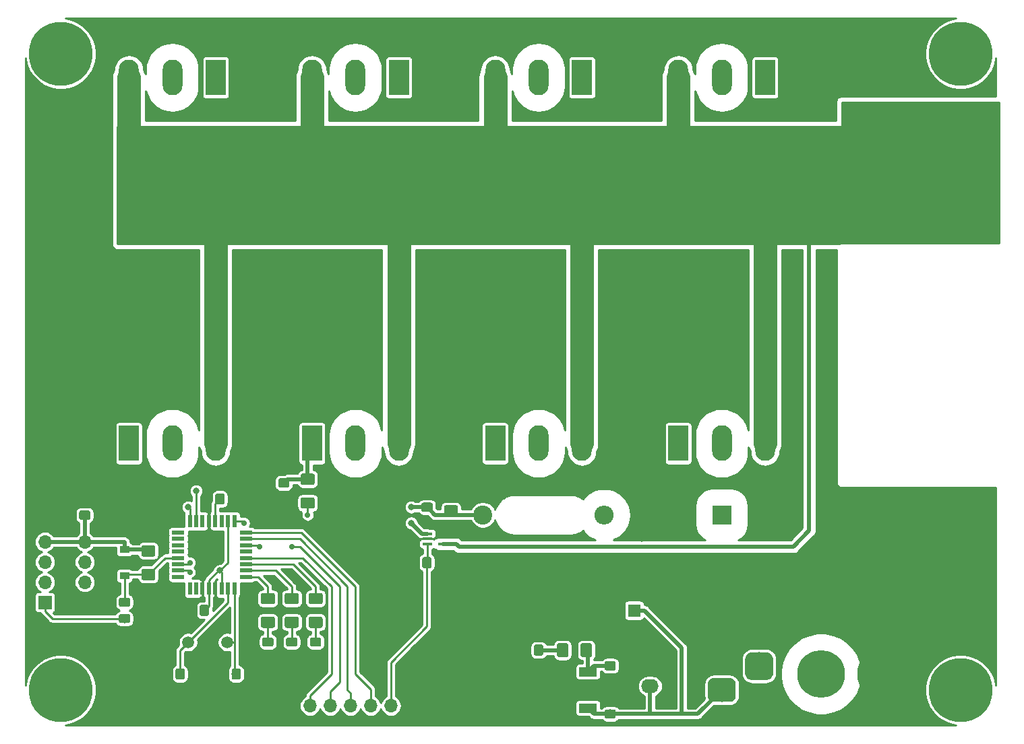
<source format=gbr>
G04 #@! TF.GenerationSoftware,KiCad,Pcbnew,(5.0.1)-3*
G04 #@! TF.CreationDate,2021-05-27T11:26:18+02:00*
G04 #@! TF.ProjectId,mega328 400w load,6D6567613332382034303077206C6F61,rev?*
G04 #@! TF.SameCoordinates,Original*
G04 #@! TF.FileFunction,Copper,L1,Top,Signal*
G04 #@! TF.FilePolarity,Positive*
%FSLAX46Y46*%
G04 Gerber Fmt 4.6, Leading zero omitted, Abs format (unit mm)*
G04 Created by KiCad (PCBNEW (5.0.1)-3) date 27/05/2021 11:26:18*
%MOMM*%
%LPD*%
G01*
G04 APERTURE LIST*
G04 #@! TA.AperFunction,Conductor*
%ADD10C,0.050800*%
G04 #@! TD*
G04 #@! TA.AperFunction,SMDPad,CuDef*
%ADD11C,1.150000*%
G04 #@! TD*
G04 #@! TA.AperFunction,ComponentPad*
%ADD12R,2.400000X2.400000*%
G04 #@! TD*
G04 #@! TA.AperFunction,ComponentPad*
%ADD13C,2.400000*%
G04 #@! TD*
G04 #@! TA.AperFunction,SMDPad,CuDef*
%ADD14R,1.200000X0.900000*%
G04 #@! TD*
G04 #@! TA.AperFunction,ComponentPad*
%ADD15O,2.500000X4.500000*%
G04 #@! TD*
G04 #@! TA.AperFunction,ComponentPad*
%ADD16R,2.500000X4.500000*%
G04 #@! TD*
G04 #@! TA.AperFunction,ComponentPad*
%ADD17O,2.400000X2.400000*%
G04 #@! TD*
G04 #@! TA.AperFunction,SMDPad,CuDef*
%ADD18C,1.425000*%
G04 #@! TD*
G04 #@! TA.AperFunction,SMDPad,CuDef*
%ADD19R,0.550000X1.600000*%
G04 #@! TD*
G04 #@! TA.AperFunction,SMDPad,CuDef*
%ADD20R,1.600000X0.550000*%
G04 #@! TD*
G04 #@! TA.AperFunction,SMDPad,CuDef*
%ADD21R,2.200000X1.200000*%
G04 #@! TD*
G04 #@! TA.AperFunction,SMDPad,CuDef*
%ADD22R,6.400000X5.800000*%
G04 #@! TD*
G04 #@! TA.AperFunction,ComponentPad*
%ADD23C,1.500000*%
G04 #@! TD*
G04 #@! TA.AperFunction,ComponentPad*
%ADD24C,6.000000*%
G04 #@! TD*
G04 #@! TA.AperFunction,ComponentPad*
%ADD25C,1.740000*%
G04 #@! TD*
G04 #@! TA.AperFunction,ComponentPad*
%ADD26O,2.200000X1.740000*%
G04 #@! TD*
G04 #@! TA.AperFunction,ComponentPad*
%ADD27R,3.500000X3.500000*%
G04 #@! TD*
G04 #@! TA.AperFunction,ComponentPad*
%ADD28C,3.000000*%
G04 #@! TD*
G04 #@! TA.AperFunction,ComponentPad*
%ADD29C,3.500000*%
G04 #@! TD*
G04 #@! TA.AperFunction,ComponentPad*
%ADD30C,1.100000*%
G04 #@! TD*
G04 #@! TA.AperFunction,ComponentPad*
%ADD31C,16.800000*%
G04 #@! TD*
G04 #@! TA.AperFunction,ComponentPad*
%ADD32C,0.900000*%
G04 #@! TD*
G04 #@! TA.AperFunction,ComponentPad*
%ADD33C,8.000000*%
G04 #@! TD*
G04 #@! TA.AperFunction,ComponentPad*
%ADD34R,1.600000X1.600000*%
G04 #@! TD*
G04 #@! TA.AperFunction,ComponentPad*
%ADD35C,1.600000*%
G04 #@! TD*
G04 #@! TA.AperFunction,ComponentPad*
%ADD36R,1.700000X1.700000*%
G04 #@! TD*
G04 #@! TA.AperFunction,ComponentPad*
%ADD37O,1.700000X1.700000*%
G04 #@! TD*
G04 #@! TA.AperFunction,SMDPad,CuDef*
%ADD38R,1.190000X0.400000*%
G04 #@! TD*
G04 #@! TA.AperFunction,ViaPad*
%ADD39C,0.700000*%
G04 #@! TD*
G04 #@! TA.AperFunction,ViaPad*
%ADD40C,0.800000*%
G04 #@! TD*
G04 #@! TA.AperFunction,Conductor*
%ADD41C,0.250000*%
G04 #@! TD*
G04 #@! TA.AperFunction,Conductor*
%ADD42C,0.500000*%
G04 #@! TD*
G04 #@! TA.AperFunction,Conductor*
%ADD43C,3.000000*%
G04 #@! TD*
G04 APERTURE END LIST*
D10*
G04 #@! TO.N,GND*
G04 #@! TO.C,C1*
G36*
X94374505Y-99301204D02*
X94398773Y-99304804D01*
X94422572Y-99310765D01*
X94445671Y-99319030D01*
X94467850Y-99329520D01*
X94488893Y-99342132D01*
X94508599Y-99356747D01*
X94526777Y-99373223D01*
X94543253Y-99391401D01*
X94557868Y-99411107D01*
X94570480Y-99432150D01*
X94580970Y-99454329D01*
X94589235Y-99477428D01*
X94595196Y-99501227D01*
X94598796Y-99525495D01*
X94600000Y-99549999D01*
X94600000Y-100450001D01*
X94598796Y-100474505D01*
X94595196Y-100498773D01*
X94589235Y-100522572D01*
X94580970Y-100545671D01*
X94570480Y-100567850D01*
X94557868Y-100588893D01*
X94543253Y-100608599D01*
X94526777Y-100626777D01*
X94508599Y-100643253D01*
X94488893Y-100657868D01*
X94467850Y-100670480D01*
X94445671Y-100680970D01*
X94422572Y-100689235D01*
X94398773Y-100695196D01*
X94374505Y-100698796D01*
X94350001Y-100700000D01*
X93699999Y-100700000D01*
X93675495Y-100698796D01*
X93651227Y-100695196D01*
X93627428Y-100689235D01*
X93604329Y-100680970D01*
X93582150Y-100670480D01*
X93561107Y-100657868D01*
X93541401Y-100643253D01*
X93523223Y-100626777D01*
X93506747Y-100608599D01*
X93492132Y-100588893D01*
X93479520Y-100567850D01*
X93469030Y-100545671D01*
X93460765Y-100522572D01*
X93454804Y-100498773D01*
X93451204Y-100474505D01*
X93450000Y-100450001D01*
X93450000Y-99549999D01*
X93451204Y-99525495D01*
X93454804Y-99501227D01*
X93460765Y-99477428D01*
X93469030Y-99454329D01*
X93479520Y-99432150D01*
X93492132Y-99411107D01*
X93506747Y-99391401D01*
X93523223Y-99373223D01*
X93541401Y-99356747D01*
X93561107Y-99342132D01*
X93582150Y-99329520D01*
X93604329Y-99319030D01*
X93627428Y-99310765D01*
X93651227Y-99304804D01*
X93675495Y-99301204D01*
X93699999Y-99300000D01*
X94350001Y-99300000D01*
X94374505Y-99301204D01*
X94374505Y-99301204D01*
G37*
D11*
G04 #@! TD*
G04 #@! TO.P,C1,2*
G04 #@! TO.N,GND*
X94025000Y-100000000D03*
D10*
G04 #@! TO.N,Net-(C1-Pad1)*
G04 #@! TO.C,C1*
G36*
X92324505Y-99301204D02*
X92348773Y-99304804D01*
X92372572Y-99310765D01*
X92395671Y-99319030D01*
X92417850Y-99329520D01*
X92438893Y-99342132D01*
X92458599Y-99356747D01*
X92476777Y-99373223D01*
X92493253Y-99391401D01*
X92507868Y-99411107D01*
X92520480Y-99432150D01*
X92530970Y-99454329D01*
X92539235Y-99477428D01*
X92545196Y-99501227D01*
X92548796Y-99525495D01*
X92550000Y-99549999D01*
X92550000Y-100450001D01*
X92548796Y-100474505D01*
X92545196Y-100498773D01*
X92539235Y-100522572D01*
X92530970Y-100545671D01*
X92520480Y-100567850D01*
X92507868Y-100588893D01*
X92493253Y-100608599D01*
X92476777Y-100626777D01*
X92458599Y-100643253D01*
X92438893Y-100657868D01*
X92417850Y-100670480D01*
X92395671Y-100680970D01*
X92372572Y-100689235D01*
X92348773Y-100695196D01*
X92324505Y-100698796D01*
X92300001Y-100700000D01*
X91649999Y-100700000D01*
X91625495Y-100698796D01*
X91601227Y-100695196D01*
X91577428Y-100689235D01*
X91554329Y-100680970D01*
X91532150Y-100670480D01*
X91511107Y-100657868D01*
X91491401Y-100643253D01*
X91473223Y-100626777D01*
X91456747Y-100608599D01*
X91442132Y-100588893D01*
X91429520Y-100567850D01*
X91419030Y-100545671D01*
X91410765Y-100522572D01*
X91404804Y-100498773D01*
X91401204Y-100474505D01*
X91400000Y-100450001D01*
X91400000Y-99549999D01*
X91401204Y-99525495D01*
X91404804Y-99501227D01*
X91410765Y-99477428D01*
X91419030Y-99454329D01*
X91429520Y-99432150D01*
X91442132Y-99411107D01*
X91456747Y-99391401D01*
X91473223Y-99373223D01*
X91491401Y-99356747D01*
X91511107Y-99342132D01*
X91532150Y-99329520D01*
X91554329Y-99319030D01*
X91577428Y-99310765D01*
X91601227Y-99304804D01*
X91625495Y-99301204D01*
X91649999Y-99300000D01*
X92300001Y-99300000D01*
X92324505Y-99301204D01*
X92324505Y-99301204D01*
G37*
D11*
G04 #@! TD*
G04 #@! TO.P,C1,1*
G04 #@! TO.N,Net-(C1-Pad1)*
X91975000Y-100000000D03*
D10*
G04 #@! TO.N,GND*
G04 #@! TO.C,C3*
G36*
X118474505Y-98401204D02*
X118498773Y-98404804D01*
X118522572Y-98410765D01*
X118545671Y-98419030D01*
X118567850Y-98429520D01*
X118588893Y-98442132D01*
X118608599Y-98456747D01*
X118626777Y-98473223D01*
X118643253Y-98491401D01*
X118657868Y-98511107D01*
X118670480Y-98532150D01*
X118680970Y-98554329D01*
X118689235Y-98577428D01*
X118695196Y-98601227D01*
X118698796Y-98625495D01*
X118700000Y-98649999D01*
X118700000Y-99300001D01*
X118698796Y-99324505D01*
X118695196Y-99348773D01*
X118689235Y-99372572D01*
X118680970Y-99395671D01*
X118670480Y-99417850D01*
X118657868Y-99438893D01*
X118643253Y-99458599D01*
X118626777Y-99476777D01*
X118608599Y-99493253D01*
X118588893Y-99507868D01*
X118567850Y-99520480D01*
X118545671Y-99530970D01*
X118522572Y-99539235D01*
X118498773Y-99545196D01*
X118474505Y-99548796D01*
X118450001Y-99550000D01*
X117549999Y-99550000D01*
X117525495Y-99548796D01*
X117501227Y-99545196D01*
X117477428Y-99539235D01*
X117454329Y-99530970D01*
X117432150Y-99520480D01*
X117411107Y-99507868D01*
X117391401Y-99493253D01*
X117373223Y-99476777D01*
X117356747Y-99458599D01*
X117342132Y-99438893D01*
X117329520Y-99417850D01*
X117319030Y-99395671D01*
X117310765Y-99372572D01*
X117304804Y-99348773D01*
X117301204Y-99324505D01*
X117300000Y-99300001D01*
X117300000Y-98649999D01*
X117301204Y-98625495D01*
X117304804Y-98601227D01*
X117310765Y-98577428D01*
X117319030Y-98554329D01*
X117329520Y-98532150D01*
X117342132Y-98511107D01*
X117356747Y-98491401D01*
X117373223Y-98473223D01*
X117391401Y-98456747D01*
X117411107Y-98442132D01*
X117432150Y-98429520D01*
X117454329Y-98419030D01*
X117477428Y-98410765D01*
X117501227Y-98404804D01*
X117525495Y-98401204D01*
X117549999Y-98400000D01*
X118450001Y-98400000D01*
X118474505Y-98401204D01*
X118474505Y-98401204D01*
G37*
D11*
G04 #@! TD*
G04 #@! TO.P,C3,2*
G04 #@! TO.N,GND*
X118000000Y-98975000D03*
D10*
G04 #@! TO.N,Vsense*
G04 #@! TO.C,C3*
G36*
X118474505Y-100451204D02*
X118498773Y-100454804D01*
X118522572Y-100460765D01*
X118545671Y-100469030D01*
X118567850Y-100479520D01*
X118588893Y-100492132D01*
X118608599Y-100506747D01*
X118626777Y-100523223D01*
X118643253Y-100541401D01*
X118657868Y-100561107D01*
X118670480Y-100582150D01*
X118680970Y-100604329D01*
X118689235Y-100627428D01*
X118695196Y-100651227D01*
X118698796Y-100675495D01*
X118700000Y-100699999D01*
X118700000Y-101350001D01*
X118698796Y-101374505D01*
X118695196Y-101398773D01*
X118689235Y-101422572D01*
X118680970Y-101445671D01*
X118670480Y-101467850D01*
X118657868Y-101488893D01*
X118643253Y-101508599D01*
X118626777Y-101526777D01*
X118608599Y-101543253D01*
X118588893Y-101557868D01*
X118567850Y-101570480D01*
X118545671Y-101580970D01*
X118522572Y-101589235D01*
X118498773Y-101595196D01*
X118474505Y-101598796D01*
X118450001Y-101600000D01*
X117549999Y-101600000D01*
X117525495Y-101598796D01*
X117501227Y-101595196D01*
X117477428Y-101589235D01*
X117454329Y-101580970D01*
X117432150Y-101570480D01*
X117411107Y-101557868D01*
X117391401Y-101543253D01*
X117373223Y-101526777D01*
X117356747Y-101508599D01*
X117342132Y-101488893D01*
X117329520Y-101467850D01*
X117319030Y-101445671D01*
X117310765Y-101422572D01*
X117304804Y-101398773D01*
X117301204Y-101374505D01*
X117300000Y-101350001D01*
X117300000Y-100699999D01*
X117301204Y-100675495D01*
X117304804Y-100651227D01*
X117310765Y-100627428D01*
X117319030Y-100604329D01*
X117329520Y-100582150D01*
X117342132Y-100561107D01*
X117356747Y-100541401D01*
X117373223Y-100523223D01*
X117391401Y-100506747D01*
X117411107Y-100492132D01*
X117432150Y-100479520D01*
X117454329Y-100469030D01*
X117477428Y-100460765D01*
X117501227Y-100454804D01*
X117525495Y-100451204D01*
X117549999Y-100450000D01*
X118450001Y-100450000D01*
X118474505Y-100451204D01*
X118474505Y-100451204D01*
G37*
D11*
G04 #@! TD*
G04 #@! TO.P,C3,1*
G04 #@! TO.N,Vsense*
X118000000Y-101025000D03*
D10*
G04 #@! TO.N,Net-(C4-Pad2)*
G04 #@! TO.C,C4*
G36*
X87324505Y-121301204D02*
X87348773Y-121304804D01*
X87372572Y-121310765D01*
X87395671Y-121319030D01*
X87417850Y-121329520D01*
X87438893Y-121342132D01*
X87458599Y-121356747D01*
X87476777Y-121373223D01*
X87493253Y-121391401D01*
X87507868Y-121411107D01*
X87520480Y-121432150D01*
X87530970Y-121454329D01*
X87539235Y-121477428D01*
X87545196Y-121501227D01*
X87548796Y-121525495D01*
X87550000Y-121549999D01*
X87550000Y-122450001D01*
X87548796Y-122474505D01*
X87545196Y-122498773D01*
X87539235Y-122522572D01*
X87530970Y-122545671D01*
X87520480Y-122567850D01*
X87507868Y-122588893D01*
X87493253Y-122608599D01*
X87476777Y-122626777D01*
X87458599Y-122643253D01*
X87438893Y-122657868D01*
X87417850Y-122670480D01*
X87395671Y-122680970D01*
X87372572Y-122689235D01*
X87348773Y-122695196D01*
X87324505Y-122698796D01*
X87300001Y-122700000D01*
X86649999Y-122700000D01*
X86625495Y-122698796D01*
X86601227Y-122695196D01*
X86577428Y-122689235D01*
X86554329Y-122680970D01*
X86532150Y-122670480D01*
X86511107Y-122657868D01*
X86491401Y-122643253D01*
X86473223Y-122626777D01*
X86456747Y-122608599D01*
X86442132Y-122588893D01*
X86429520Y-122567850D01*
X86419030Y-122545671D01*
X86410765Y-122522572D01*
X86404804Y-122498773D01*
X86401204Y-122474505D01*
X86400000Y-122450001D01*
X86400000Y-121549999D01*
X86401204Y-121525495D01*
X86404804Y-121501227D01*
X86410765Y-121477428D01*
X86419030Y-121454329D01*
X86429520Y-121432150D01*
X86442132Y-121411107D01*
X86456747Y-121391401D01*
X86473223Y-121373223D01*
X86491401Y-121356747D01*
X86511107Y-121342132D01*
X86532150Y-121329520D01*
X86554329Y-121319030D01*
X86577428Y-121310765D01*
X86601227Y-121304804D01*
X86625495Y-121301204D01*
X86649999Y-121300000D01*
X87300001Y-121300000D01*
X87324505Y-121301204D01*
X87324505Y-121301204D01*
G37*
D11*
G04 #@! TD*
G04 #@! TO.P,C4,2*
G04 #@! TO.N,Net-(C4-Pad2)*
X86975000Y-122000000D03*
D10*
G04 #@! TO.N,GND*
G04 #@! TO.C,C4*
G36*
X89374505Y-121301204D02*
X89398773Y-121304804D01*
X89422572Y-121310765D01*
X89445671Y-121319030D01*
X89467850Y-121329520D01*
X89488893Y-121342132D01*
X89508599Y-121356747D01*
X89526777Y-121373223D01*
X89543253Y-121391401D01*
X89557868Y-121411107D01*
X89570480Y-121432150D01*
X89580970Y-121454329D01*
X89589235Y-121477428D01*
X89595196Y-121501227D01*
X89598796Y-121525495D01*
X89600000Y-121549999D01*
X89600000Y-122450001D01*
X89598796Y-122474505D01*
X89595196Y-122498773D01*
X89589235Y-122522572D01*
X89580970Y-122545671D01*
X89570480Y-122567850D01*
X89557868Y-122588893D01*
X89543253Y-122608599D01*
X89526777Y-122626777D01*
X89508599Y-122643253D01*
X89488893Y-122657868D01*
X89467850Y-122670480D01*
X89445671Y-122680970D01*
X89422572Y-122689235D01*
X89398773Y-122695196D01*
X89374505Y-122698796D01*
X89350001Y-122700000D01*
X88699999Y-122700000D01*
X88675495Y-122698796D01*
X88651227Y-122695196D01*
X88627428Y-122689235D01*
X88604329Y-122680970D01*
X88582150Y-122670480D01*
X88561107Y-122657868D01*
X88541401Y-122643253D01*
X88523223Y-122626777D01*
X88506747Y-122608599D01*
X88492132Y-122588893D01*
X88479520Y-122567850D01*
X88469030Y-122545671D01*
X88460765Y-122522572D01*
X88454804Y-122498773D01*
X88451204Y-122474505D01*
X88450000Y-122450001D01*
X88450000Y-121549999D01*
X88451204Y-121525495D01*
X88454804Y-121501227D01*
X88460765Y-121477428D01*
X88469030Y-121454329D01*
X88479520Y-121432150D01*
X88492132Y-121411107D01*
X88506747Y-121391401D01*
X88523223Y-121373223D01*
X88541401Y-121356747D01*
X88561107Y-121342132D01*
X88582150Y-121329520D01*
X88604329Y-121319030D01*
X88627428Y-121310765D01*
X88651227Y-121304804D01*
X88675495Y-121301204D01*
X88699999Y-121300000D01*
X89350001Y-121300000D01*
X89374505Y-121301204D01*
X89374505Y-121301204D01*
G37*
D11*
G04 #@! TD*
G04 #@! TO.P,C4,1*
G04 #@! TO.N,GND*
X89025000Y-122000000D03*
D10*
G04 #@! TO.N,GND*
G04 #@! TO.C,C5*
G36*
X100474505Y-99451204D02*
X100498773Y-99454804D01*
X100522572Y-99460765D01*
X100545671Y-99469030D01*
X100567850Y-99479520D01*
X100588893Y-99492132D01*
X100608599Y-99506747D01*
X100626777Y-99523223D01*
X100643253Y-99541401D01*
X100657868Y-99561107D01*
X100670480Y-99582150D01*
X100680970Y-99604329D01*
X100689235Y-99627428D01*
X100695196Y-99651227D01*
X100698796Y-99675495D01*
X100700000Y-99699999D01*
X100700000Y-100350001D01*
X100698796Y-100374505D01*
X100695196Y-100398773D01*
X100689235Y-100422572D01*
X100680970Y-100445671D01*
X100670480Y-100467850D01*
X100657868Y-100488893D01*
X100643253Y-100508599D01*
X100626777Y-100526777D01*
X100608599Y-100543253D01*
X100588893Y-100557868D01*
X100567850Y-100570480D01*
X100545671Y-100580970D01*
X100522572Y-100589235D01*
X100498773Y-100595196D01*
X100474505Y-100598796D01*
X100450001Y-100600000D01*
X99549999Y-100600000D01*
X99525495Y-100598796D01*
X99501227Y-100595196D01*
X99477428Y-100589235D01*
X99454329Y-100580970D01*
X99432150Y-100570480D01*
X99411107Y-100557868D01*
X99391401Y-100543253D01*
X99373223Y-100526777D01*
X99356747Y-100508599D01*
X99342132Y-100488893D01*
X99329520Y-100467850D01*
X99319030Y-100445671D01*
X99310765Y-100422572D01*
X99304804Y-100398773D01*
X99301204Y-100374505D01*
X99300000Y-100350001D01*
X99300000Y-99699999D01*
X99301204Y-99675495D01*
X99304804Y-99651227D01*
X99310765Y-99627428D01*
X99319030Y-99604329D01*
X99329520Y-99582150D01*
X99342132Y-99561107D01*
X99356747Y-99541401D01*
X99373223Y-99523223D01*
X99391401Y-99506747D01*
X99411107Y-99492132D01*
X99432150Y-99479520D01*
X99454329Y-99469030D01*
X99477428Y-99460765D01*
X99501227Y-99454804D01*
X99525495Y-99451204D01*
X99549999Y-99450000D01*
X100450001Y-99450000D01*
X100474505Y-99451204D01*
X100474505Y-99451204D01*
G37*
D11*
G04 #@! TD*
G04 #@! TO.P,C5,2*
G04 #@! TO.N,GND*
X100000000Y-100025000D03*
D10*
G04 #@! TO.N,Net-(C5-Pad1)*
G04 #@! TO.C,C5*
G36*
X100474505Y-97401204D02*
X100498773Y-97404804D01*
X100522572Y-97410765D01*
X100545671Y-97419030D01*
X100567850Y-97429520D01*
X100588893Y-97442132D01*
X100608599Y-97456747D01*
X100626777Y-97473223D01*
X100643253Y-97491401D01*
X100657868Y-97511107D01*
X100670480Y-97532150D01*
X100680970Y-97554329D01*
X100689235Y-97577428D01*
X100695196Y-97601227D01*
X100698796Y-97625495D01*
X100700000Y-97649999D01*
X100700000Y-98300001D01*
X100698796Y-98324505D01*
X100695196Y-98348773D01*
X100689235Y-98372572D01*
X100680970Y-98395671D01*
X100670480Y-98417850D01*
X100657868Y-98438893D01*
X100643253Y-98458599D01*
X100626777Y-98476777D01*
X100608599Y-98493253D01*
X100588893Y-98507868D01*
X100567850Y-98520480D01*
X100545671Y-98530970D01*
X100522572Y-98539235D01*
X100498773Y-98545196D01*
X100474505Y-98548796D01*
X100450001Y-98550000D01*
X99549999Y-98550000D01*
X99525495Y-98548796D01*
X99501227Y-98545196D01*
X99477428Y-98539235D01*
X99454329Y-98530970D01*
X99432150Y-98520480D01*
X99411107Y-98507868D01*
X99391401Y-98493253D01*
X99373223Y-98476777D01*
X99356747Y-98458599D01*
X99342132Y-98438893D01*
X99329520Y-98417850D01*
X99319030Y-98395671D01*
X99310765Y-98372572D01*
X99304804Y-98348773D01*
X99301204Y-98324505D01*
X99300000Y-98300001D01*
X99300000Y-97649999D01*
X99301204Y-97625495D01*
X99304804Y-97601227D01*
X99310765Y-97577428D01*
X99319030Y-97554329D01*
X99329520Y-97532150D01*
X99342132Y-97511107D01*
X99356747Y-97491401D01*
X99373223Y-97473223D01*
X99391401Y-97456747D01*
X99411107Y-97442132D01*
X99432150Y-97429520D01*
X99454329Y-97419030D01*
X99477428Y-97410765D01*
X99501227Y-97404804D01*
X99525495Y-97401204D01*
X99549999Y-97400000D01*
X100450001Y-97400000D01*
X100474505Y-97401204D01*
X100474505Y-97401204D01*
G37*
D11*
G04 #@! TD*
G04 #@! TO.P,C5,1*
G04 #@! TO.N,Net-(C5-Pad1)*
X100000000Y-97975000D03*
D10*
G04 #@! TO.N,GND*
G04 #@! TO.C,C6*
G36*
X92324505Y-121301204D02*
X92348773Y-121304804D01*
X92372572Y-121310765D01*
X92395671Y-121319030D01*
X92417850Y-121329520D01*
X92438893Y-121342132D01*
X92458599Y-121356747D01*
X92476777Y-121373223D01*
X92493253Y-121391401D01*
X92507868Y-121411107D01*
X92520480Y-121432150D01*
X92530970Y-121454329D01*
X92539235Y-121477428D01*
X92545196Y-121501227D01*
X92548796Y-121525495D01*
X92550000Y-121549999D01*
X92550000Y-122450001D01*
X92548796Y-122474505D01*
X92545196Y-122498773D01*
X92539235Y-122522572D01*
X92530970Y-122545671D01*
X92520480Y-122567850D01*
X92507868Y-122588893D01*
X92493253Y-122608599D01*
X92476777Y-122626777D01*
X92458599Y-122643253D01*
X92438893Y-122657868D01*
X92417850Y-122670480D01*
X92395671Y-122680970D01*
X92372572Y-122689235D01*
X92348773Y-122695196D01*
X92324505Y-122698796D01*
X92300001Y-122700000D01*
X91649999Y-122700000D01*
X91625495Y-122698796D01*
X91601227Y-122695196D01*
X91577428Y-122689235D01*
X91554329Y-122680970D01*
X91532150Y-122670480D01*
X91511107Y-122657868D01*
X91491401Y-122643253D01*
X91473223Y-122626777D01*
X91456747Y-122608599D01*
X91442132Y-122588893D01*
X91429520Y-122567850D01*
X91419030Y-122545671D01*
X91410765Y-122522572D01*
X91404804Y-122498773D01*
X91401204Y-122474505D01*
X91400000Y-122450001D01*
X91400000Y-121549999D01*
X91401204Y-121525495D01*
X91404804Y-121501227D01*
X91410765Y-121477428D01*
X91419030Y-121454329D01*
X91429520Y-121432150D01*
X91442132Y-121411107D01*
X91456747Y-121391401D01*
X91473223Y-121373223D01*
X91491401Y-121356747D01*
X91511107Y-121342132D01*
X91532150Y-121329520D01*
X91554329Y-121319030D01*
X91577428Y-121310765D01*
X91601227Y-121304804D01*
X91625495Y-121301204D01*
X91649999Y-121300000D01*
X92300001Y-121300000D01*
X92324505Y-121301204D01*
X92324505Y-121301204D01*
G37*
D11*
G04 #@! TD*
G04 #@! TO.P,C6,1*
G04 #@! TO.N,GND*
X91975000Y-122000000D03*
D10*
G04 #@! TO.N,Net-(C6-Pad2)*
G04 #@! TO.C,C6*
G36*
X94374505Y-121301204D02*
X94398773Y-121304804D01*
X94422572Y-121310765D01*
X94445671Y-121319030D01*
X94467850Y-121329520D01*
X94488893Y-121342132D01*
X94508599Y-121356747D01*
X94526777Y-121373223D01*
X94543253Y-121391401D01*
X94557868Y-121411107D01*
X94570480Y-121432150D01*
X94580970Y-121454329D01*
X94589235Y-121477428D01*
X94595196Y-121501227D01*
X94598796Y-121525495D01*
X94600000Y-121549999D01*
X94600000Y-122450001D01*
X94598796Y-122474505D01*
X94595196Y-122498773D01*
X94589235Y-122522572D01*
X94580970Y-122545671D01*
X94570480Y-122567850D01*
X94557868Y-122588893D01*
X94543253Y-122608599D01*
X94526777Y-122626777D01*
X94508599Y-122643253D01*
X94488893Y-122657868D01*
X94467850Y-122670480D01*
X94445671Y-122680970D01*
X94422572Y-122689235D01*
X94398773Y-122695196D01*
X94374505Y-122698796D01*
X94350001Y-122700000D01*
X93699999Y-122700000D01*
X93675495Y-122698796D01*
X93651227Y-122695196D01*
X93627428Y-122689235D01*
X93604329Y-122680970D01*
X93582150Y-122670480D01*
X93561107Y-122657868D01*
X93541401Y-122643253D01*
X93523223Y-122626777D01*
X93506747Y-122608599D01*
X93492132Y-122588893D01*
X93479520Y-122567850D01*
X93469030Y-122545671D01*
X93460765Y-122522572D01*
X93454804Y-122498773D01*
X93451204Y-122474505D01*
X93450000Y-122450001D01*
X93450000Y-121549999D01*
X93451204Y-121525495D01*
X93454804Y-121501227D01*
X93460765Y-121477428D01*
X93469030Y-121454329D01*
X93479520Y-121432150D01*
X93492132Y-121411107D01*
X93506747Y-121391401D01*
X93523223Y-121373223D01*
X93541401Y-121356747D01*
X93561107Y-121342132D01*
X93582150Y-121329520D01*
X93604329Y-121319030D01*
X93627428Y-121310765D01*
X93651227Y-121304804D01*
X93675495Y-121301204D01*
X93699999Y-121300000D01*
X94350001Y-121300000D01*
X94374505Y-121301204D01*
X94374505Y-121301204D01*
G37*
D11*
G04 #@! TD*
G04 #@! TO.P,C6,2*
G04 #@! TO.N,Net-(C6-Pad2)*
X94025000Y-122000000D03*
D10*
G04 #@! TO.N,RST*
G04 #@! TO.C,C7*
G36*
X80474505Y-112401204D02*
X80498773Y-112404804D01*
X80522572Y-112410765D01*
X80545671Y-112419030D01*
X80567850Y-112429520D01*
X80588893Y-112442132D01*
X80608599Y-112456747D01*
X80626777Y-112473223D01*
X80643253Y-112491401D01*
X80657868Y-112511107D01*
X80670480Y-112532150D01*
X80680970Y-112554329D01*
X80689235Y-112577428D01*
X80695196Y-112601227D01*
X80698796Y-112625495D01*
X80700000Y-112649999D01*
X80700000Y-113300001D01*
X80698796Y-113324505D01*
X80695196Y-113348773D01*
X80689235Y-113372572D01*
X80680970Y-113395671D01*
X80670480Y-113417850D01*
X80657868Y-113438893D01*
X80643253Y-113458599D01*
X80626777Y-113476777D01*
X80608599Y-113493253D01*
X80588893Y-113507868D01*
X80567850Y-113520480D01*
X80545671Y-113530970D01*
X80522572Y-113539235D01*
X80498773Y-113545196D01*
X80474505Y-113548796D01*
X80450001Y-113550000D01*
X79549999Y-113550000D01*
X79525495Y-113548796D01*
X79501227Y-113545196D01*
X79477428Y-113539235D01*
X79454329Y-113530970D01*
X79432150Y-113520480D01*
X79411107Y-113507868D01*
X79391401Y-113493253D01*
X79373223Y-113476777D01*
X79356747Y-113458599D01*
X79342132Y-113438893D01*
X79329520Y-113417850D01*
X79319030Y-113395671D01*
X79310765Y-113372572D01*
X79304804Y-113348773D01*
X79301204Y-113324505D01*
X79300000Y-113300001D01*
X79300000Y-112649999D01*
X79301204Y-112625495D01*
X79304804Y-112601227D01*
X79310765Y-112577428D01*
X79319030Y-112554329D01*
X79329520Y-112532150D01*
X79342132Y-112511107D01*
X79356747Y-112491401D01*
X79373223Y-112473223D01*
X79391401Y-112456747D01*
X79411107Y-112442132D01*
X79432150Y-112429520D01*
X79454329Y-112419030D01*
X79477428Y-112410765D01*
X79501227Y-112404804D01*
X79525495Y-112401204D01*
X79549999Y-112400000D01*
X80450001Y-112400000D01*
X80474505Y-112401204D01*
X80474505Y-112401204D01*
G37*
D11*
G04 #@! TD*
G04 #@! TO.P,C7,1*
G04 #@! TO.N,RST*
X80000000Y-112975000D03*
D10*
G04 #@! TO.N,Net-(C7-Pad2)*
G04 #@! TO.C,C7*
G36*
X80474505Y-114451204D02*
X80498773Y-114454804D01*
X80522572Y-114460765D01*
X80545671Y-114469030D01*
X80567850Y-114479520D01*
X80588893Y-114492132D01*
X80608599Y-114506747D01*
X80626777Y-114523223D01*
X80643253Y-114541401D01*
X80657868Y-114561107D01*
X80670480Y-114582150D01*
X80680970Y-114604329D01*
X80689235Y-114627428D01*
X80695196Y-114651227D01*
X80698796Y-114675495D01*
X80700000Y-114699999D01*
X80700000Y-115350001D01*
X80698796Y-115374505D01*
X80695196Y-115398773D01*
X80689235Y-115422572D01*
X80680970Y-115445671D01*
X80670480Y-115467850D01*
X80657868Y-115488893D01*
X80643253Y-115508599D01*
X80626777Y-115526777D01*
X80608599Y-115543253D01*
X80588893Y-115557868D01*
X80567850Y-115570480D01*
X80545671Y-115580970D01*
X80522572Y-115589235D01*
X80498773Y-115595196D01*
X80474505Y-115598796D01*
X80450001Y-115600000D01*
X79549999Y-115600000D01*
X79525495Y-115598796D01*
X79501227Y-115595196D01*
X79477428Y-115589235D01*
X79454329Y-115580970D01*
X79432150Y-115570480D01*
X79411107Y-115557868D01*
X79391401Y-115543253D01*
X79373223Y-115526777D01*
X79356747Y-115508599D01*
X79342132Y-115488893D01*
X79329520Y-115467850D01*
X79319030Y-115445671D01*
X79310765Y-115422572D01*
X79304804Y-115398773D01*
X79301204Y-115374505D01*
X79300000Y-115350001D01*
X79300000Y-114699999D01*
X79301204Y-114675495D01*
X79304804Y-114651227D01*
X79310765Y-114627428D01*
X79319030Y-114604329D01*
X79329520Y-114582150D01*
X79342132Y-114561107D01*
X79356747Y-114541401D01*
X79373223Y-114523223D01*
X79391401Y-114506747D01*
X79411107Y-114492132D01*
X79432150Y-114479520D01*
X79454329Y-114469030D01*
X79477428Y-114460765D01*
X79501227Y-114454804D01*
X79525495Y-114451204D01*
X79549999Y-114450000D01*
X80450001Y-114450000D01*
X80474505Y-114451204D01*
X80474505Y-114451204D01*
G37*
D11*
G04 #@! TD*
G04 #@! TO.P,C7,2*
G04 #@! TO.N,Net-(C7-Pad2)*
X80000000Y-115025000D03*
D12*
G04 #@! TO.P,C8,1*
G04 #@! TO.N,+VDC*
X155000000Y-102000000D03*
D13*
G04 #@! TO.P,C8,2*
G04 #@! TO.N,GND*
X155000000Y-109500000D03*
G04 #@! TD*
D10*
G04 #@! TO.N,+5V*
G04 #@! TO.C,C9*
G36*
X90374505Y-113301204D02*
X90398773Y-113304804D01*
X90422572Y-113310765D01*
X90445671Y-113319030D01*
X90467850Y-113329520D01*
X90488893Y-113342132D01*
X90508599Y-113356747D01*
X90526777Y-113373223D01*
X90543253Y-113391401D01*
X90557868Y-113411107D01*
X90570480Y-113432150D01*
X90580970Y-113454329D01*
X90589235Y-113477428D01*
X90595196Y-113501227D01*
X90598796Y-113525495D01*
X90600000Y-113549999D01*
X90600000Y-114450001D01*
X90598796Y-114474505D01*
X90595196Y-114498773D01*
X90589235Y-114522572D01*
X90580970Y-114545671D01*
X90570480Y-114567850D01*
X90557868Y-114588893D01*
X90543253Y-114608599D01*
X90526777Y-114626777D01*
X90508599Y-114643253D01*
X90488893Y-114657868D01*
X90467850Y-114670480D01*
X90445671Y-114680970D01*
X90422572Y-114689235D01*
X90398773Y-114695196D01*
X90374505Y-114698796D01*
X90350001Y-114700000D01*
X89699999Y-114700000D01*
X89675495Y-114698796D01*
X89651227Y-114695196D01*
X89627428Y-114689235D01*
X89604329Y-114680970D01*
X89582150Y-114670480D01*
X89561107Y-114657868D01*
X89541401Y-114643253D01*
X89523223Y-114626777D01*
X89506747Y-114608599D01*
X89492132Y-114588893D01*
X89479520Y-114567850D01*
X89469030Y-114545671D01*
X89460765Y-114522572D01*
X89454804Y-114498773D01*
X89451204Y-114474505D01*
X89450000Y-114450001D01*
X89450000Y-113549999D01*
X89451204Y-113525495D01*
X89454804Y-113501227D01*
X89460765Y-113477428D01*
X89469030Y-113454329D01*
X89479520Y-113432150D01*
X89492132Y-113411107D01*
X89506747Y-113391401D01*
X89523223Y-113373223D01*
X89541401Y-113356747D01*
X89561107Y-113342132D01*
X89582150Y-113329520D01*
X89604329Y-113319030D01*
X89627428Y-113310765D01*
X89651227Y-113304804D01*
X89675495Y-113301204D01*
X89699999Y-113300000D01*
X90350001Y-113300000D01*
X90374505Y-113301204D01*
X90374505Y-113301204D01*
G37*
D11*
G04 #@! TD*
G04 #@! TO.P,C9,1*
G04 #@! TO.N,+5V*
X90025000Y-114000000D03*
D10*
G04 #@! TO.N,GND*
G04 #@! TO.C,C9*
G36*
X88324505Y-113301204D02*
X88348773Y-113304804D01*
X88372572Y-113310765D01*
X88395671Y-113319030D01*
X88417850Y-113329520D01*
X88438893Y-113342132D01*
X88458599Y-113356747D01*
X88476777Y-113373223D01*
X88493253Y-113391401D01*
X88507868Y-113411107D01*
X88520480Y-113432150D01*
X88530970Y-113454329D01*
X88539235Y-113477428D01*
X88545196Y-113501227D01*
X88548796Y-113525495D01*
X88550000Y-113549999D01*
X88550000Y-114450001D01*
X88548796Y-114474505D01*
X88545196Y-114498773D01*
X88539235Y-114522572D01*
X88530970Y-114545671D01*
X88520480Y-114567850D01*
X88507868Y-114588893D01*
X88493253Y-114608599D01*
X88476777Y-114626777D01*
X88458599Y-114643253D01*
X88438893Y-114657868D01*
X88417850Y-114670480D01*
X88395671Y-114680970D01*
X88372572Y-114689235D01*
X88348773Y-114695196D01*
X88324505Y-114698796D01*
X88300001Y-114700000D01*
X87649999Y-114700000D01*
X87625495Y-114698796D01*
X87601227Y-114695196D01*
X87577428Y-114689235D01*
X87554329Y-114680970D01*
X87532150Y-114670480D01*
X87511107Y-114657868D01*
X87491401Y-114643253D01*
X87473223Y-114626777D01*
X87456747Y-114608599D01*
X87442132Y-114588893D01*
X87429520Y-114567850D01*
X87419030Y-114545671D01*
X87410765Y-114522572D01*
X87404804Y-114498773D01*
X87401204Y-114474505D01*
X87400000Y-114450001D01*
X87400000Y-113549999D01*
X87401204Y-113525495D01*
X87404804Y-113501227D01*
X87410765Y-113477428D01*
X87419030Y-113454329D01*
X87429520Y-113432150D01*
X87442132Y-113411107D01*
X87456747Y-113391401D01*
X87473223Y-113373223D01*
X87491401Y-113356747D01*
X87511107Y-113342132D01*
X87532150Y-113329520D01*
X87554329Y-113319030D01*
X87577428Y-113310765D01*
X87601227Y-113304804D01*
X87625495Y-113301204D01*
X87649999Y-113300000D01*
X88300001Y-113300000D01*
X88324505Y-113301204D01*
X88324505Y-113301204D01*
G37*
D11*
G04 #@! TD*
G04 #@! TO.P,C9,2*
G04 #@! TO.N,GND*
X87975000Y-114000000D03*
D10*
G04 #@! TO.N,GND*
G04 #@! TO.C,C10*
G36*
X141474505Y-122451204D02*
X141498773Y-122454804D01*
X141522572Y-122460765D01*
X141545671Y-122469030D01*
X141567850Y-122479520D01*
X141588893Y-122492132D01*
X141608599Y-122506747D01*
X141626777Y-122523223D01*
X141643253Y-122541401D01*
X141657868Y-122561107D01*
X141670480Y-122582150D01*
X141680970Y-122604329D01*
X141689235Y-122627428D01*
X141695196Y-122651227D01*
X141698796Y-122675495D01*
X141700000Y-122699999D01*
X141700000Y-123350001D01*
X141698796Y-123374505D01*
X141695196Y-123398773D01*
X141689235Y-123422572D01*
X141680970Y-123445671D01*
X141670480Y-123467850D01*
X141657868Y-123488893D01*
X141643253Y-123508599D01*
X141626777Y-123526777D01*
X141608599Y-123543253D01*
X141588893Y-123557868D01*
X141567850Y-123570480D01*
X141545671Y-123580970D01*
X141522572Y-123589235D01*
X141498773Y-123595196D01*
X141474505Y-123598796D01*
X141450001Y-123600000D01*
X140549999Y-123600000D01*
X140525495Y-123598796D01*
X140501227Y-123595196D01*
X140477428Y-123589235D01*
X140454329Y-123580970D01*
X140432150Y-123570480D01*
X140411107Y-123557868D01*
X140391401Y-123543253D01*
X140373223Y-123526777D01*
X140356747Y-123508599D01*
X140342132Y-123488893D01*
X140329520Y-123467850D01*
X140319030Y-123445671D01*
X140310765Y-123422572D01*
X140304804Y-123398773D01*
X140301204Y-123374505D01*
X140300000Y-123350001D01*
X140300000Y-122699999D01*
X140301204Y-122675495D01*
X140304804Y-122651227D01*
X140310765Y-122627428D01*
X140319030Y-122604329D01*
X140329520Y-122582150D01*
X140342132Y-122561107D01*
X140356747Y-122541401D01*
X140373223Y-122523223D01*
X140391401Y-122506747D01*
X140411107Y-122492132D01*
X140432150Y-122479520D01*
X140454329Y-122469030D01*
X140477428Y-122460765D01*
X140501227Y-122454804D01*
X140525495Y-122451204D01*
X140549999Y-122450000D01*
X141450001Y-122450000D01*
X141474505Y-122451204D01*
X141474505Y-122451204D01*
G37*
D11*
G04 #@! TD*
G04 #@! TO.P,C10,2*
G04 #@! TO.N,GND*
X141000000Y-123025000D03*
D10*
G04 #@! TO.N,+5V*
G04 #@! TO.C,C10*
G36*
X141474505Y-120401204D02*
X141498773Y-120404804D01*
X141522572Y-120410765D01*
X141545671Y-120419030D01*
X141567850Y-120429520D01*
X141588893Y-120442132D01*
X141608599Y-120456747D01*
X141626777Y-120473223D01*
X141643253Y-120491401D01*
X141657868Y-120511107D01*
X141670480Y-120532150D01*
X141680970Y-120554329D01*
X141689235Y-120577428D01*
X141695196Y-120601227D01*
X141698796Y-120625495D01*
X141700000Y-120649999D01*
X141700000Y-121300001D01*
X141698796Y-121324505D01*
X141695196Y-121348773D01*
X141689235Y-121372572D01*
X141680970Y-121395671D01*
X141670480Y-121417850D01*
X141657868Y-121438893D01*
X141643253Y-121458599D01*
X141626777Y-121476777D01*
X141608599Y-121493253D01*
X141588893Y-121507868D01*
X141567850Y-121520480D01*
X141545671Y-121530970D01*
X141522572Y-121539235D01*
X141498773Y-121545196D01*
X141474505Y-121548796D01*
X141450001Y-121550000D01*
X140549999Y-121550000D01*
X140525495Y-121548796D01*
X140501227Y-121545196D01*
X140477428Y-121539235D01*
X140454329Y-121530970D01*
X140432150Y-121520480D01*
X140411107Y-121507868D01*
X140391401Y-121493253D01*
X140373223Y-121476777D01*
X140356747Y-121458599D01*
X140342132Y-121438893D01*
X140329520Y-121417850D01*
X140319030Y-121395671D01*
X140310765Y-121372572D01*
X140304804Y-121348773D01*
X140301204Y-121324505D01*
X140300000Y-121300001D01*
X140300000Y-120649999D01*
X140301204Y-120625495D01*
X140304804Y-120601227D01*
X140310765Y-120577428D01*
X140319030Y-120554329D01*
X140329520Y-120532150D01*
X140342132Y-120511107D01*
X140356747Y-120491401D01*
X140373223Y-120473223D01*
X140391401Y-120456747D01*
X140411107Y-120442132D01*
X140432150Y-120429520D01*
X140454329Y-120419030D01*
X140477428Y-120410765D01*
X140501227Y-120404804D01*
X140525495Y-120401204D01*
X140549999Y-120400000D01*
X141450001Y-120400000D01*
X141474505Y-120401204D01*
X141474505Y-120401204D01*
G37*
D11*
G04 #@! TD*
G04 #@! TO.P,C10,1*
G04 #@! TO.N,+5V*
X141000000Y-120975000D03*
D10*
G04 #@! TO.N,GND*
G04 #@! TO.C,C11*
G36*
X141474505Y-124401204D02*
X141498773Y-124404804D01*
X141522572Y-124410765D01*
X141545671Y-124419030D01*
X141567850Y-124429520D01*
X141588893Y-124442132D01*
X141608599Y-124456747D01*
X141626777Y-124473223D01*
X141643253Y-124491401D01*
X141657868Y-124511107D01*
X141670480Y-124532150D01*
X141680970Y-124554329D01*
X141689235Y-124577428D01*
X141695196Y-124601227D01*
X141698796Y-124625495D01*
X141700000Y-124649999D01*
X141700000Y-125300001D01*
X141698796Y-125324505D01*
X141695196Y-125348773D01*
X141689235Y-125372572D01*
X141680970Y-125395671D01*
X141670480Y-125417850D01*
X141657868Y-125438893D01*
X141643253Y-125458599D01*
X141626777Y-125476777D01*
X141608599Y-125493253D01*
X141588893Y-125507868D01*
X141567850Y-125520480D01*
X141545671Y-125530970D01*
X141522572Y-125539235D01*
X141498773Y-125545196D01*
X141474505Y-125548796D01*
X141450001Y-125550000D01*
X140549999Y-125550000D01*
X140525495Y-125548796D01*
X140501227Y-125545196D01*
X140477428Y-125539235D01*
X140454329Y-125530970D01*
X140432150Y-125520480D01*
X140411107Y-125507868D01*
X140391401Y-125493253D01*
X140373223Y-125476777D01*
X140356747Y-125458599D01*
X140342132Y-125438893D01*
X140329520Y-125417850D01*
X140319030Y-125395671D01*
X140310765Y-125372572D01*
X140304804Y-125348773D01*
X140301204Y-125324505D01*
X140300000Y-125300001D01*
X140300000Y-124649999D01*
X140301204Y-124625495D01*
X140304804Y-124601227D01*
X140310765Y-124577428D01*
X140319030Y-124554329D01*
X140329520Y-124532150D01*
X140342132Y-124511107D01*
X140356747Y-124491401D01*
X140373223Y-124473223D01*
X140391401Y-124456747D01*
X140411107Y-124442132D01*
X140432150Y-124429520D01*
X140454329Y-124419030D01*
X140477428Y-124410765D01*
X140501227Y-124404804D01*
X140525495Y-124401204D01*
X140549999Y-124400000D01*
X141450001Y-124400000D01*
X141474505Y-124401204D01*
X141474505Y-124401204D01*
G37*
D11*
G04 #@! TD*
G04 #@! TO.P,C11,1*
G04 #@! TO.N,GND*
X141000000Y-124975000D03*
D10*
G04 #@! TO.N,+12V*
G04 #@! TO.C,C11*
G36*
X141474505Y-126451204D02*
X141498773Y-126454804D01*
X141522572Y-126460765D01*
X141545671Y-126469030D01*
X141567850Y-126479520D01*
X141588893Y-126492132D01*
X141608599Y-126506747D01*
X141626777Y-126523223D01*
X141643253Y-126541401D01*
X141657868Y-126561107D01*
X141670480Y-126582150D01*
X141680970Y-126604329D01*
X141689235Y-126627428D01*
X141695196Y-126651227D01*
X141698796Y-126675495D01*
X141700000Y-126699999D01*
X141700000Y-127350001D01*
X141698796Y-127374505D01*
X141695196Y-127398773D01*
X141689235Y-127422572D01*
X141680970Y-127445671D01*
X141670480Y-127467850D01*
X141657868Y-127488893D01*
X141643253Y-127508599D01*
X141626777Y-127526777D01*
X141608599Y-127543253D01*
X141588893Y-127557868D01*
X141567850Y-127570480D01*
X141545671Y-127580970D01*
X141522572Y-127589235D01*
X141498773Y-127595196D01*
X141474505Y-127598796D01*
X141450001Y-127600000D01*
X140549999Y-127600000D01*
X140525495Y-127598796D01*
X140501227Y-127595196D01*
X140477428Y-127589235D01*
X140454329Y-127580970D01*
X140432150Y-127570480D01*
X140411107Y-127557868D01*
X140391401Y-127543253D01*
X140373223Y-127526777D01*
X140356747Y-127508599D01*
X140342132Y-127488893D01*
X140329520Y-127467850D01*
X140319030Y-127445671D01*
X140310765Y-127422572D01*
X140304804Y-127398773D01*
X140301204Y-127374505D01*
X140300000Y-127350001D01*
X140300000Y-126699999D01*
X140301204Y-126675495D01*
X140304804Y-126651227D01*
X140310765Y-126627428D01*
X140319030Y-126604329D01*
X140329520Y-126582150D01*
X140342132Y-126561107D01*
X140356747Y-126541401D01*
X140373223Y-126523223D01*
X140391401Y-126506747D01*
X140411107Y-126492132D01*
X140432150Y-126479520D01*
X140454329Y-126469030D01*
X140477428Y-126460765D01*
X140501227Y-126454804D01*
X140525495Y-126451204D01*
X140549999Y-126450000D01*
X141450001Y-126450000D01*
X141474505Y-126451204D01*
X141474505Y-126451204D01*
G37*
D11*
G04 #@! TD*
G04 #@! TO.P,C11,2*
G04 #@! TO.N,+12V*
X141000000Y-127025000D03*
D10*
G04 #@! TO.N,GND*
G04 #@! TO.C,C12*
G36*
X75474505Y-99401204D02*
X75498773Y-99404804D01*
X75522572Y-99410765D01*
X75545671Y-99419030D01*
X75567850Y-99429520D01*
X75588893Y-99442132D01*
X75608599Y-99456747D01*
X75626777Y-99473223D01*
X75643253Y-99491401D01*
X75657868Y-99511107D01*
X75670480Y-99532150D01*
X75680970Y-99554329D01*
X75689235Y-99577428D01*
X75695196Y-99601227D01*
X75698796Y-99625495D01*
X75700000Y-99649999D01*
X75700000Y-100300001D01*
X75698796Y-100324505D01*
X75695196Y-100348773D01*
X75689235Y-100372572D01*
X75680970Y-100395671D01*
X75670480Y-100417850D01*
X75657868Y-100438893D01*
X75643253Y-100458599D01*
X75626777Y-100476777D01*
X75608599Y-100493253D01*
X75588893Y-100507868D01*
X75567850Y-100520480D01*
X75545671Y-100530970D01*
X75522572Y-100539235D01*
X75498773Y-100545196D01*
X75474505Y-100548796D01*
X75450001Y-100550000D01*
X74549999Y-100550000D01*
X74525495Y-100548796D01*
X74501227Y-100545196D01*
X74477428Y-100539235D01*
X74454329Y-100530970D01*
X74432150Y-100520480D01*
X74411107Y-100507868D01*
X74391401Y-100493253D01*
X74373223Y-100476777D01*
X74356747Y-100458599D01*
X74342132Y-100438893D01*
X74329520Y-100417850D01*
X74319030Y-100395671D01*
X74310765Y-100372572D01*
X74304804Y-100348773D01*
X74301204Y-100324505D01*
X74300000Y-100300001D01*
X74300000Y-99649999D01*
X74301204Y-99625495D01*
X74304804Y-99601227D01*
X74310765Y-99577428D01*
X74319030Y-99554329D01*
X74329520Y-99532150D01*
X74342132Y-99511107D01*
X74356747Y-99491401D01*
X74373223Y-99473223D01*
X74391401Y-99456747D01*
X74411107Y-99442132D01*
X74432150Y-99429520D01*
X74454329Y-99419030D01*
X74477428Y-99410765D01*
X74501227Y-99404804D01*
X74525495Y-99401204D01*
X74549999Y-99400000D01*
X75450001Y-99400000D01*
X75474505Y-99401204D01*
X75474505Y-99401204D01*
G37*
D11*
G04 #@! TD*
G04 #@! TO.P,C12,1*
G04 #@! TO.N,GND*
X75000000Y-99975000D03*
D10*
G04 #@! TO.N,+5V*
G04 #@! TO.C,C12*
G36*
X75474505Y-101451204D02*
X75498773Y-101454804D01*
X75522572Y-101460765D01*
X75545671Y-101469030D01*
X75567850Y-101479520D01*
X75588893Y-101492132D01*
X75608599Y-101506747D01*
X75626777Y-101523223D01*
X75643253Y-101541401D01*
X75657868Y-101561107D01*
X75670480Y-101582150D01*
X75680970Y-101604329D01*
X75689235Y-101627428D01*
X75695196Y-101651227D01*
X75698796Y-101675495D01*
X75700000Y-101699999D01*
X75700000Y-102350001D01*
X75698796Y-102374505D01*
X75695196Y-102398773D01*
X75689235Y-102422572D01*
X75680970Y-102445671D01*
X75670480Y-102467850D01*
X75657868Y-102488893D01*
X75643253Y-102508599D01*
X75626777Y-102526777D01*
X75608599Y-102543253D01*
X75588893Y-102557868D01*
X75567850Y-102570480D01*
X75545671Y-102580970D01*
X75522572Y-102589235D01*
X75498773Y-102595196D01*
X75474505Y-102598796D01*
X75450001Y-102600000D01*
X74549999Y-102600000D01*
X74525495Y-102598796D01*
X74501227Y-102595196D01*
X74477428Y-102589235D01*
X74454329Y-102580970D01*
X74432150Y-102570480D01*
X74411107Y-102557868D01*
X74391401Y-102543253D01*
X74373223Y-102526777D01*
X74356747Y-102508599D01*
X74342132Y-102488893D01*
X74329520Y-102467850D01*
X74319030Y-102445671D01*
X74310765Y-102422572D01*
X74304804Y-102398773D01*
X74301204Y-102374505D01*
X74300000Y-102350001D01*
X74300000Y-101699999D01*
X74301204Y-101675495D01*
X74304804Y-101651227D01*
X74310765Y-101627428D01*
X74319030Y-101604329D01*
X74329520Y-101582150D01*
X74342132Y-101561107D01*
X74356747Y-101541401D01*
X74373223Y-101523223D01*
X74391401Y-101506747D01*
X74411107Y-101492132D01*
X74432150Y-101479520D01*
X74454329Y-101469030D01*
X74477428Y-101460765D01*
X74501227Y-101454804D01*
X74525495Y-101451204D01*
X74549999Y-101450000D01*
X75450001Y-101450000D01*
X75474505Y-101451204D01*
X75474505Y-101451204D01*
G37*
D11*
G04 #@! TD*
G04 #@! TO.P,C12,2*
G04 #@! TO.N,+5V*
X75000000Y-102025000D03*
D10*
G04 #@! TO.N,+5V*
G04 #@! TO.C,C13*
G36*
X118324505Y-107301204D02*
X118348773Y-107304804D01*
X118372572Y-107310765D01*
X118395671Y-107319030D01*
X118417850Y-107329520D01*
X118438893Y-107342132D01*
X118458599Y-107356747D01*
X118476777Y-107373223D01*
X118493253Y-107391401D01*
X118507868Y-107411107D01*
X118520480Y-107432150D01*
X118530970Y-107454329D01*
X118539235Y-107477428D01*
X118545196Y-107501227D01*
X118548796Y-107525495D01*
X118550000Y-107549999D01*
X118550000Y-108450001D01*
X118548796Y-108474505D01*
X118545196Y-108498773D01*
X118539235Y-108522572D01*
X118530970Y-108545671D01*
X118520480Y-108567850D01*
X118507868Y-108588893D01*
X118493253Y-108608599D01*
X118476777Y-108626777D01*
X118458599Y-108643253D01*
X118438893Y-108657868D01*
X118417850Y-108670480D01*
X118395671Y-108680970D01*
X118372572Y-108689235D01*
X118348773Y-108695196D01*
X118324505Y-108698796D01*
X118300001Y-108700000D01*
X117649999Y-108700000D01*
X117625495Y-108698796D01*
X117601227Y-108695196D01*
X117577428Y-108689235D01*
X117554329Y-108680970D01*
X117532150Y-108670480D01*
X117511107Y-108657868D01*
X117491401Y-108643253D01*
X117473223Y-108626777D01*
X117456747Y-108608599D01*
X117442132Y-108588893D01*
X117429520Y-108567850D01*
X117419030Y-108545671D01*
X117410765Y-108522572D01*
X117404804Y-108498773D01*
X117401204Y-108474505D01*
X117400000Y-108450001D01*
X117400000Y-107549999D01*
X117401204Y-107525495D01*
X117404804Y-107501227D01*
X117410765Y-107477428D01*
X117419030Y-107454329D01*
X117429520Y-107432150D01*
X117442132Y-107411107D01*
X117456747Y-107391401D01*
X117473223Y-107373223D01*
X117491401Y-107356747D01*
X117511107Y-107342132D01*
X117532150Y-107329520D01*
X117554329Y-107319030D01*
X117577428Y-107310765D01*
X117601227Y-107304804D01*
X117625495Y-107301204D01*
X117649999Y-107300000D01*
X118300001Y-107300000D01*
X118324505Y-107301204D01*
X118324505Y-107301204D01*
G37*
D11*
G04 #@! TD*
G04 #@! TO.P,C13,1*
G04 #@! TO.N,+5V*
X117975000Y-108000000D03*
D10*
G04 #@! TO.N,GND*
G04 #@! TO.C,C13*
G36*
X120374505Y-107301204D02*
X120398773Y-107304804D01*
X120422572Y-107310765D01*
X120445671Y-107319030D01*
X120467850Y-107329520D01*
X120488893Y-107342132D01*
X120508599Y-107356747D01*
X120526777Y-107373223D01*
X120543253Y-107391401D01*
X120557868Y-107411107D01*
X120570480Y-107432150D01*
X120580970Y-107454329D01*
X120589235Y-107477428D01*
X120595196Y-107501227D01*
X120598796Y-107525495D01*
X120600000Y-107549999D01*
X120600000Y-108450001D01*
X120598796Y-108474505D01*
X120595196Y-108498773D01*
X120589235Y-108522572D01*
X120580970Y-108545671D01*
X120570480Y-108567850D01*
X120557868Y-108588893D01*
X120543253Y-108608599D01*
X120526777Y-108626777D01*
X120508599Y-108643253D01*
X120488893Y-108657868D01*
X120467850Y-108670480D01*
X120445671Y-108680970D01*
X120422572Y-108689235D01*
X120398773Y-108695196D01*
X120374505Y-108698796D01*
X120350001Y-108700000D01*
X119699999Y-108700000D01*
X119675495Y-108698796D01*
X119651227Y-108695196D01*
X119627428Y-108689235D01*
X119604329Y-108680970D01*
X119582150Y-108670480D01*
X119561107Y-108657868D01*
X119541401Y-108643253D01*
X119523223Y-108626777D01*
X119506747Y-108608599D01*
X119492132Y-108588893D01*
X119479520Y-108567850D01*
X119469030Y-108545671D01*
X119460765Y-108522572D01*
X119454804Y-108498773D01*
X119451204Y-108474505D01*
X119450000Y-108450001D01*
X119450000Y-107549999D01*
X119451204Y-107525495D01*
X119454804Y-107501227D01*
X119460765Y-107477428D01*
X119469030Y-107454329D01*
X119479520Y-107432150D01*
X119492132Y-107411107D01*
X119506747Y-107391401D01*
X119523223Y-107373223D01*
X119541401Y-107356747D01*
X119561107Y-107342132D01*
X119582150Y-107329520D01*
X119604329Y-107319030D01*
X119627428Y-107310765D01*
X119651227Y-107304804D01*
X119675495Y-107301204D01*
X119699999Y-107300000D01*
X120350001Y-107300000D01*
X120374505Y-107301204D01*
X120374505Y-107301204D01*
G37*
D11*
G04 #@! TD*
G04 #@! TO.P,C13,2*
G04 #@! TO.N,GND*
X120025000Y-108000000D03*
D10*
G04 #@! TO.N,Net-(D1-Pad2)*
G04 #@! TO.C,D1*
G36*
X132349505Y-118301204D02*
X132373773Y-118304804D01*
X132397572Y-118310765D01*
X132420671Y-118319030D01*
X132442850Y-118329520D01*
X132463893Y-118342132D01*
X132483599Y-118356747D01*
X132501777Y-118373223D01*
X132518253Y-118391401D01*
X132532868Y-118411107D01*
X132545480Y-118432150D01*
X132555970Y-118454329D01*
X132564235Y-118477428D01*
X132570196Y-118501227D01*
X132573796Y-118525495D01*
X132575000Y-118549999D01*
X132575000Y-119450001D01*
X132573796Y-119474505D01*
X132570196Y-119498773D01*
X132564235Y-119522572D01*
X132555970Y-119545671D01*
X132545480Y-119567850D01*
X132532868Y-119588893D01*
X132518253Y-119608599D01*
X132501777Y-119626777D01*
X132483599Y-119643253D01*
X132463893Y-119657868D01*
X132442850Y-119670480D01*
X132420671Y-119680970D01*
X132397572Y-119689235D01*
X132373773Y-119695196D01*
X132349505Y-119698796D01*
X132325001Y-119700000D01*
X131674999Y-119700000D01*
X131650495Y-119698796D01*
X131626227Y-119695196D01*
X131602428Y-119689235D01*
X131579329Y-119680970D01*
X131557150Y-119670480D01*
X131536107Y-119657868D01*
X131516401Y-119643253D01*
X131498223Y-119626777D01*
X131481747Y-119608599D01*
X131467132Y-119588893D01*
X131454520Y-119567850D01*
X131444030Y-119545671D01*
X131435765Y-119522572D01*
X131429804Y-119498773D01*
X131426204Y-119474505D01*
X131425000Y-119450001D01*
X131425000Y-118549999D01*
X131426204Y-118525495D01*
X131429804Y-118501227D01*
X131435765Y-118477428D01*
X131444030Y-118454329D01*
X131454520Y-118432150D01*
X131467132Y-118411107D01*
X131481747Y-118391401D01*
X131498223Y-118373223D01*
X131516401Y-118356747D01*
X131536107Y-118342132D01*
X131557150Y-118329520D01*
X131579329Y-118319030D01*
X131602428Y-118310765D01*
X131626227Y-118304804D01*
X131650495Y-118301204D01*
X131674999Y-118300000D01*
X132325001Y-118300000D01*
X132349505Y-118301204D01*
X132349505Y-118301204D01*
G37*
D11*
G04 #@! TD*
G04 #@! TO.P,D1,2*
G04 #@! TO.N,Net-(D1-Pad2)*
X132000000Y-119000000D03*
D10*
G04 #@! TO.N,GND*
G04 #@! TO.C,D1*
G36*
X130299505Y-118301204D02*
X130323773Y-118304804D01*
X130347572Y-118310765D01*
X130370671Y-118319030D01*
X130392850Y-118329520D01*
X130413893Y-118342132D01*
X130433599Y-118356747D01*
X130451777Y-118373223D01*
X130468253Y-118391401D01*
X130482868Y-118411107D01*
X130495480Y-118432150D01*
X130505970Y-118454329D01*
X130514235Y-118477428D01*
X130520196Y-118501227D01*
X130523796Y-118525495D01*
X130525000Y-118549999D01*
X130525000Y-119450001D01*
X130523796Y-119474505D01*
X130520196Y-119498773D01*
X130514235Y-119522572D01*
X130505970Y-119545671D01*
X130495480Y-119567850D01*
X130482868Y-119588893D01*
X130468253Y-119608599D01*
X130451777Y-119626777D01*
X130433599Y-119643253D01*
X130413893Y-119657868D01*
X130392850Y-119670480D01*
X130370671Y-119680970D01*
X130347572Y-119689235D01*
X130323773Y-119695196D01*
X130299505Y-119698796D01*
X130275001Y-119700000D01*
X129624999Y-119700000D01*
X129600495Y-119698796D01*
X129576227Y-119695196D01*
X129552428Y-119689235D01*
X129529329Y-119680970D01*
X129507150Y-119670480D01*
X129486107Y-119657868D01*
X129466401Y-119643253D01*
X129448223Y-119626777D01*
X129431747Y-119608599D01*
X129417132Y-119588893D01*
X129404520Y-119567850D01*
X129394030Y-119545671D01*
X129385765Y-119522572D01*
X129379804Y-119498773D01*
X129376204Y-119474505D01*
X129375000Y-119450001D01*
X129375000Y-118549999D01*
X129376204Y-118525495D01*
X129379804Y-118501227D01*
X129385765Y-118477428D01*
X129394030Y-118454329D01*
X129404520Y-118432150D01*
X129417132Y-118411107D01*
X129431747Y-118391401D01*
X129448223Y-118373223D01*
X129466401Y-118356747D01*
X129486107Y-118342132D01*
X129507150Y-118329520D01*
X129529329Y-118319030D01*
X129552428Y-118310765D01*
X129576227Y-118304804D01*
X129600495Y-118301204D01*
X129624999Y-118300000D01*
X130275001Y-118300000D01*
X130299505Y-118301204D01*
X130299505Y-118301204D01*
G37*
D11*
G04 #@! TD*
G04 #@! TO.P,D1,1*
G04 #@! TO.N,GND*
X129950000Y-119000000D03*
D14*
G04 #@! TO.P,D2,1*
G04 #@! TO.N,+5V*
X80000000Y-106350000D03*
G04 #@! TO.P,D2,2*
G04 #@! TO.N,RST*
X80000000Y-109650000D03*
G04 #@! TD*
D10*
G04 #@! TO.N,GND*
G04 #@! TO.C,D3*
G36*
X98474505Y-119451204D02*
X98498773Y-119454804D01*
X98522572Y-119460765D01*
X98545671Y-119469030D01*
X98567850Y-119479520D01*
X98588893Y-119492132D01*
X98608599Y-119506747D01*
X98626777Y-119523223D01*
X98643253Y-119541401D01*
X98657868Y-119561107D01*
X98670480Y-119582150D01*
X98680970Y-119604329D01*
X98689235Y-119627428D01*
X98695196Y-119651227D01*
X98698796Y-119675495D01*
X98700000Y-119699999D01*
X98700000Y-120350001D01*
X98698796Y-120374505D01*
X98695196Y-120398773D01*
X98689235Y-120422572D01*
X98680970Y-120445671D01*
X98670480Y-120467850D01*
X98657868Y-120488893D01*
X98643253Y-120508599D01*
X98626777Y-120526777D01*
X98608599Y-120543253D01*
X98588893Y-120557868D01*
X98567850Y-120570480D01*
X98545671Y-120580970D01*
X98522572Y-120589235D01*
X98498773Y-120595196D01*
X98474505Y-120598796D01*
X98450001Y-120600000D01*
X97549999Y-120600000D01*
X97525495Y-120598796D01*
X97501227Y-120595196D01*
X97477428Y-120589235D01*
X97454329Y-120580970D01*
X97432150Y-120570480D01*
X97411107Y-120557868D01*
X97391401Y-120543253D01*
X97373223Y-120526777D01*
X97356747Y-120508599D01*
X97342132Y-120488893D01*
X97329520Y-120467850D01*
X97319030Y-120445671D01*
X97310765Y-120422572D01*
X97304804Y-120398773D01*
X97301204Y-120374505D01*
X97300000Y-120350001D01*
X97300000Y-119699999D01*
X97301204Y-119675495D01*
X97304804Y-119651227D01*
X97310765Y-119627428D01*
X97319030Y-119604329D01*
X97329520Y-119582150D01*
X97342132Y-119561107D01*
X97356747Y-119541401D01*
X97373223Y-119523223D01*
X97391401Y-119506747D01*
X97411107Y-119492132D01*
X97432150Y-119479520D01*
X97454329Y-119469030D01*
X97477428Y-119460765D01*
X97501227Y-119454804D01*
X97525495Y-119451204D01*
X97549999Y-119450000D01*
X98450001Y-119450000D01*
X98474505Y-119451204D01*
X98474505Y-119451204D01*
G37*
D11*
G04 #@! TD*
G04 #@! TO.P,D3,1*
G04 #@! TO.N,GND*
X98000000Y-120025000D03*
D10*
G04 #@! TO.N,Net-(D3-Pad2)*
G04 #@! TO.C,D3*
G36*
X98474505Y-117401204D02*
X98498773Y-117404804D01*
X98522572Y-117410765D01*
X98545671Y-117419030D01*
X98567850Y-117429520D01*
X98588893Y-117442132D01*
X98608599Y-117456747D01*
X98626777Y-117473223D01*
X98643253Y-117491401D01*
X98657868Y-117511107D01*
X98670480Y-117532150D01*
X98680970Y-117554329D01*
X98689235Y-117577428D01*
X98695196Y-117601227D01*
X98698796Y-117625495D01*
X98700000Y-117649999D01*
X98700000Y-118300001D01*
X98698796Y-118324505D01*
X98695196Y-118348773D01*
X98689235Y-118372572D01*
X98680970Y-118395671D01*
X98670480Y-118417850D01*
X98657868Y-118438893D01*
X98643253Y-118458599D01*
X98626777Y-118476777D01*
X98608599Y-118493253D01*
X98588893Y-118507868D01*
X98567850Y-118520480D01*
X98545671Y-118530970D01*
X98522572Y-118539235D01*
X98498773Y-118545196D01*
X98474505Y-118548796D01*
X98450001Y-118550000D01*
X97549999Y-118550000D01*
X97525495Y-118548796D01*
X97501227Y-118545196D01*
X97477428Y-118539235D01*
X97454329Y-118530970D01*
X97432150Y-118520480D01*
X97411107Y-118507868D01*
X97391401Y-118493253D01*
X97373223Y-118476777D01*
X97356747Y-118458599D01*
X97342132Y-118438893D01*
X97329520Y-118417850D01*
X97319030Y-118395671D01*
X97310765Y-118372572D01*
X97304804Y-118348773D01*
X97301204Y-118324505D01*
X97300000Y-118300001D01*
X97300000Y-117649999D01*
X97301204Y-117625495D01*
X97304804Y-117601227D01*
X97310765Y-117577428D01*
X97319030Y-117554329D01*
X97329520Y-117532150D01*
X97342132Y-117511107D01*
X97356747Y-117491401D01*
X97373223Y-117473223D01*
X97391401Y-117456747D01*
X97411107Y-117442132D01*
X97432150Y-117429520D01*
X97454329Y-117419030D01*
X97477428Y-117410765D01*
X97501227Y-117404804D01*
X97525495Y-117401204D01*
X97549999Y-117400000D01*
X98450001Y-117400000D01*
X98474505Y-117401204D01*
X98474505Y-117401204D01*
G37*
D11*
G04 #@! TD*
G04 #@! TO.P,D3,2*
G04 #@! TO.N,Net-(D3-Pad2)*
X98000000Y-117975000D03*
D10*
G04 #@! TO.N,Net-(D4-Pad2)*
G04 #@! TO.C,D4*
G36*
X101474505Y-117401204D02*
X101498773Y-117404804D01*
X101522572Y-117410765D01*
X101545671Y-117419030D01*
X101567850Y-117429520D01*
X101588893Y-117442132D01*
X101608599Y-117456747D01*
X101626777Y-117473223D01*
X101643253Y-117491401D01*
X101657868Y-117511107D01*
X101670480Y-117532150D01*
X101680970Y-117554329D01*
X101689235Y-117577428D01*
X101695196Y-117601227D01*
X101698796Y-117625495D01*
X101700000Y-117649999D01*
X101700000Y-118300001D01*
X101698796Y-118324505D01*
X101695196Y-118348773D01*
X101689235Y-118372572D01*
X101680970Y-118395671D01*
X101670480Y-118417850D01*
X101657868Y-118438893D01*
X101643253Y-118458599D01*
X101626777Y-118476777D01*
X101608599Y-118493253D01*
X101588893Y-118507868D01*
X101567850Y-118520480D01*
X101545671Y-118530970D01*
X101522572Y-118539235D01*
X101498773Y-118545196D01*
X101474505Y-118548796D01*
X101450001Y-118550000D01*
X100549999Y-118550000D01*
X100525495Y-118548796D01*
X100501227Y-118545196D01*
X100477428Y-118539235D01*
X100454329Y-118530970D01*
X100432150Y-118520480D01*
X100411107Y-118507868D01*
X100391401Y-118493253D01*
X100373223Y-118476777D01*
X100356747Y-118458599D01*
X100342132Y-118438893D01*
X100329520Y-118417850D01*
X100319030Y-118395671D01*
X100310765Y-118372572D01*
X100304804Y-118348773D01*
X100301204Y-118324505D01*
X100300000Y-118300001D01*
X100300000Y-117649999D01*
X100301204Y-117625495D01*
X100304804Y-117601227D01*
X100310765Y-117577428D01*
X100319030Y-117554329D01*
X100329520Y-117532150D01*
X100342132Y-117511107D01*
X100356747Y-117491401D01*
X100373223Y-117473223D01*
X100391401Y-117456747D01*
X100411107Y-117442132D01*
X100432150Y-117429520D01*
X100454329Y-117419030D01*
X100477428Y-117410765D01*
X100501227Y-117404804D01*
X100525495Y-117401204D01*
X100549999Y-117400000D01*
X101450001Y-117400000D01*
X101474505Y-117401204D01*
X101474505Y-117401204D01*
G37*
D11*
G04 #@! TD*
G04 #@! TO.P,D4,2*
G04 #@! TO.N,Net-(D4-Pad2)*
X101000000Y-117975000D03*
D10*
G04 #@! TO.N,GND*
G04 #@! TO.C,D4*
G36*
X101474505Y-119451204D02*
X101498773Y-119454804D01*
X101522572Y-119460765D01*
X101545671Y-119469030D01*
X101567850Y-119479520D01*
X101588893Y-119492132D01*
X101608599Y-119506747D01*
X101626777Y-119523223D01*
X101643253Y-119541401D01*
X101657868Y-119561107D01*
X101670480Y-119582150D01*
X101680970Y-119604329D01*
X101689235Y-119627428D01*
X101695196Y-119651227D01*
X101698796Y-119675495D01*
X101700000Y-119699999D01*
X101700000Y-120350001D01*
X101698796Y-120374505D01*
X101695196Y-120398773D01*
X101689235Y-120422572D01*
X101680970Y-120445671D01*
X101670480Y-120467850D01*
X101657868Y-120488893D01*
X101643253Y-120508599D01*
X101626777Y-120526777D01*
X101608599Y-120543253D01*
X101588893Y-120557868D01*
X101567850Y-120570480D01*
X101545671Y-120580970D01*
X101522572Y-120589235D01*
X101498773Y-120595196D01*
X101474505Y-120598796D01*
X101450001Y-120600000D01*
X100549999Y-120600000D01*
X100525495Y-120598796D01*
X100501227Y-120595196D01*
X100477428Y-120589235D01*
X100454329Y-120580970D01*
X100432150Y-120570480D01*
X100411107Y-120557868D01*
X100391401Y-120543253D01*
X100373223Y-120526777D01*
X100356747Y-120508599D01*
X100342132Y-120488893D01*
X100329520Y-120467850D01*
X100319030Y-120445671D01*
X100310765Y-120422572D01*
X100304804Y-120398773D01*
X100301204Y-120374505D01*
X100300000Y-120350001D01*
X100300000Y-119699999D01*
X100301204Y-119675495D01*
X100304804Y-119651227D01*
X100310765Y-119627428D01*
X100319030Y-119604329D01*
X100329520Y-119582150D01*
X100342132Y-119561107D01*
X100356747Y-119541401D01*
X100373223Y-119523223D01*
X100391401Y-119506747D01*
X100411107Y-119492132D01*
X100432150Y-119479520D01*
X100454329Y-119469030D01*
X100477428Y-119460765D01*
X100501227Y-119454804D01*
X100525495Y-119451204D01*
X100549999Y-119450000D01*
X101450001Y-119450000D01*
X101474505Y-119451204D01*
X101474505Y-119451204D01*
G37*
D11*
G04 #@! TD*
G04 #@! TO.P,D4,1*
G04 #@! TO.N,GND*
X101000000Y-120025000D03*
D10*
G04 #@! TO.N,GND*
G04 #@! TO.C,D5*
G36*
X104474505Y-119451204D02*
X104498773Y-119454804D01*
X104522572Y-119460765D01*
X104545671Y-119469030D01*
X104567850Y-119479520D01*
X104588893Y-119492132D01*
X104608599Y-119506747D01*
X104626777Y-119523223D01*
X104643253Y-119541401D01*
X104657868Y-119561107D01*
X104670480Y-119582150D01*
X104680970Y-119604329D01*
X104689235Y-119627428D01*
X104695196Y-119651227D01*
X104698796Y-119675495D01*
X104700000Y-119699999D01*
X104700000Y-120350001D01*
X104698796Y-120374505D01*
X104695196Y-120398773D01*
X104689235Y-120422572D01*
X104680970Y-120445671D01*
X104670480Y-120467850D01*
X104657868Y-120488893D01*
X104643253Y-120508599D01*
X104626777Y-120526777D01*
X104608599Y-120543253D01*
X104588893Y-120557868D01*
X104567850Y-120570480D01*
X104545671Y-120580970D01*
X104522572Y-120589235D01*
X104498773Y-120595196D01*
X104474505Y-120598796D01*
X104450001Y-120600000D01*
X103549999Y-120600000D01*
X103525495Y-120598796D01*
X103501227Y-120595196D01*
X103477428Y-120589235D01*
X103454329Y-120580970D01*
X103432150Y-120570480D01*
X103411107Y-120557868D01*
X103391401Y-120543253D01*
X103373223Y-120526777D01*
X103356747Y-120508599D01*
X103342132Y-120488893D01*
X103329520Y-120467850D01*
X103319030Y-120445671D01*
X103310765Y-120422572D01*
X103304804Y-120398773D01*
X103301204Y-120374505D01*
X103300000Y-120350001D01*
X103300000Y-119699999D01*
X103301204Y-119675495D01*
X103304804Y-119651227D01*
X103310765Y-119627428D01*
X103319030Y-119604329D01*
X103329520Y-119582150D01*
X103342132Y-119561107D01*
X103356747Y-119541401D01*
X103373223Y-119523223D01*
X103391401Y-119506747D01*
X103411107Y-119492132D01*
X103432150Y-119479520D01*
X103454329Y-119469030D01*
X103477428Y-119460765D01*
X103501227Y-119454804D01*
X103525495Y-119451204D01*
X103549999Y-119450000D01*
X104450001Y-119450000D01*
X104474505Y-119451204D01*
X104474505Y-119451204D01*
G37*
D11*
G04 #@! TD*
G04 #@! TO.P,D5,1*
G04 #@! TO.N,GND*
X104000000Y-120025000D03*
D10*
G04 #@! TO.N,Net-(D5-Pad2)*
G04 #@! TO.C,D5*
G36*
X104474505Y-117401204D02*
X104498773Y-117404804D01*
X104522572Y-117410765D01*
X104545671Y-117419030D01*
X104567850Y-117429520D01*
X104588893Y-117442132D01*
X104608599Y-117456747D01*
X104626777Y-117473223D01*
X104643253Y-117491401D01*
X104657868Y-117511107D01*
X104670480Y-117532150D01*
X104680970Y-117554329D01*
X104689235Y-117577428D01*
X104695196Y-117601227D01*
X104698796Y-117625495D01*
X104700000Y-117649999D01*
X104700000Y-118300001D01*
X104698796Y-118324505D01*
X104695196Y-118348773D01*
X104689235Y-118372572D01*
X104680970Y-118395671D01*
X104670480Y-118417850D01*
X104657868Y-118438893D01*
X104643253Y-118458599D01*
X104626777Y-118476777D01*
X104608599Y-118493253D01*
X104588893Y-118507868D01*
X104567850Y-118520480D01*
X104545671Y-118530970D01*
X104522572Y-118539235D01*
X104498773Y-118545196D01*
X104474505Y-118548796D01*
X104450001Y-118550000D01*
X103549999Y-118550000D01*
X103525495Y-118548796D01*
X103501227Y-118545196D01*
X103477428Y-118539235D01*
X103454329Y-118530970D01*
X103432150Y-118520480D01*
X103411107Y-118507868D01*
X103391401Y-118493253D01*
X103373223Y-118476777D01*
X103356747Y-118458599D01*
X103342132Y-118438893D01*
X103329520Y-118417850D01*
X103319030Y-118395671D01*
X103310765Y-118372572D01*
X103304804Y-118348773D01*
X103301204Y-118324505D01*
X103300000Y-118300001D01*
X103300000Y-117649999D01*
X103301204Y-117625495D01*
X103304804Y-117601227D01*
X103310765Y-117577428D01*
X103319030Y-117554329D01*
X103329520Y-117532150D01*
X103342132Y-117511107D01*
X103356747Y-117491401D01*
X103373223Y-117473223D01*
X103391401Y-117456747D01*
X103411107Y-117442132D01*
X103432150Y-117429520D01*
X103454329Y-117419030D01*
X103477428Y-117410765D01*
X103501227Y-117404804D01*
X103525495Y-117401204D01*
X103549999Y-117400000D01*
X104450001Y-117400000D01*
X104474505Y-117401204D01*
X104474505Y-117401204D01*
G37*
D11*
G04 #@! TD*
G04 #@! TO.P,D5,2*
G04 #@! TO.N,Net-(D5-Pad2)*
X104000000Y-117975000D03*
D15*
G04 #@! TO.P,Q1,3*
G04 #@! TO.N,Net-(J2-Pad1)*
X91450000Y-93000000D03*
G04 #@! TO.P,Q1,2*
G04 #@! TO.N,+VDC*
X86000000Y-93000000D03*
D16*
G04 #@! TO.P,Q1,1*
G04 #@! TO.N,Net-(C5-Pad1)*
X80550000Y-93000000D03*
G04 #@! TD*
G04 #@! TO.P,Q2,1*
G04 #@! TO.N,Net-(C5-Pad1)*
X103550000Y-93000000D03*
D15*
G04 #@! TO.P,Q2,2*
G04 #@! TO.N,+VDC*
X109000000Y-93000000D03*
G04 #@! TO.P,Q2,3*
G04 #@! TO.N,Net-(J2-Pad1)*
X114450000Y-93000000D03*
G04 #@! TD*
G04 #@! TO.P,Q3,3*
G04 #@! TO.N,Net-(J2-Pad1)*
X137450000Y-93000000D03*
G04 #@! TO.P,Q3,2*
G04 #@! TO.N,+VDC*
X132000000Y-93000000D03*
D16*
G04 #@! TO.P,Q3,1*
G04 #@! TO.N,Net-(C5-Pad1)*
X126550000Y-93000000D03*
G04 #@! TD*
G04 #@! TO.P,Q4,1*
G04 #@! TO.N,Net-(C5-Pad1)*
X149550000Y-93000000D03*
D15*
G04 #@! TO.P,Q4,2*
G04 #@! TO.N,+VDC*
X155000000Y-93000000D03*
G04 #@! TO.P,Q4,3*
G04 #@! TO.N,Net-(J2-Pad1)*
X160450000Y-93000000D03*
G04 #@! TD*
G04 #@! TO.P,Q5,3*
G04 #@! TO.N,Net-(J2-Pad1)*
X149550000Y-47000000D03*
G04 #@! TO.P,Q5,2*
G04 #@! TO.N,+VDC*
X155000000Y-47000000D03*
D16*
G04 #@! TO.P,Q5,1*
G04 #@! TO.N,Net-(C5-Pad1)*
X160450000Y-47000000D03*
G04 #@! TD*
G04 #@! TO.P,Q6,1*
G04 #@! TO.N,Net-(C5-Pad1)*
X137450000Y-47000000D03*
D15*
G04 #@! TO.P,Q6,2*
G04 #@! TO.N,+VDC*
X132000000Y-47000000D03*
G04 #@! TO.P,Q6,3*
G04 #@! TO.N,Net-(J2-Pad1)*
X126550000Y-47000000D03*
G04 #@! TD*
G04 #@! TO.P,Q7,3*
G04 #@! TO.N,Net-(J2-Pad1)*
X103550000Y-47000000D03*
G04 #@! TO.P,Q7,2*
G04 #@! TO.N,+VDC*
X109000000Y-47000000D03*
D16*
G04 #@! TO.P,Q7,1*
G04 #@! TO.N,Net-(C5-Pad1)*
X114450000Y-47000000D03*
G04 #@! TD*
G04 #@! TO.P,Q8,1*
G04 #@! TO.N,Net-(C5-Pad1)*
X91450000Y-47000000D03*
D15*
G04 #@! TO.P,Q8,2*
G04 #@! TO.N,+VDC*
X86000000Y-47000000D03*
G04 #@! TO.P,Q8,3*
G04 #@! TO.N,Net-(J2-Pad1)*
X80550000Y-47000000D03*
G04 #@! TD*
D13*
G04 #@! TO.P,R2,1*
G04 #@! TO.N,Vsense*
X125000000Y-102000000D03*
D17*
G04 #@! TO.P,R2,2*
G04 #@! TO.N,+VDC*
X140240000Y-102000000D03*
G04 #@! TD*
D10*
G04 #@! TO.N,GATE*
G04 #@! TO.C,R3*
G36*
X103649504Y-99776204D02*
X103673773Y-99779804D01*
X103697571Y-99785765D01*
X103720671Y-99794030D01*
X103742849Y-99804520D01*
X103763893Y-99817133D01*
X103783598Y-99831747D01*
X103801777Y-99848223D01*
X103818253Y-99866402D01*
X103832867Y-99886107D01*
X103845480Y-99907151D01*
X103855970Y-99929329D01*
X103864235Y-99952429D01*
X103870196Y-99976227D01*
X103873796Y-100000496D01*
X103875000Y-100025000D01*
X103875000Y-100950000D01*
X103873796Y-100974504D01*
X103870196Y-100998773D01*
X103864235Y-101022571D01*
X103855970Y-101045671D01*
X103845480Y-101067849D01*
X103832867Y-101088893D01*
X103818253Y-101108598D01*
X103801777Y-101126777D01*
X103783598Y-101143253D01*
X103763893Y-101157867D01*
X103742849Y-101170480D01*
X103720671Y-101180970D01*
X103697571Y-101189235D01*
X103673773Y-101195196D01*
X103649504Y-101198796D01*
X103625000Y-101200000D01*
X102375000Y-101200000D01*
X102350496Y-101198796D01*
X102326227Y-101195196D01*
X102302429Y-101189235D01*
X102279329Y-101180970D01*
X102257151Y-101170480D01*
X102236107Y-101157867D01*
X102216402Y-101143253D01*
X102198223Y-101126777D01*
X102181747Y-101108598D01*
X102167133Y-101088893D01*
X102154520Y-101067849D01*
X102144030Y-101045671D01*
X102135765Y-101022571D01*
X102129804Y-100998773D01*
X102126204Y-100974504D01*
X102125000Y-100950000D01*
X102125000Y-100025000D01*
X102126204Y-100000496D01*
X102129804Y-99976227D01*
X102135765Y-99952429D01*
X102144030Y-99929329D01*
X102154520Y-99907151D01*
X102167133Y-99886107D01*
X102181747Y-99866402D01*
X102198223Y-99848223D01*
X102216402Y-99831747D01*
X102236107Y-99817133D01*
X102257151Y-99804520D01*
X102279329Y-99794030D01*
X102302429Y-99785765D01*
X102326227Y-99779804D01*
X102350496Y-99776204D01*
X102375000Y-99775000D01*
X103625000Y-99775000D01*
X103649504Y-99776204D01*
X103649504Y-99776204D01*
G37*
D18*
G04 #@! TD*
G04 #@! TO.P,R3,1*
G04 #@! TO.N,GATE*
X103000000Y-100487500D03*
D10*
G04 #@! TO.N,Net-(C5-Pad1)*
G04 #@! TO.C,R3*
G36*
X103649504Y-96801204D02*
X103673773Y-96804804D01*
X103697571Y-96810765D01*
X103720671Y-96819030D01*
X103742849Y-96829520D01*
X103763893Y-96842133D01*
X103783598Y-96856747D01*
X103801777Y-96873223D01*
X103818253Y-96891402D01*
X103832867Y-96911107D01*
X103845480Y-96932151D01*
X103855970Y-96954329D01*
X103864235Y-96977429D01*
X103870196Y-97001227D01*
X103873796Y-97025496D01*
X103875000Y-97050000D01*
X103875000Y-97975000D01*
X103873796Y-97999504D01*
X103870196Y-98023773D01*
X103864235Y-98047571D01*
X103855970Y-98070671D01*
X103845480Y-98092849D01*
X103832867Y-98113893D01*
X103818253Y-98133598D01*
X103801777Y-98151777D01*
X103783598Y-98168253D01*
X103763893Y-98182867D01*
X103742849Y-98195480D01*
X103720671Y-98205970D01*
X103697571Y-98214235D01*
X103673773Y-98220196D01*
X103649504Y-98223796D01*
X103625000Y-98225000D01*
X102375000Y-98225000D01*
X102350496Y-98223796D01*
X102326227Y-98220196D01*
X102302429Y-98214235D01*
X102279329Y-98205970D01*
X102257151Y-98195480D01*
X102236107Y-98182867D01*
X102216402Y-98168253D01*
X102198223Y-98151777D01*
X102181747Y-98133598D01*
X102167133Y-98113893D01*
X102154520Y-98092849D01*
X102144030Y-98070671D01*
X102135765Y-98047571D01*
X102129804Y-98023773D01*
X102126204Y-97999504D01*
X102125000Y-97975000D01*
X102125000Y-97050000D01*
X102126204Y-97025496D01*
X102129804Y-97001227D01*
X102135765Y-96977429D01*
X102144030Y-96954329D01*
X102154520Y-96932151D01*
X102167133Y-96911107D01*
X102181747Y-96891402D01*
X102198223Y-96873223D01*
X102216402Y-96856747D01*
X102236107Y-96842133D01*
X102257151Y-96829520D01*
X102279329Y-96819030D01*
X102302429Y-96810765D01*
X102326227Y-96804804D01*
X102350496Y-96801204D01*
X102375000Y-96800000D01*
X103625000Y-96800000D01*
X103649504Y-96801204D01*
X103649504Y-96801204D01*
G37*
D18*
G04 #@! TD*
G04 #@! TO.P,R3,2*
G04 #@! TO.N,Net-(C5-Pad1)*
X103000000Y-97512500D03*
D10*
G04 #@! TO.N,Vsense*
G04 #@! TO.C,R4*
G36*
X121649504Y-100776204D02*
X121673773Y-100779804D01*
X121697571Y-100785765D01*
X121720671Y-100794030D01*
X121742849Y-100804520D01*
X121763893Y-100817133D01*
X121783598Y-100831747D01*
X121801777Y-100848223D01*
X121818253Y-100866402D01*
X121832867Y-100886107D01*
X121845480Y-100907151D01*
X121855970Y-100929329D01*
X121864235Y-100952429D01*
X121870196Y-100976227D01*
X121873796Y-101000496D01*
X121875000Y-101025000D01*
X121875000Y-101950000D01*
X121873796Y-101974504D01*
X121870196Y-101998773D01*
X121864235Y-102022571D01*
X121855970Y-102045671D01*
X121845480Y-102067849D01*
X121832867Y-102088893D01*
X121818253Y-102108598D01*
X121801777Y-102126777D01*
X121783598Y-102143253D01*
X121763893Y-102157867D01*
X121742849Y-102170480D01*
X121720671Y-102180970D01*
X121697571Y-102189235D01*
X121673773Y-102195196D01*
X121649504Y-102198796D01*
X121625000Y-102200000D01*
X120375000Y-102200000D01*
X120350496Y-102198796D01*
X120326227Y-102195196D01*
X120302429Y-102189235D01*
X120279329Y-102180970D01*
X120257151Y-102170480D01*
X120236107Y-102157867D01*
X120216402Y-102143253D01*
X120198223Y-102126777D01*
X120181747Y-102108598D01*
X120167133Y-102088893D01*
X120154520Y-102067849D01*
X120144030Y-102045671D01*
X120135765Y-102022571D01*
X120129804Y-101998773D01*
X120126204Y-101974504D01*
X120125000Y-101950000D01*
X120125000Y-101025000D01*
X120126204Y-101000496D01*
X120129804Y-100976227D01*
X120135765Y-100952429D01*
X120144030Y-100929329D01*
X120154520Y-100907151D01*
X120167133Y-100886107D01*
X120181747Y-100866402D01*
X120198223Y-100848223D01*
X120216402Y-100831747D01*
X120236107Y-100817133D01*
X120257151Y-100804520D01*
X120279329Y-100794030D01*
X120302429Y-100785765D01*
X120326227Y-100779804D01*
X120350496Y-100776204D01*
X120375000Y-100775000D01*
X121625000Y-100775000D01*
X121649504Y-100776204D01*
X121649504Y-100776204D01*
G37*
D18*
G04 #@! TD*
G04 #@! TO.P,R4,2*
G04 #@! TO.N,Vsense*
X121000000Y-101487500D03*
D10*
G04 #@! TO.N,GND*
G04 #@! TO.C,R4*
G36*
X121649504Y-97801204D02*
X121673773Y-97804804D01*
X121697571Y-97810765D01*
X121720671Y-97819030D01*
X121742849Y-97829520D01*
X121763893Y-97842133D01*
X121783598Y-97856747D01*
X121801777Y-97873223D01*
X121818253Y-97891402D01*
X121832867Y-97911107D01*
X121845480Y-97932151D01*
X121855970Y-97954329D01*
X121864235Y-97977429D01*
X121870196Y-98001227D01*
X121873796Y-98025496D01*
X121875000Y-98050000D01*
X121875000Y-98975000D01*
X121873796Y-98999504D01*
X121870196Y-99023773D01*
X121864235Y-99047571D01*
X121855970Y-99070671D01*
X121845480Y-99092849D01*
X121832867Y-99113893D01*
X121818253Y-99133598D01*
X121801777Y-99151777D01*
X121783598Y-99168253D01*
X121763893Y-99182867D01*
X121742849Y-99195480D01*
X121720671Y-99205970D01*
X121697571Y-99214235D01*
X121673773Y-99220196D01*
X121649504Y-99223796D01*
X121625000Y-99225000D01*
X120375000Y-99225000D01*
X120350496Y-99223796D01*
X120326227Y-99220196D01*
X120302429Y-99214235D01*
X120279329Y-99205970D01*
X120257151Y-99195480D01*
X120236107Y-99182867D01*
X120216402Y-99168253D01*
X120198223Y-99151777D01*
X120181747Y-99133598D01*
X120167133Y-99113893D01*
X120154520Y-99092849D01*
X120144030Y-99070671D01*
X120135765Y-99047571D01*
X120129804Y-99023773D01*
X120126204Y-98999504D01*
X120125000Y-98975000D01*
X120125000Y-98050000D01*
X120126204Y-98025496D01*
X120129804Y-98001227D01*
X120135765Y-97977429D01*
X120144030Y-97954329D01*
X120154520Y-97932151D01*
X120167133Y-97911107D01*
X120181747Y-97891402D01*
X120198223Y-97873223D01*
X120216402Y-97856747D01*
X120236107Y-97842133D01*
X120257151Y-97829520D01*
X120279329Y-97819030D01*
X120302429Y-97810765D01*
X120326227Y-97804804D01*
X120350496Y-97801204D01*
X120375000Y-97800000D01*
X121625000Y-97800000D01*
X121649504Y-97801204D01*
X121649504Y-97801204D01*
G37*
D18*
G04 #@! TD*
G04 #@! TO.P,R4,1*
G04 #@! TO.N,GND*
X121000000Y-98512500D03*
D10*
G04 #@! TO.N,Net-(D1-Pad2)*
G04 #@! TO.C,R7*
G36*
X135512004Y-118126204D02*
X135536273Y-118129804D01*
X135560071Y-118135765D01*
X135583171Y-118144030D01*
X135605349Y-118154520D01*
X135626393Y-118167133D01*
X135646098Y-118181747D01*
X135664277Y-118198223D01*
X135680753Y-118216402D01*
X135695367Y-118236107D01*
X135707980Y-118257151D01*
X135718470Y-118279329D01*
X135726735Y-118302429D01*
X135732696Y-118326227D01*
X135736296Y-118350496D01*
X135737500Y-118375000D01*
X135737500Y-119625000D01*
X135736296Y-119649504D01*
X135732696Y-119673773D01*
X135726735Y-119697571D01*
X135718470Y-119720671D01*
X135707980Y-119742849D01*
X135695367Y-119763893D01*
X135680753Y-119783598D01*
X135664277Y-119801777D01*
X135646098Y-119818253D01*
X135626393Y-119832867D01*
X135605349Y-119845480D01*
X135583171Y-119855970D01*
X135560071Y-119864235D01*
X135536273Y-119870196D01*
X135512004Y-119873796D01*
X135487500Y-119875000D01*
X134562500Y-119875000D01*
X134537996Y-119873796D01*
X134513727Y-119870196D01*
X134489929Y-119864235D01*
X134466829Y-119855970D01*
X134444651Y-119845480D01*
X134423607Y-119832867D01*
X134403902Y-119818253D01*
X134385723Y-119801777D01*
X134369247Y-119783598D01*
X134354633Y-119763893D01*
X134342020Y-119742849D01*
X134331530Y-119720671D01*
X134323265Y-119697571D01*
X134317304Y-119673773D01*
X134313704Y-119649504D01*
X134312500Y-119625000D01*
X134312500Y-118375000D01*
X134313704Y-118350496D01*
X134317304Y-118326227D01*
X134323265Y-118302429D01*
X134331530Y-118279329D01*
X134342020Y-118257151D01*
X134354633Y-118236107D01*
X134369247Y-118216402D01*
X134385723Y-118198223D01*
X134403902Y-118181747D01*
X134423607Y-118167133D01*
X134444651Y-118154520D01*
X134466829Y-118144030D01*
X134489929Y-118135765D01*
X134513727Y-118129804D01*
X134537996Y-118126204D01*
X134562500Y-118125000D01*
X135487500Y-118125000D01*
X135512004Y-118126204D01*
X135512004Y-118126204D01*
G37*
D18*
G04 #@! TD*
G04 #@! TO.P,R7,2*
G04 #@! TO.N,Net-(D1-Pad2)*
X135025000Y-119000000D03*
D10*
G04 #@! TO.N,+5V*
G04 #@! TO.C,R7*
G36*
X138487004Y-118126204D02*
X138511273Y-118129804D01*
X138535071Y-118135765D01*
X138558171Y-118144030D01*
X138580349Y-118154520D01*
X138601393Y-118167133D01*
X138621098Y-118181747D01*
X138639277Y-118198223D01*
X138655753Y-118216402D01*
X138670367Y-118236107D01*
X138682980Y-118257151D01*
X138693470Y-118279329D01*
X138701735Y-118302429D01*
X138707696Y-118326227D01*
X138711296Y-118350496D01*
X138712500Y-118375000D01*
X138712500Y-119625000D01*
X138711296Y-119649504D01*
X138707696Y-119673773D01*
X138701735Y-119697571D01*
X138693470Y-119720671D01*
X138682980Y-119742849D01*
X138670367Y-119763893D01*
X138655753Y-119783598D01*
X138639277Y-119801777D01*
X138621098Y-119818253D01*
X138601393Y-119832867D01*
X138580349Y-119845480D01*
X138558171Y-119855970D01*
X138535071Y-119864235D01*
X138511273Y-119870196D01*
X138487004Y-119873796D01*
X138462500Y-119875000D01*
X137537500Y-119875000D01*
X137512996Y-119873796D01*
X137488727Y-119870196D01*
X137464929Y-119864235D01*
X137441829Y-119855970D01*
X137419651Y-119845480D01*
X137398607Y-119832867D01*
X137378902Y-119818253D01*
X137360723Y-119801777D01*
X137344247Y-119783598D01*
X137329633Y-119763893D01*
X137317020Y-119742849D01*
X137306530Y-119720671D01*
X137298265Y-119697571D01*
X137292304Y-119673773D01*
X137288704Y-119649504D01*
X137287500Y-119625000D01*
X137287500Y-118375000D01*
X137288704Y-118350496D01*
X137292304Y-118326227D01*
X137298265Y-118302429D01*
X137306530Y-118279329D01*
X137317020Y-118257151D01*
X137329633Y-118236107D01*
X137344247Y-118216402D01*
X137360723Y-118198223D01*
X137378902Y-118181747D01*
X137398607Y-118167133D01*
X137419651Y-118154520D01*
X137441829Y-118144030D01*
X137464929Y-118135765D01*
X137488727Y-118129804D01*
X137512996Y-118126204D01*
X137537500Y-118125000D01*
X138462500Y-118125000D01*
X138487004Y-118126204D01*
X138487004Y-118126204D01*
G37*
D18*
G04 #@! TD*
G04 #@! TO.P,R7,1*
G04 #@! TO.N,+5V*
X138000000Y-119000000D03*
D10*
G04 #@! TO.N,+5V*
G04 #@! TO.C,R8*
G36*
X83649504Y-105801204D02*
X83673773Y-105804804D01*
X83697571Y-105810765D01*
X83720671Y-105819030D01*
X83742849Y-105829520D01*
X83763893Y-105842133D01*
X83783598Y-105856747D01*
X83801777Y-105873223D01*
X83818253Y-105891402D01*
X83832867Y-105911107D01*
X83845480Y-105932151D01*
X83855970Y-105954329D01*
X83864235Y-105977429D01*
X83870196Y-106001227D01*
X83873796Y-106025496D01*
X83875000Y-106050000D01*
X83875000Y-106975000D01*
X83873796Y-106999504D01*
X83870196Y-107023773D01*
X83864235Y-107047571D01*
X83855970Y-107070671D01*
X83845480Y-107092849D01*
X83832867Y-107113893D01*
X83818253Y-107133598D01*
X83801777Y-107151777D01*
X83783598Y-107168253D01*
X83763893Y-107182867D01*
X83742849Y-107195480D01*
X83720671Y-107205970D01*
X83697571Y-107214235D01*
X83673773Y-107220196D01*
X83649504Y-107223796D01*
X83625000Y-107225000D01*
X82375000Y-107225000D01*
X82350496Y-107223796D01*
X82326227Y-107220196D01*
X82302429Y-107214235D01*
X82279329Y-107205970D01*
X82257151Y-107195480D01*
X82236107Y-107182867D01*
X82216402Y-107168253D01*
X82198223Y-107151777D01*
X82181747Y-107133598D01*
X82167133Y-107113893D01*
X82154520Y-107092849D01*
X82144030Y-107070671D01*
X82135765Y-107047571D01*
X82129804Y-107023773D01*
X82126204Y-106999504D01*
X82125000Y-106975000D01*
X82125000Y-106050000D01*
X82126204Y-106025496D01*
X82129804Y-106001227D01*
X82135765Y-105977429D01*
X82144030Y-105954329D01*
X82154520Y-105932151D01*
X82167133Y-105911107D01*
X82181747Y-105891402D01*
X82198223Y-105873223D01*
X82216402Y-105856747D01*
X82236107Y-105842133D01*
X82257151Y-105829520D01*
X82279329Y-105819030D01*
X82302429Y-105810765D01*
X82326227Y-105804804D01*
X82350496Y-105801204D01*
X82375000Y-105800000D01*
X83625000Y-105800000D01*
X83649504Y-105801204D01*
X83649504Y-105801204D01*
G37*
D18*
G04 #@! TD*
G04 #@! TO.P,R8,1*
G04 #@! TO.N,+5V*
X83000000Y-106512500D03*
D10*
G04 #@! TO.N,RST*
G04 #@! TO.C,R8*
G36*
X83649504Y-108776204D02*
X83673773Y-108779804D01*
X83697571Y-108785765D01*
X83720671Y-108794030D01*
X83742849Y-108804520D01*
X83763893Y-108817133D01*
X83783598Y-108831747D01*
X83801777Y-108848223D01*
X83818253Y-108866402D01*
X83832867Y-108886107D01*
X83845480Y-108907151D01*
X83855970Y-108929329D01*
X83864235Y-108952429D01*
X83870196Y-108976227D01*
X83873796Y-109000496D01*
X83875000Y-109025000D01*
X83875000Y-109950000D01*
X83873796Y-109974504D01*
X83870196Y-109998773D01*
X83864235Y-110022571D01*
X83855970Y-110045671D01*
X83845480Y-110067849D01*
X83832867Y-110088893D01*
X83818253Y-110108598D01*
X83801777Y-110126777D01*
X83783598Y-110143253D01*
X83763893Y-110157867D01*
X83742849Y-110170480D01*
X83720671Y-110180970D01*
X83697571Y-110189235D01*
X83673773Y-110195196D01*
X83649504Y-110198796D01*
X83625000Y-110200000D01*
X82375000Y-110200000D01*
X82350496Y-110198796D01*
X82326227Y-110195196D01*
X82302429Y-110189235D01*
X82279329Y-110180970D01*
X82257151Y-110170480D01*
X82236107Y-110157867D01*
X82216402Y-110143253D01*
X82198223Y-110126777D01*
X82181747Y-110108598D01*
X82167133Y-110088893D01*
X82154520Y-110067849D01*
X82144030Y-110045671D01*
X82135765Y-110022571D01*
X82129804Y-109998773D01*
X82126204Y-109974504D01*
X82125000Y-109950000D01*
X82125000Y-109025000D01*
X82126204Y-109000496D01*
X82129804Y-108976227D01*
X82135765Y-108952429D01*
X82144030Y-108929329D01*
X82154520Y-108907151D01*
X82167133Y-108886107D01*
X82181747Y-108866402D01*
X82198223Y-108848223D01*
X82216402Y-108831747D01*
X82236107Y-108817133D01*
X82257151Y-108804520D01*
X82279329Y-108794030D01*
X82302429Y-108785765D01*
X82326227Y-108779804D01*
X82350496Y-108776204D01*
X82375000Y-108775000D01*
X83625000Y-108775000D01*
X83649504Y-108776204D01*
X83649504Y-108776204D01*
G37*
D18*
G04 #@! TD*
G04 #@! TO.P,R8,2*
G04 #@! TO.N,RST*
X83000000Y-109487500D03*
D10*
G04 #@! TO.N,V_LIMIT*
G04 #@! TO.C,R9*
G36*
X98649504Y-111801204D02*
X98673773Y-111804804D01*
X98697571Y-111810765D01*
X98720671Y-111819030D01*
X98742849Y-111829520D01*
X98763893Y-111842133D01*
X98783598Y-111856747D01*
X98801777Y-111873223D01*
X98818253Y-111891402D01*
X98832867Y-111911107D01*
X98845480Y-111932151D01*
X98855970Y-111954329D01*
X98864235Y-111977429D01*
X98870196Y-112001227D01*
X98873796Y-112025496D01*
X98875000Y-112050000D01*
X98875000Y-112975000D01*
X98873796Y-112999504D01*
X98870196Y-113023773D01*
X98864235Y-113047571D01*
X98855970Y-113070671D01*
X98845480Y-113092849D01*
X98832867Y-113113893D01*
X98818253Y-113133598D01*
X98801777Y-113151777D01*
X98783598Y-113168253D01*
X98763893Y-113182867D01*
X98742849Y-113195480D01*
X98720671Y-113205970D01*
X98697571Y-113214235D01*
X98673773Y-113220196D01*
X98649504Y-113223796D01*
X98625000Y-113225000D01*
X97375000Y-113225000D01*
X97350496Y-113223796D01*
X97326227Y-113220196D01*
X97302429Y-113214235D01*
X97279329Y-113205970D01*
X97257151Y-113195480D01*
X97236107Y-113182867D01*
X97216402Y-113168253D01*
X97198223Y-113151777D01*
X97181747Y-113133598D01*
X97167133Y-113113893D01*
X97154520Y-113092849D01*
X97144030Y-113070671D01*
X97135765Y-113047571D01*
X97129804Y-113023773D01*
X97126204Y-112999504D01*
X97125000Y-112975000D01*
X97125000Y-112050000D01*
X97126204Y-112025496D01*
X97129804Y-112001227D01*
X97135765Y-111977429D01*
X97144030Y-111954329D01*
X97154520Y-111932151D01*
X97167133Y-111911107D01*
X97181747Y-111891402D01*
X97198223Y-111873223D01*
X97216402Y-111856747D01*
X97236107Y-111842133D01*
X97257151Y-111829520D01*
X97279329Y-111819030D01*
X97302429Y-111810765D01*
X97326227Y-111804804D01*
X97350496Y-111801204D01*
X97375000Y-111800000D01*
X98625000Y-111800000D01*
X98649504Y-111801204D01*
X98649504Y-111801204D01*
G37*
D18*
G04 #@! TD*
G04 #@! TO.P,R9,1*
G04 #@! TO.N,V_LIMIT*
X98000000Y-112512500D03*
D10*
G04 #@! TO.N,Net-(D3-Pad2)*
G04 #@! TO.C,R9*
G36*
X98649504Y-114776204D02*
X98673773Y-114779804D01*
X98697571Y-114785765D01*
X98720671Y-114794030D01*
X98742849Y-114804520D01*
X98763893Y-114817133D01*
X98783598Y-114831747D01*
X98801777Y-114848223D01*
X98818253Y-114866402D01*
X98832867Y-114886107D01*
X98845480Y-114907151D01*
X98855970Y-114929329D01*
X98864235Y-114952429D01*
X98870196Y-114976227D01*
X98873796Y-115000496D01*
X98875000Y-115025000D01*
X98875000Y-115950000D01*
X98873796Y-115974504D01*
X98870196Y-115998773D01*
X98864235Y-116022571D01*
X98855970Y-116045671D01*
X98845480Y-116067849D01*
X98832867Y-116088893D01*
X98818253Y-116108598D01*
X98801777Y-116126777D01*
X98783598Y-116143253D01*
X98763893Y-116157867D01*
X98742849Y-116170480D01*
X98720671Y-116180970D01*
X98697571Y-116189235D01*
X98673773Y-116195196D01*
X98649504Y-116198796D01*
X98625000Y-116200000D01*
X97375000Y-116200000D01*
X97350496Y-116198796D01*
X97326227Y-116195196D01*
X97302429Y-116189235D01*
X97279329Y-116180970D01*
X97257151Y-116170480D01*
X97236107Y-116157867D01*
X97216402Y-116143253D01*
X97198223Y-116126777D01*
X97181747Y-116108598D01*
X97167133Y-116088893D01*
X97154520Y-116067849D01*
X97144030Y-116045671D01*
X97135765Y-116022571D01*
X97129804Y-115998773D01*
X97126204Y-115974504D01*
X97125000Y-115950000D01*
X97125000Y-115025000D01*
X97126204Y-115000496D01*
X97129804Y-114976227D01*
X97135765Y-114952429D01*
X97144030Y-114929329D01*
X97154520Y-114907151D01*
X97167133Y-114886107D01*
X97181747Y-114866402D01*
X97198223Y-114848223D01*
X97216402Y-114831747D01*
X97236107Y-114817133D01*
X97257151Y-114804520D01*
X97279329Y-114794030D01*
X97302429Y-114785765D01*
X97326227Y-114779804D01*
X97350496Y-114776204D01*
X97375000Y-114775000D01*
X98625000Y-114775000D01*
X98649504Y-114776204D01*
X98649504Y-114776204D01*
G37*
D18*
G04 #@! TD*
G04 #@! TO.P,R9,2*
G04 #@! TO.N,Net-(D3-Pad2)*
X98000000Y-115487500D03*
D10*
G04 #@! TO.N,Net-(D4-Pad2)*
G04 #@! TO.C,R10*
G36*
X101649504Y-114776204D02*
X101673773Y-114779804D01*
X101697571Y-114785765D01*
X101720671Y-114794030D01*
X101742849Y-114804520D01*
X101763893Y-114817133D01*
X101783598Y-114831747D01*
X101801777Y-114848223D01*
X101818253Y-114866402D01*
X101832867Y-114886107D01*
X101845480Y-114907151D01*
X101855970Y-114929329D01*
X101864235Y-114952429D01*
X101870196Y-114976227D01*
X101873796Y-115000496D01*
X101875000Y-115025000D01*
X101875000Y-115950000D01*
X101873796Y-115974504D01*
X101870196Y-115998773D01*
X101864235Y-116022571D01*
X101855970Y-116045671D01*
X101845480Y-116067849D01*
X101832867Y-116088893D01*
X101818253Y-116108598D01*
X101801777Y-116126777D01*
X101783598Y-116143253D01*
X101763893Y-116157867D01*
X101742849Y-116170480D01*
X101720671Y-116180970D01*
X101697571Y-116189235D01*
X101673773Y-116195196D01*
X101649504Y-116198796D01*
X101625000Y-116200000D01*
X100375000Y-116200000D01*
X100350496Y-116198796D01*
X100326227Y-116195196D01*
X100302429Y-116189235D01*
X100279329Y-116180970D01*
X100257151Y-116170480D01*
X100236107Y-116157867D01*
X100216402Y-116143253D01*
X100198223Y-116126777D01*
X100181747Y-116108598D01*
X100167133Y-116088893D01*
X100154520Y-116067849D01*
X100144030Y-116045671D01*
X100135765Y-116022571D01*
X100129804Y-115998773D01*
X100126204Y-115974504D01*
X100125000Y-115950000D01*
X100125000Y-115025000D01*
X100126204Y-115000496D01*
X100129804Y-114976227D01*
X100135765Y-114952429D01*
X100144030Y-114929329D01*
X100154520Y-114907151D01*
X100167133Y-114886107D01*
X100181747Y-114866402D01*
X100198223Y-114848223D01*
X100216402Y-114831747D01*
X100236107Y-114817133D01*
X100257151Y-114804520D01*
X100279329Y-114794030D01*
X100302429Y-114785765D01*
X100326227Y-114779804D01*
X100350496Y-114776204D01*
X100375000Y-114775000D01*
X101625000Y-114775000D01*
X101649504Y-114776204D01*
X101649504Y-114776204D01*
G37*
D18*
G04 #@! TD*
G04 #@! TO.P,R10,2*
G04 #@! TO.N,Net-(D4-Pad2)*
X101000000Y-115487500D03*
D10*
G04 #@! TO.N,I_LIMIT*
G04 #@! TO.C,R10*
G36*
X101649504Y-111801204D02*
X101673773Y-111804804D01*
X101697571Y-111810765D01*
X101720671Y-111819030D01*
X101742849Y-111829520D01*
X101763893Y-111842133D01*
X101783598Y-111856747D01*
X101801777Y-111873223D01*
X101818253Y-111891402D01*
X101832867Y-111911107D01*
X101845480Y-111932151D01*
X101855970Y-111954329D01*
X101864235Y-111977429D01*
X101870196Y-112001227D01*
X101873796Y-112025496D01*
X101875000Y-112050000D01*
X101875000Y-112975000D01*
X101873796Y-112999504D01*
X101870196Y-113023773D01*
X101864235Y-113047571D01*
X101855970Y-113070671D01*
X101845480Y-113092849D01*
X101832867Y-113113893D01*
X101818253Y-113133598D01*
X101801777Y-113151777D01*
X101783598Y-113168253D01*
X101763893Y-113182867D01*
X101742849Y-113195480D01*
X101720671Y-113205970D01*
X101697571Y-113214235D01*
X101673773Y-113220196D01*
X101649504Y-113223796D01*
X101625000Y-113225000D01*
X100375000Y-113225000D01*
X100350496Y-113223796D01*
X100326227Y-113220196D01*
X100302429Y-113214235D01*
X100279329Y-113205970D01*
X100257151Y-113195480D01*
X100236107Y-113182867D01*
X100216402Y-113168253D01*
X100198223Y-113151777D01*
X100181747Y-113133598D01*
X100167133Y-113113893D01*
X100154520Y-113092849D01*
X100144030Y-113070671D01*
X100135765Y-113047571D01*
X100129804Y-113023773D01*
X100126204Y-112999504D01*
X100125000Y-112975000D01*
X100125000Y-112050000D01*
X100126204Y-112025496D01*
X100129804Y-112001227D01*
X100135765Y-111977429D01*
X100144030Y-111954329D01*
X100154520Y-111932151D01*
X100167133Y-111911107D01*
X100181747Y-111891402D01*
X100198223Y-111873223D01*
X100216402Y-111856747D01*
X100236107Y-111842133D01*
X100257151Y-111829520D01*
X100279329Y-111819030D01*
X100302429Y-111810765D01*
X100326227Y-111804804D01*
X100350496Y-111801204D01*
X100375000Y-111800000D01*
X101625000Y-111800000D01*
X101649504Y-111801204D01*
X101649504Y-111801204D01*
G37*
D18*
G04 #@! TD*
G04 #@! TO.P,R10,1*
G04 #@! TO.N,I_LIMIT*
X101000000Y-112512500D03*
D10*
G04 #@! TO.N,Net-(D5-Pad2)*
G04 #@! TO.C,R11*
G36*
X104649504Y-114776204D02*
X104673773Y-114779804D01*
X104697571Y-114785765D01*
X104720671Y-114794030D01*
X104742849Y-114804520D01*
X104763893Y-114817133D01*
X104783598Y-114831747D01*
X104801777Y-114848223D01*
X104818253Y-114866402D01*
X104832867Y-114886107D01*
X104845480Y-114907151D01*
X104855970Y-114929329D01*
X104864235Y-114952429D01*
X104870196Y-114976227D01*
X104873796Y-115000496D01*
X104875000Y-115025000D01*
X104875000Y-115950000D01*
X104873796Y-115974504D01*
X104870196Y-115998773D01*
X104864235Y-116022571D01*
X104855970Y-116045671D01*
X104845480Y-116067849D01*
X104832867Y-116088893D01*
X104818253Y-116108598D01*
X104801777Y-116126777D01*
X104783598Y-116143253D01*
X104763893Y-116157867D01*
X104742849Y-116170480D01*
X104720671Y-116180970D01*
X104697571Y-116189235D01*
X104673773Y-116195196D01*
X104649504Y-116198796D01*
X104625000Y-116200000D01*
X103375000Y-116200000D01*
X103350496Y-116198796D01*
X103326227Y-116195196D01*
X103302429Y-116189235D01*
X103279329Y-116180970D01*
X103257151Y-116170480D01*
X103236107Y-116157867D01*
X103216402Y-116143253D01*
X103198223Y-116126777D01*
X103181747Y-116108598D01*
X103167133Y-116088893D01*
X103154520Y-116067849D01*
X103144030Y-116045671D01*
X103135765Y-116022571D01*
X103129804Y-115998773D01*
X103126204Y-115974504D01*
X103125000Y-115950000D01*
X103125000Y-115025000D01*
X103126204Y-115000496D01*
X103129804Y-114976227D01*
X103135765Y-114952429D01*
X103144030Y-114929329D01*
X103154520Y-114907151D01*
X103167133Y-114886107D01*
X103181747Y-114866402D01*
X103198223Y-114848223D01*
X103216402Y-114831747D01*
X103236107Y-114817133D01*
X103257151Y-114804520D01*
X103279329Y-114794030D01*
X103302429Y-114785765D01*
X103326227Y-114779804D01*
X103350496Y-114776204D01*
X103375000Y-114775000D01*
X104625000Y-114775000D01*
X104649504Y-114776204D01*
X104649504Y-114776204D01*
G37*
D18*
G04 #@! TD*
G04 #@! TO.P,R11,2*
G04 #@! TO.N,Net-(D5-Pad2)*
X104000000Y-115487500D03*
D10*
G04 #@! TO.N,P_LIMIT*
G04 #@! TO.C,R11*
G36*
X104649504Y-111801204D02*
X104673773Y-111804804D01*
X104697571Y-111810765D01*
X104720671Y-111819030D01*
X104742849Y-111829520D01*
X104763893Y-111842133D01*
X104783598Y-111856747D01*
X104801777Y-111873223D01*
X104818253Y-111891402D01*
X104832867Y-111911107D01*
X104845480Y-111932151D01*
X104855970Y-111954329D01*
X104864235Y-111977429D01*
X104870196Y-112001227D01*
X104873796Y-112025496D01*
X104875000Y-112050000D01*
X104875000Y-112975000D01*
X104873796Y-112999504D01*
X104870196Y-113023773D01*
X104864235Y-113047571D01*
X104855970Y-113070671D01*
X104845480Y-113092849D01*
X104832867Y-113113893D01*
X104818253Y-113133598D01*
X104801777Y-113151777D01*
X104783598Y-113168253D01*
X104763893Y-113182867D01*
X104742849Y-113195480D01*
X104720671Y-113205970D01*
X104697571Y-113214235D01*
X104673773Y-113220196D01*
X104649504Y-113223796D01*
X104625000Y-113225000D01*
X103375000Y-113225000D01*
X103350496Y-113223796D01*
X103326227Y-113220196D01*
X103302429Y-113214235D01*
X103279329Y-113205970D01*
X103257151Y-113195480D01*
X103236107Y-113182867D01*
X103216402Y-113168253D01*
X103198223Y-113151777D01*
X103181747Y-113133598D01*
X103167133Y-113113893D01*
X103154520Y-113092849D01*
X103144030Y-113070671D01*
X103135765Y-113047571D01*
X103129804Y-113023773D01*
X103126204Y-112999504D01*
X103125000Y-112975000D01*
X103125000Y-112050000D01*
X103126204Y-112025496D01*
X103129804Y-112001227D01*
X103135765Y-111977429D01*
X103144030Y-111954329D01*
X103154520Y-111932151D01*
X103167133Y-111911107D01*
X103181747Y-111891402D01*
X103198223Y-111873223D01*
X103216402Y-111856747D01*
X103236107Y-111842133D01*
X103257151Y-111829520D01*
X103279329Y-111819030D01*
X103302429Y-111810765D01*
X103326227Y-111804804D01*
X103350496Y-111801204D01*
X103375000Y-111800000D01*
X104625000Y-111800000D01*
X104649504Y-111801204D01*
X104649504Y-111801204D01*
G37*
D18*
G04 #@! TD*
G04 #@! TO.P,R11,1*
G04 #@! TO.N,P_LIMIT*
X104000000Y-112512500D03*
D19*
G04 #@! TO.P,U2,1*
G04 #@! TO.N,N/C*
X88200000Y-111250000D03*
G04 #@! TO.P,U2,2*
X89000000Y-111250000D03*
G04 #@! TO.P,U2,3*
G04 #@! TO.N,GND*
X89800000Y-111250000D03*
G04 #@! TO.P,U2,4*
G04 #@! TO.N,+5V*
X90600000Y-111250000D03*
G04 #@! TO.P,U2,5*
G04 #@! TO.N,GND*
X91400000Y-111250000D03*
G04 #@! TO.P,U2,6*
G04 #@! TO.N,+5V*
X92200000Y-111250000D03*
G04 #@! TO.P,U2,7*
G04 #@! TO.N,Net-(C4-Pad2)*
X93000000Y-111250000D03*
G04 #@! TO.P,U2,8*
G04 #@! TO.N,Net-(C6-Pad2)*
X93800000Y-111250000D03*
D20*
G04 #@! TO.P,U2,9*
G04 #@! TO.N,V_LIMIT*
X95250000Y-109800000D03*
G04 #@! TO.P,U2,10*
G04 #@! TO.N,I_LIMIT*
X95250000Y-109000000D03*
G04 #@! TO.P,U2,11*
G04 #@! TO.N,P_LIMIT*
X95250000Y-108200000D03*
G04 #@! TO.P,U2,12*
G04 #@! TO.N,CS*
X95250000Y-107400000D03*
G04 #@! TO.P,U2,13*
G04 #@! TO.N,N/C*
X95250000Y-106600000D03*
G04 #@! TO.P,U2,14*
G04 #@! TO.N,GATE*
X95250000Y-105800000D03*
G04 #@! TO.P,U2,15*
G04 #@! TO.N,MOSI*
X95250000Y-105000000D03*
G04 #@! TO.P,U2,16*
G04 #@! TO.N,MISO*
X95250000Y-104200000D03*
D19*
G04 #@! TO.P,U2,17*
G04 #@! TO.N,SCK*
X93800000Y-102750000D03*
G04 #@! TO.P,U2,18*
G04 #@! TO.N,+5V*
X93000000Y-102750000D03*
G04 #@! TO.P,U2,19*
G04 #@! TO.N,N/C*
X92200000Y-102750000D03*
G04 #@! TO.P,U2,20*
G04 #@! TO.N,Net-(C1-Pad1)*
X91400000Y-102750000D03*
G04 #@! TO.P,U2,21*
G04 #@! TO.N,GND*
X90600000Y-102750000D03*
G04 #@! TO.P,U2,22*
G04 #@! TO.N,N/C*
X89800000Y-102750000D03*
G04 #@! TO.P,U2,23*
G04 #@! TO.N,Vsense*
X89000000Y-102750000D03*
G04 #@! TO.P,U2,24*
G04 #@! TO.N,Isense*
X88200000Y-102750000D03*
D20*
G04 #@! TO.P,U2,25*
G04 #@! TO.N,N/C*
X86750000Y-104200000D03*
G04 #@! TO.P,U2,26*
X86750000Y-105000000D03*
G04 #@! TO.P,U2,27*
X86750000Y-105800000D03*
G04 #@! TO.P,U2,28*
X86750000Y-106600000D03*
G04 #@! TO.P,U2,29*
G04 #@! TO.N,RST*
X86750000Y-107400000D03*
G04 #@! TO.P,U2,30*
G04 #@! TO.N,RX*
X86750000Y-108200000D03*
G04 #@! TO.P,U2,31*
G04 #@! TO.N,TX*
X86750000Y-109000000D03*
G04 #@! TO.P,U2,32*
G04 #@! TO.N,N/C*
X86750000Y-109800000D03*
G04 #@! TD*
D21*
G04 #@! TO.P,U3,1*
G04 #@! TO.N,+12V*
X138200000Y-126280000D03*
G04 #@! TO.P,U3,3*
G04 #@! TO.N,+5V*
X138200000Y-121720000D03*
D22*
G04 #@! TO.P,U3,2*
G04 #@! TO.N,GND*
X131900000Y-124000000D03*
G04 #@! TD*
D23*
G04 #@! TO.P,Y1,1*
G04 #@! TO.N,Net-(C4-Pad2)*
X88000000Y-118000000D03*
G04 #@! TO.P,Y1,2*
G04 #@! TO.N,Net-(C6-Pad2)*
X92880000Y-118000000D03*
G04 #@! TD*
D24*
G04 #@! TO.P,J6,1*
G04 #@! TO.N,GND*
X175000000Y-122000000D03*
G04 #@! TO.P,J6,2*
G04 #@! TO.N,+VDC*
X167500000Y-122000000D03*
G04 #@! TD*
D10*
G04 #@! TO.N,GND*
G04 #@! TO.C,J7*
G36*
X146874505Y-120131204D02*
X146898773Y-120134804D01*
X146922572Y-120140765D01*
X146945671Y-120149030D01*
X146967850Y-120159520D01*
X146988893Y-120172132D01*
X147008599Y-120186747D01*
X147026777Y-120203223D01*
X147043253Y-120221401D01*
X147057868Y-120241107D01*
X147070480Y-120262150D01*
X147080970Y-120284329D01*
X147089235Y-120307428D01*
X147095196Y-120331227D01*
X147098796Y-120355495D01*
X147100000Y-120379999D01*
X147100000Y-121620001D01*
X147098796Y-121644505D01*
X147095196Y-121668773D01*
X147089235Y-121692572D01*
X147080970Y-121715671D01*
X147070480Y-121737850D01*
X147057868Y-121758893D01*
X147043253Y-121778599D01*
X147026777Y-121796777D01*
X147008599Y-121813253D01*
X146988893Y-121827868D01*
X146967850Y-121840480D01*
X146945671Y-121850970D01*
X146922572Y-121859235D01*
X146898773Y-121865196D01*
X146874505Y-121868796D01*
X146850001Y-121870000D01*
X145149999Y-121870000D01*
X145125495Y-121868796D01*
X145101227Y-121865196D01*
X145077428Y-121859235D01*
X145054329Y-121850970D01*
X145032150Y-121840480D01*
X145011107Y-121827868D01*
X144991401Y-121813253D01*
X144973223Y-121796777D01*
X144956747Y-121778599D01*
X144942132Y-121758893D01*
X144929520Y-121737850D01*
X144919030Y-121715671D01*
X144910765Y-121692572D01*
X144904804Y-121668773D01*
X144901204Y-121644505D01*
X144900000Y-121620001D01*
X144900000Y-120379999D01*
X144901204Y-120355495D01*
X144904804Y-120331227D01*
X144910765Y-120307428D01*
X144919030Y-120284329D01*
X144929520Y-120262150D01*
X144942132Y-120241107D01*
X144956747Y-120221401D01*
X144973223Y-120203223D01*
X144991401Y-120186747D01*
X145011107Y-120172132D01*
X145032150Y-120159520D01*
X145054329Y-120149030D01*
X145077428Y-120140765D01*
X145101227Y-120134804D01*
X145125495Y-120131204D01*
X145149999Y-120130000D01*
X146850001Y-120130000D01*
X146874505Y-120131204D01*
X146874505Y-120131204D01*
G37*
D25*
G04 #@! TD*
G04 #@! TO.P,J7,1*
G04 #@! TO.N,GND*
X146000000Y-121000000D03*
D26*
G04 #@! TO.P,J7,2*
G04 #@! TO.N,+12V*
X146000000Y-123540000D03*
G04 #@! TD*
D27*
G04 #@! TO.P,J8,1*
G04 #@! TO.N,GND*
X155000000Y-118000000D03*
D10*
G04 #@! TD*
G04 #@! TO.N,+12V*
G04 #@! TO.C,J8*
G36*
X156073513Y-122503611D02*
X156146318Y-122514411D01*
X156217714Y-122532295D01*
X156287013Y-122557090D01*
X156353548Y-122588559D01*
X156416678Y-122626398D01*
X156475795Y-122670242D01*
X156530330Y-122719670D01*
X156579758Y-122774205D01*
X156623602Y-122833322D01*
X156661441Y-122896452D01*
X156692910Y-122962987D01*
X156717705Y-123032286D01*
X156735589Y-123103682D01*
X156746389Y-123176487D01*
X156750000Y-123250000D01*
X156750000Y-124750000D01*
X156746389Y-124823513D01*
X156735589Y-124896318D01*
X156717705Y-124967714D01*
X156692910Y-125037013D01*
X156661441Y-125103548D01*
X156623602Y-125166678D01*
X156579758Y-125225795D01*
X156530330Y-125280330D01*
X156475795Y-125329758D01*
X156416678Y-125373602D01*
X156353548Y-125411441D01*
X156287013Y-125442910D01*
X156217714Y-125467705D01*
X156146318Y-125485589D01*
X156073513Y-125496389D01*
X156000000Y-125500000D01*
X154000000Y-125500000D01*
X153926487Y-125496389D01*
X153853682Y-125485589D01*
X153782286Y-125467705D01*
X153712987Y-125442910D01*
X153646452Y-125411441D01*
X153583322Y-125373602D01*
X153524205Y-125329758D01*
X153469670Y-125280330D01*
X153420242Y-125225795D01*
X153376398Y-125166678D01*
X153338559Y-125103548D01*
X153307090Y-125037013D01*
X153282295Y-124967714D01*
X153264411Y-124896318D01*
X153253611Y-124823513D01*
X153250000Y-124750000D01*
X153250000Y-123250000D01*
X153253611Y-123176487D01*
X153264411Y-123103682D01*
X153282295Y-123032286D01*
X153307090Y-122962987D01*
X153338559Y-122896452D01*
X153376398Y-122833322D01*
X153420242Y-122774205D01*
X153469670Y-122719670D01*
X153524205Y-122670242D01*
X153583322Y-122626398D01*
X153646452Y-122588559D01*
X153712987Y-122557090D01*
X153782286Y-122532295D01*
X153853682Y-122514411D01*
X153926487Y-122503611D01*
X154000000Y-122500000D01*
X156000000Y-122500000D01*
X156073513Y-122503611D01*
X156073513Y-122503611D01*
G37*
D28*
G04 #@! TO.P,J8,2*
G04 #@! TO.N,+12V*
X155000000Y-124000000D03*
D10*
G04 #@! TD*
G04 #@! TO.N,N/C*
G04 #@! TO.C,J8*
G36*
X160660765Y-119254213D02*
X160745704Y-119266813D01*
X160828999Y-119287677D01*
X160909848Y-119316605D01*
X160987472Y-119353319D01*
X161061124Y-119397464D01*
X161130094Y-119448616D01*
X161193718Y-119506282D01*
X161251384Y-119569906D01*
X161302536Y-119638876D01*
X161346681Y-119712528D01*
X161383395Y-119790152D01*
X161412323Y-119871001D01*
X161433187Y-119954296D01*
X161445787Y-120039235D01*
X161450000Y-120125000D01*
X161450000Y-121875000D01*
X161445787Y-121960765D01*
X161433187Y-122045704D01*
X161412323Y-122128999D01*
X161383395Y-122209848D01*
X161346681Y-122287472D01*
X161302536Y-122361124D01*
X161251384Y-122430094D01*
X161193718Y-122493718D01*
X161130094Y-122551384D01*
X161061124Y-122602536D01*
X160987472Y-122646681D01*
X160909848Y-122683395D01*
X160828999Y-122712323D01*
X160745704Y-122733187D01*
X160660765Y-122745787D01*
X160575000Y-122750000D01*
X158825000Y-122750000D01*
X158739235Y-122745787D01*
X158654296Y-122733187D01*
X158571001Y-122712323D01*
X158490152Y-122683395D01*
X158412528Y-122646681D01*
X158338876Y-122602536D01*
X158269906Y-122551384D01*
X158206282Y-122493718D01*
X158148616Y-122430094D01*
X158097464Y-122361124D01*
X158053319Y-122287472D01*
X158016605Y-122209848D01*
X157987677Y-122128999D01*
X157966813Y-122045704D01*
X157954213Y-121960765D01*
X157950000Y-121875000D01*
X157950000Y-120125000D01*
X157954213Y-120039235D01*
X157966813Y-119954296D01*
X157987677Y-119871001D01*
X158016605Y-119790152D01*
X158053319Y-119712528D01*
X158097464Y-119638876D01*
X158148616Y-119569906D01*
X158206282Y-119506282D01*
X158269906Y-119448616D01*
X158338876Y-119397464D01*
X158412528Y-119353319D01*
X158490152Y-119316605D01*
X158571001Y-119287677D01*
X158654296Y-119266813D01*
X158739235Y-119254213D01*
X158825000Y-119250000D01*
X160575000Y-119250000D01*
X160660765Y-119254213D01*
X160660765Y-119254213D01*
G37*
D29*
G04 #@! TO.P,J8,3*
G04 #@! TO.N,N/C*
X159700000Y-121000000D03*
G04 #@! TD*
D30*
G04 #@! TO.P,J2,1*
G04 #@! TO.N,Net-(J2-Pad1)*
X185454773Y-54545227D03*
X181000000Y-52700000D03*
X176545227Y-54545227D03*
X174700000Y-59000000D03*
X176545227Y-63454773D03*
X181000000Y-65300000D03*
X185454773Y-63454773D03*
X187300000Y-59000000D03*
D31*
X181000000Y-59000000D03*
G04 #@! TD*
G04 #@! TO.P,J3,1*
G04 #@! TO.N,GND*
X181000000Y-107000000D03*
D30*
X187300000Y-107000000D03*
X185454773Y-111454773D03*
X181000000Y-113300000D03*
X176545227Y-111454773D03*
X174700000Y-107000000D03*
X176545227Y-102545227D03*
X181000000Y-100700000D03*
X185454773Y-102545227D03*
G04 #@! TD*
D32*
G04 #@! TO.P,REF\002A\002A,1*
G04 #@! TO.N,N/C*
X187121320Y-121878680D03*
X185000000Y-121000000D03*
X182878680Y-121878680D03*
X182000000Y-124000000D03*
X182878680Y-126121320D03*
X185000000Y-127000000D03*
X187121320Y-126121320D03*
X188000000Y-124000000D03*
D33*
X185000000Y-124000000D03*
G04 #@! TD*
D32*
G04 #@! TO.P,REF\002A\002A,1*
G04 #@! TO.N,N/C*
X74121320Y-41878680D03*
X72000000Y-41000000D03*
X69878680Y-41878680D03*
X69000000Y-44000000D03*
X69878680Y-46121320D03*
X72000000Y-47000000D03*
X74121320Y-46121320D03*
X75000000Y-44000000D03*
D33*
X72000000Y-44000000D03*
G04 #@! TD*
D32*
G04 #@! TO.P,REF\002A\002A,1*
G04 #@! TO.N,N/C*
X74121320Y-121878680D03*
X72000000Y-121000000D03*
X69878680Y-121878680D03*
X69000000Y-124000000D03*
X69878680Y-126121320D03*
X72000000Y-127000000D03*
X74121320Y-126121320D03*
X75000000Y-124000000D03*
D33*
X72000000Y-124000000D03*
G04 #@! TD*
D32*
G04 #@! TO.P,REF\002A\002A,1*
G04 #@! TO.N,N/C*
X187121320Y-41878680D03*
X185000000Y-41000000D03*
X182878680Y-41878680D03*
X182000000Y-44000000D03*
X182878680Y-46121320D03*
X185000000Y-47000000D03*
X187121320Y-46121320D03*
X188000000Y-44000000D03*
D33*
X185000000Y-44000000D03*
G04 #@! TD*
D34*
G04 #@! TO.P,C14,1*
G04 #@! TO.N,+12V*
X144000000Y-114000000D03*
D35*
G04 #@! TO.P,C14,2*
G04 #@! TO.N,GND*
X141500000Y-114000000D03*
G04 #@! TD*
D36*
G04 #@! TO.P,J4,1*
G04 #@! TO.N,GND*
X75000000Y-113000000D03*
D37*
G04 #@! TO.P,J4,2*
G04 #@! TO.N,TX*
X75000000Y-110460000D03*
G04 #@! TO.P,J4,3*
G04 #@! TO.N,RX*
X75000000Y-107920000D03*
G04 #@! TO.P,J4,4*
G04 #@! TO.N,+5V*
X75000000Y-105380000D03*
G04 #@! TD*
D36*
G04 #@! TO.P,J5,1*
G04 #@! TO.N,Net-(C7-Pad2)*
X70000000Y-113000000D03*
D37*
G04 #@! TO.P,J5,2*
G04 #@! TO.N,TX*
X70000000Y-110460000D03*
G04 #@! TO.P,J5,3*
G04 #@! TO.N,RX*
X70000000Y-107920000D03*
G04 #@! TO.P,J5,4*
G04 #@! TO.N,+5V*
X70000000Y-105380000D03*
G04 #@! TO.P,J5,5*
G04 #@! TO.N,GND*
X70000000Y-102840000D03*
G04 #@! TO.P,J5,6*
X70000000Y-100300000D03*
G04 #@! TD*
D36*
G04 #@! TO.P,J9,1*
G04 #@! TO.N,GND*
X116000000Y-126000000D03*
D37*
G04 #@! TO.P,J9,2*
G04 #@! TO.N,+5V*
X113460000Y-126000000D03*
G04 #@! TO.P,J9,3*
G04 #@! TO.N,MISO*
X110920000Y-126000000D03*
G04 #@! TO.P,J9,4*
G04 #@! TO.N,MOSI*
X108380000Y-126000000D03*
G04 #@! TO.P,J9,5*
G04 #@! TO.N,SCK*
X105840000Y-126000000D03*
G04 #@! TO.P,J9,6*
G04 #@! TO.N,CS*
X103300000Y-126000000D03*
G04 #@! TD*
D38*
G04 #@! TO.P,U1,1*
G04 #@! TO.N,Isense*
X118040000Y-104350000D03*
G04 #@! TO.P,U1,2*
G04 #@! TO.N,GND*
X118040000Y-105000000D03*
G04 #@! TO.P,U1,5*
X119960000Y-104350000D03*
G04 #@! TO.P,U1,3*
G04 #@! TO.N,+5V*
X118040000Y-105650000D03*
G04 #@! TO.P,U1,4*
G04 #@! TO.N,Net-(J2-Pad1)*
X119960000Y-105650000D03*
G04 #@! TD*
D39*
G04 #@! TO.N,GND*
X129500000Y-126000000D03*
X134000000Y-126000000D03*
X134000000Y-122000000D03*
X129500000Y-122000000D03*
X91500000Y-113000000D03*
X89500000Y-109000000D03*
X91500000Y-105500000D03*
X88000000Y-113000000D03*
X90500000Y-122000000D03*
X120000000Y-120000000D03*
X128000000Y-115000000D03*
X134000000Y-115000000D03*
X139500000Y-124000000D03*
X100000000Y-85000000D03*
X125000000Y-85000000D03*
X145000000Y-85000000D03*
X97000000Y-50000000D03*
X120500000Y-50000000D03*
X143500000Y-50000000D03*
X166500000Y-50000000D03*
X74500000Y-50000000D03*
X75000000Y-90000000D03*
X80000000Y-100000000D03*
X84000000Y-104000000D03*
X80000000Y-120000000D03*
X116000000Y-105000000D03*
X120000000Y-110000000D03*
X120000000Y-115000000D03*
X171000000Y-99000000D03*
X171000000Y-101000000D03*
X171000000Y-103000000D03*
X171000000Y-105000000D03*
X171000000Y-107000000D03*
X171000000Y-109000000D03*
X171000000Y-111000000D03*
X171000000Y-113000000D03*
X171000000Y-115000000D03*
X161000000Y-99000000D03*
X161000000Y-101000000D03*
X161000000Y-103000000D03*
X161000000Y-109000000D03*
X161000000Y-111000000D03*
X161000000Y-113000000D03*
X161000000Y-115000000D03*
X100000000Y-126000000D03*
X98000000Y-122000000D03*
X189000000Y-99000000D03*
X187000000Y-99000000D03*
X189000000Y-101000000D03*
X173000000Y-99000000D03*
X173000000Y-115000000D03*
X189000000Y-115000000D03*
X189000000Y-113000000D03*
X187000000Y-115000000D03*
X179000000Y-128000000D03*
X164000000Y-128000000D03*
D40*
X122000000Y-104000000D03*
X116000000Y-115000000D03*
X116000000Y-110000000D03*
X145000000Y-99000000D03*
X125000000Y-99000000D03*
X108000000Y-103000000D03*
X121000000Y-93000000D03*
X145000000Y-105000000D03*
G04 #@! TO.N,Vsense*
X89000000Y-99000000D03*
X116000000Y-101025000D03*
G04 #@! TO.N,+5V*
X138200000Y-121720000D03*
X82837500Y-106350000D03*
X92000000Y-109000000D03*
D39*
G04 #@! TO.N,TX*
X88200000Y-109200000D03*
G04 #@! TO.N,RX*
X88200000Y-108000000D03*
G04 #@! TO.N,GATE*
X103000000Y-102000000D03*
X97000000Y-106000000D03*
D40*
G04 #@! TO.N,Isense*
X88000000Y-101000000D03*
X116000000Y-103000000D03*
D39*
G04 #@! TO.N,Net-(J2-Pad1)*
X171000000Y-67000000D03*
X171000000Y-51000000D03*
X189000000Y-51000000D03*
X189000000Y-67000000D03*
X188000000Y-67000000D03*
X187000000Y-67000000D03*
X189000000Y-66000000D03*
X189000000Y-65000000D03*
X189000000Y-52000000D03*
X189000000Y-53000000D03*
X188000000Y-51000000D03*
X187000000Y-51000000D03*
X172000000Y-51000000D03*
X173000000Y-51000000D03*
X171000000Y-52000000D03*
X171000000Y-53000000D03*
X171000000Y-66000000D03*
X171000000Y-65000000D03*
X172000000Y-67000000D03*
X173000000Y-67000000D03*
G04 #@! TO.N,SCK*
X95000000Y-103000000D03*
X101000000Y-106000000D03*
G04 #@! TD*
D41*
G04 #@! TO.N,GND*
X118040000Y-105000000D02*
X116000000Y-105000000D01*
X119960000Y-104350000D02*
X122000000Y-104350000D01*
X119565000Y-104350000D02*
X119960000Y-104350000D01*
X118915000Y-105000000D02*
X119565000Y-104350000D01*
X118040000Y-105000000D02*
X118915000Y-105000000D01*
G04 #@! TO.N,Net-(C1-Pad1)*
X91400000Y-100575000D02*
X91975000Y-100000000D01*
X91400000Y-102750000D02*
X91400000Y-100575000D01*
D42*
G04 #@! TO.N,Vsense*
X118975000Y-102000000D02*
X118000000Y-101025000D01*
X121000000Y-101487500D02*
X121000000Y-102000000D01*
X125000000Y-102000000D02*
X121000000Y-102000000D01*
X121000000Y-102000000D02*
X118975000Y-102000000D01*
X118000000Y-101025000D02*
X118000000Y-101025000D01*
X118000000Y-101025000D02*
X116000000Y-101025000D01*
D41*
X89000000Y-102750000D02*
X89000000Y-99000000D01*
G04 #@! TO.N,Net-(C4-Pad2)*
X86975000Y-119025000D02*
X88000000Y-118000000D01*
X86975000Y-122000000D02*
X86975000Y-119025000D01*
X93000000Y-113000000D02*
X88000000Y-118000000D01*
X93000000Y-111250000D02*
X93000000Y-113000000D01*
D42*
G04 #@! TO.N,Net-(C5-Pad1)*
X103000000Y-93550000D02*
X103550000Y-93000000D01*
X103000000Y-97512500D02*
X103000000Y-93550000D01*
X100462500Y-97512500D02*
X100000000Y-97975000D01*
X103000000Y-97512500D02*
X100462500Y-97512500D01*
D41*
G04 #@! TO.N,Net-(C6-Pad2)*
X93800000Y-121775000D02*
X94025000Y-122000000D01*
X92880000Y-118000000D02*
X93800000Y-118000000D01*
X93800000Y-111250000D02*
X93800000Y-118000000D01*
X93800000Y-118000000D02*
X93800000Y-121775000D01*
G04 #@! TO.N,RST*
X85087500Y-107400000D02*
X83000000Y-109487500D01*
X86750000Y-107400000D02*
X85087500Y-107400000D01*
X80162500Y-109487500D02*
X80000000Y-109650000D01*
X83000000Y-109487500D02*
X80162500Y-109487500D01*
X80000000Y-112975000D02*
X80000000Y-109650000D01*
G04 #@! TO.N,Net-(C7-Pad2)*
X70000000Y-114100000D02*
X70000000Y-113000000D01*
X70925000Y-115025000D02*
X70000000Y-114100000D01*
X80000000Y-115025000D02*
X70925000Y-115025000D01*
D42*
G04 #@! TO.N,+5V*
X70000000Y-105380000D02*
X75000000Y-105380000D01*
X75000000Y-102025000D02*
X75000000Y-105380000D01*
X75000000Y-105380000D02*
X80000000Y-105380000D01*
X80000000Y-105380000D02*
X80000000Y-106350000D01*
X80000000Y-106350000D02*
X82837500Y-106350000D01*
X138200000Y-119200000D02*
X138000000Y-119000000D01*
X138945000Y-120975000D02*
X138200000Y-121720000D01*
X141000000Y-120975000D02*
X138945000Y-120975000D01*
X138200000Y-121720000D02*
X138200000Y-119200000D01*
D41*
X90600000Y-113425000D02*
X90025000Y-114000000D01*
X90600000Y-111250000D02*
X90600000Y-113425000D01*
D42*
X82837500Y-106350000D02*
X83000000Y-106512500D01*
D41*
X93000000Y-108000000D02*
X92000000Y-109000000D01*
X93000000Y-102750000D02*
X93000000Y-108000000D01*
X92200000Y-109200000D02*
X92000000Y-109000000D01*
X92200000Y-111250000D02*
X92200000Y-109200000D01*
X91800000Y-109000000D02*
X92000000Y-109000000D01*
X90600000Y-110200000D02*
X91800000Y-109000000D01*
X90600000Y-111250000D02*
X90600000Y-110200000D01*
X118040000Y-107935000D02*
X117975000Y-108000000D01*
X118040000Y-105650000D02*
X118040000Y-107935000D01*
X113460000Y-126000000D02*
X113460000Y-120540000D01*
X117975000Y-116025000D02*
X117975000Y-108000000D01*
X113460000Y-120540000D02*
X117975000Y-116025000D01*
D42*
G04 #@! TO.N,+12V*
X138945000Y-127025000D02*
X138200000Y-126280000D01*
X141000000Y-127025000D02*
X138945000Y-127025000D01*
X151975000Y-127025000D02*
X155000000Y-124000000D01*
X146000000Y-123540000D02*
X146000000Y-127025000D01*
X141000000Y-127025000D02*
X146000000Y-127025000D01*
X150000000Y-118700000D02*
X150000000Y-127025000D01*
X145300000Y-114000000D02*
X150000000Y-118700000D01*
X144000000Y-114000000D02*
X145300000Y-114000000D01*
X146000000Y-127025000D02*
X150000000Y-127025000D01*
X150000000Y-127025000D02*
X151975000Y-127025000D01*
G04 #@! TO.N,Net-(D1-Pad2)*
X132000000Y-119000000D02*
X135025000Y-119000000D01*
D41*
G04 #@! TO.N,Net-(D3-Pad2)*
X98000000Y-117975000D02*
X98000000Y-115487500D01*
G04 #@! TO.N,Net-(D4-Pad2)*
X101000000Y-115487500D02*
X101000000Y-117975000D01*
G04 #@! TO.N,Net-(D5-Pad2)*
X104000000Y-117975000D02*
X104000000Y-115487500D01*
G04 #@! TO.N,TX*
X88000000Y-109000000D02*
X88200000Y-109200000D01*
X86750000Y-109000000D02*
X88000000Y-109000000D01*
G04 #@! TO.N,RX*
X88000000Y-108200000D02*
X88200000Y-108000000D01*
X86750000Y-108200000D02*
X88000000Y-108200000D01*
G04 #@! TO.N,GATE*
X103000000Y-102000000D02*
X103000000Y-100487500D01*
X96800000Y-105800000D02*
X97000000Y-106000000D01*
X95250000Y-105800000D02*
X96800000Y-105800000D01*
D42*
G04 #@! TO.N,Isense*
X117350000Y-104350000D02*
X116000000Y-103000000D01*
X118040000Y-104350000D02*
X117350000Y-104350000D01*
D41*
X88200000Y-101200000D02*
X88000000Y-101000000D01*
X88200000Y-102750000D02*
X88200000Y-101200000D01*
G04 #@! TO.N,V_LIMIT*
X95250000Y-109800000D02*
X96800000Y-109800000D01*
X96800000Y-109800000D02*
X98000000Y-111000000D01*
X98000000Y-111000000D02*
X98000000Y-112512500D01*
G04 #@! TO.N,I_LIMIT*
X95250000Y-109000000D02*
X99000000Y-109000000D01*
X99000000Y-109000000D02*
X101000000Y-111000000D01*
X101000000Y-111000000D02*
X101000000Y-112512500D01*
G04 #@! TO.N,P_LIMIT*
X95250000Y-108200000D02*
X101200000Y-108200000D01*
X101200000Y-108200000D02*
X104000000Y-111000000D01*
X104000000Y-111000000D02*
X104000000Y-112512500D01*
D43*
G04 #@! TO.N,Net-(J2-Pad1)*
X160450000Y-93000000D02*
X160450000Y-60450000D01*
X149550000Y-47000000D02*
X149550000Y-59550000D01*
X126550000Y-47000000D02*
X126550000Y-58550000D01*
X103550000Y-47000000D02*
X103550000Y-59450000D01*
X80550000Y-47000000D02*
X80550000Y-58550000D01*
X91450000Y-93000000D02*
X91450000Y-60450000D01*
X114450000Y-93000000D02*
X114450000Y-60450000D01*
X137450000Y-93000000D02*
X137450000Y-62450000D01*
D42*
X121650000Y-105650000D02*
X119960000Y-105650000D01*
X122000000Y-106000000D02*
X121650000Y-105650000D01*
X164000000Y-106000000D02*
X122000000Y-106000000D01*
X166000000Y-104000000D02*
X164000000Y-106000000D01*
X181000000Y-59000000D02*
X166000000Y-59000000D01*
X166000000Y-59000000D02*
X166000000Y-104000000D01*
D41*
G04 #@! TO.N,MISO*
X109000000Y-122000000D02*
X109000000Y-111000000D01*
X110920000Y-123920000D02*
X109000000Y-122000000D01*
X110920000Y-126000000D02*
X110920000Y-123920000D01*
X95250000Y-104200000D02*
X102200000Y-104200000D01*
X102200000Y-104200000D02*
X109000000Y-111000000D01*
G04 #@! TO.N,MOSI*
X108000000Y-124000000D02*
X108000000Y-111000000D01*
X108380000Y-124380000D02*
X108000000Y-124000000D01*
X108380000Y-126000000D02*
X108380000Y-124380000D01*
X102000000Y-105000000D02*
X108000000Y-111000000D01*
X95250000Y-105000000D02*
X102000000Y-105000000D01*
G04 #@! TO.N,SCK*
X105840000Y-126000000D02*
X105840000Y-124160000D01*
X105840000Y-124160000D02*
X107000000Y-123000000D01*
X107000000Y-123000000D02*
X107000000Y-111000000D01*
X94750000Y-102750000D02*
X95000000Y-103000000D01*
X93800000Y-102750000D02*
X94750000Y-102750000D01*
X102000000Y-106000000D02*
X101000000Y-106000000D01*
X107000000Y-111000000D02*
X102000000Y-106000000D01*
G04 #@! TO.N,CS*
X103300000Y-126000000D02*
X103300000Y-124700000D01*
X103300000Y-124700000D02*
X106000000Y-122000000D01*
X106000000Y-122000000D02*
X106000000Y-111000000D01*
X95250000Y-107400000D02*
X102400000Y-107400000D01*
X102400000Y-107400000D02*
X106000000Y-111000000D01*
G04 #@! TD*
G04 #@! TO.N,Net-(J2-Pad1)*
G36*
X189800001Y-67800000D02*
X170009817Y-67800000D01*
X170000000Y-67799033D01*
X169990183Y-67800000D01*
X169960793Y-67802895D01*
X169923093Y-67814331D01*
X169888349Y-67832902D01*
X169857895Y-67857895D01*
X169843857Y-67875000D01*
X79125000Y-67875000D01*
X79125000Y-53125000D01*
X170000000Y-53125000D01*
X170024386Y-53122598D01*
X170047835Y-53115485D01*
X170069446Y-53103934D01*
X170088388Y-53088388D01*
X170103934Y-53069446D01*
X170115485Y-53047835D01*
X170122598Y-53024386D01*
X170125000Y-53000000D01*
X170125000Y-50125000D01*
X189800000Y-50125000D01*
X189800001Y-67800000D01*
X189800001Y-67800000D01*
G37*
X189800001Y-67800000D02*
X170009817Y-67800000D01*
X170000000Y-67799033D01*
X169990183Y-67800000D01*
X169960793Y-67802895D01*
X169923093Y-67814331D01*
X169888349Y-67832902D01*
X169857895Y-67857895D01*
X169843857Y-67875000D01*
X79125000Y-67875000D01*
X79125000Y-53125000D01*
X170000000Y-53125000D01*
X170024386Y-53122598D01*
X170047835Y-53115485D01*
X170069446Y-53103934D01*
X170088388Y-53088388D01*
X170103934Y-53069446D01*
X170115485Y-53047835D01*
X170122598Y-53024386D01*
X170125000Y-53000000D01*
X170125000Y-50125000D01*
X189800000Y-50125000D01*
X189800001Y-67800000D01*
G04 #@! TO.N,GND*
G36*
X183694691Y-39696971D02*
X182880292Y-40034306D01*
X182147354Y-40524040D01*
X181524040Y-41147354D01*
X181034306Y-41880292D01*
X180696971Y-42694691D01*
X180525000Y-43559251D01*
X180525000Y-44440749D01*
X180696971Y-45305309D01*
X181034306Y-46119708D01*
X181524040Y-46852646D01*
X182147354Y-47475960D01*
X182880292Y-47965694D01*
X183694691Y-48303029D01*
X184559251Y-48475000D01*
X185440749Y-48475000D01*
X186305309Y-48303029D01*
X187119708Y-47965694D01*
X187852646Y-47475960D01*
X188475960Y-46852646D01*
X188965694Y-46119708D01*
X189303029Y-45305309D01*
X189450000Y-44566433D01*
X189450000Y-49375000D01*
X170000000Y-49375000D01*
X169760823Y-49422575D01*
X169558058Y-49558058D01*
X169422575Y-49760823D01*
X169375000Y-50000000D01*
X169375000Y-52375000D01*
X151675000Y-52375000D01*
X151675000Y-48665462D01*
X151866820Y-49297805D01*
X152180212Y-49884121D01*
X152601968Y-50398032D01*
X153115878Y-50819788D01*
X153702194Y-51133180D01*
X154338384Y-51326167D01*
X155000000Y-51391330D01*
X155661615Y-51326167D01*
X156297805Y-51133180D01*
X156884121Y-50819788D01*
X157398032Y-50398032D01*
X157819788Y-49884122D01*
X158133180Y-49297806D01*
X158326167Y-48661616D01*
X158375000Y-48165803D01*
X158375000Y-45834197D01*
X158326167Y-45338384D01*
X158147682Y-44750000D01*
X158722702Y-44750000D01*
X158722702Y-49250000D01*
X158731873Y-49343116D01*
X158759034Y-49432654D01*
X158803141Y-49515173D01*
X158862499Y-49587501D01*
X158934827Y-49646859D01*
X159017346Y-49690966D01*
X159106884Y-49718127D01*
X159200000Y-49727298D01*
X161700000Y-49727298D01*
X161793116Y-49718127D01*
X161882654Y-49690966D01*
X161965173Y-49646859D01*
X162037501Y-49587501D01*
X162096859Y-49515173D01*
X162140966Y-49432654D01*
X162168127Y-49343116D01*
X162177298Y-49250000D01*
X162177298Y-44750000D01*
X162168127Y-44656884D01*
X162140966Y-44567346D01*
X162096859Y-44484827D01*
X162037501Y-44412499D01*
X161965173Y-44353141D01*
X161882654Y-44309034D01*
X161793116Y-44281873D01*
X161700000Y-44272702D01*
X159200000Y-44272702D01*
X159106884Y-44281873D01*
X159017346Y-44309034D01*
X158934827Y-44353141D01*
X158862499Y-44412499D01*
X158803141Y-44484827D01*
X158759034Y-44567346D01*
X158731873Y-44656884D01*
X158722702Y-44750000D01*
X158147682Y-44750000D01*
X158133180Y-44702194D01*
X157819788Y-44115878D01*
X157398032Y-43601968D01*
X156884122Y-43180212D01*
X156297806Y-42866820D01*
X155661616Y-42673833D01*
X155000000Y-42608670D01*
X154338385Y-42673833D01*
X153702195Y-42866820D01*
X153115879Y-43180212D01*
X152601969Y-43601968D01*
X152180213Y-44115878D01*
X151866820Y-44702194D01*
X151673833Y-45338384D01*
X151625000Y-45834197D01*
X151625000Y-46519962D01*
X151522742Y-46182863D01*
X151425000Y-46000000D01*
X151425000Y-45907891D01*
X151397870Y-45632436D01*
X151290656Y-45278997D01*
X151116549Y-44953266D01*
X150882240Y-44667760D01*
X150596734Y-44433451D01*
X150271003Y-44259344D01*
X149917564Y-44152130D01*
X149550000Y-44115928D01*
X149182437Y-44152130D01*
X148828998Y-44259344D01*
X148503267Y-44433451D01*
X148217761Y-44667760D01*
X147983452Y-44953266D01*
X147809345Y-45278997D01*
X147702131Y-45632436D01*
X147675001Y-45907891D01*
X147675001Y-45999999D01*
X147577258Y-46182864D01*
X147455748Y-46583428D01*
X147425000Y-46895617D01*
X147425000Y-52375000D01*
X128675000Y-52375000D01*
X128675000Y-48665462D01*
X128866820Y-49297805D01*
X129180212Y-49884121D01*
X129601968Y-50398032D01*
X130115878Y-50819788D01*
X130702194Y-51133180D01*
X131338384Y-51326167D01*
X132000000Y-51391330D01*
X132661615Y-51326167D01*
X133297805Y-51133180D01*
X133884121Y-50819788D01*
X134398032Y-50398032D01*
X134819788Y-49884122D01*
X135133180Y-49297806D01*
X135326167Y-48661616D01*
X135375000Y-48165803D01*
X135375000Y-45834197D01*
X135326167Y-45338384D01*
X135147682Y-44750000D01*
X135722702Y-44750000D01*
X135722702Y-49250000D01*
X135731873Y-49343116D01*
X135759034Y-49432654D01*
X135803141Y-49515173D01*
X135862499Y-49587501D01*
X135934827Y-49646859D01*
X136017346Y-49690966D01*
X136106884Y-49718127D01*
X136200000Y-49727298D01*
X138700000Y-49727298D01*
X138793116Y-49718127D01*
X138882654Y-49690966D01*
X138965173Y-49646859D01*
X139037501Y-49587501D01*
X139096859Y-49515173D01*
X139140966Y-49432654D01*
X139168127Y-49343116D01*
X139177298Y-49250000D01*
X139177298Y-44750000D01*
X139168127Y-44656884D01*
X139140966Y-44567346D01*
X139096859Y-44484827D01*
X139037501Y-44412499D01*
X138965173Y-44353141D01*
X138882654Y-44309034D01*
X138793116Y-44281873D01*
X138700000Y-44272702D01*
X136200000Y-44272702D01*
X136106884Y-44281873D01*
X136017346Y-44309034D01*
X135934827Y-44353141D01*
X135862499Y-44412499D01*
X135803141Y-44484827D01*
X135759034Y-44567346D01*
X135731873Y-44656884D01*
X135722702Y-44750000D01*
X135147682Y-44750000D01*
X135133180Y-44702194D01*
X134819788Y-44115878D01*
X134398032Y-43601968D01*
X133884122Y-43180212D01*
X133297806Y-42866820D01*
X132661616Y-42673833D01*
X132000000Y-42608670D01*
X131338385Y-42673833D01*
X130702195Y-42866820D01*
X130115879Y-43180212D01*
X129601969Y-43601968D01*
X129180213Y-44115878D01*
X128866820Y-44702194D01*
X128673833Y-45338384D01*
X128625000Y-45834197D01*
X128625000Y-46519962D01*
X128522742Y-46182863D01*
X128425000Y-46000000D01*
X128425000Y-45907891D01*
X128397870Y-45632436D01*
X128290656Y-45278997D01*
X128116549Y-44953266D01*
X127882240Y-44667760D01*
X127596734Y-44433451D01*
X127271003Y-44259344D01*
X126917564Y-44152130D01*
X126550000Y-44115928D01*
X126182437Y-44152130D01*
X125828998Y-44259344D01*
X125503267Y-44433451D01*
X125217761Y-44667760D01*
X124983452Y-44953266D01*
X124809345Y-45278997D01*
X124702131Y-45632436D01*
X124675001Y-45907891D01*
X124675001Y-45999999D01*
X124577258Y-46182864D01*
X124455748Y-46583428D01*
X124425000Y-46895617D01*
X124425000Y-52375000D01*
X105675000Y-52375000D01*
X105675000Y-48665462D01*
X105866820Y-49297805D01*
X106180212Y-49884121D01*
X106601968Y-50398032D01*
X107115878Y-50819788D01*
X107702194Y-51133180D01*
X108338384Y-51326167D01*
X109000000Y-51391330D01*
X109661615Y-51326167D01*
X110297805Y-51133180D01*
X110884121Y-50819788D01*
X111398032Y-50398032D01*
X111819788Y-49884122D01*
X112133180Y-49297806D01*
X112326167Y-48661616D01*
X112375000Y-48165803D01*
X112375000Y-45834197D01*
X112326167Y-45338384D01*
X112147682Y-44750000D01*
X112722702Y-44750000D01*
X112722702Y-49250000D01*
X112731873Y-49343116D01*
X112759034Y-49432654D01*
X112803141Y-49515173D01*
X112862499Y-49587501D01*
X112934827Y-49646859D01*
X113017346Y-49690966D01*
X113106884Y-49718127D01*
X113200000Y-49727298D01*
X115700000Y-49727298D01*
X115793116Y-49718127D01*
X115882654Y-49690966D01*
X115965173Y-49646859D01*
X116037501Y-49587501D01*
X116096859Y-49515173D01*
X116140966Y-49432654D01*
X116168127Y-49343116D01*
X116177298Y-49250000D01*
X116177298Y-44750000D01*
X116168127Y-44656884D01*
X116140966Y-44567346D01*
X116096859Y-44484827D01*
X116037501Y-44412499D01*
X115965173Y-44353141D01*
X115882654Y-44309034D01*
X115793116Y-44281873D01*
X115700000Y-44272702D01*
X113200000Y-44272702D01*
X113106884Y-44281873D01*
X113017346Y-44309034D01*
X112934827Y-44353141D01*
X112862499Y-44412499D01*
X112803141Y-44484827D01*
X112759034Y-44567346D01*
X112731873Y-44656884D01*
X112722702Y-44750000D01*
X112147682Y-44750000D01*
X112133180Y-44702194D01*
X111819788Y-44115878D01*
X111398032Y-43601968D01*
X110884122Y-43180212D01*
X110297806Y-42866820D01*
X109661616Y-42673833D01*
X109000000Y-42608670D01*
X108338385Y-42673833D01*
X107702195Y-42866820D01*
X107115879Y-43180212D01*
X106601969Y-43601968D01*
X106180213Y-44115878D01*
X105866820Y-44702194D01*
X105673833Y-45338384D01*
X105625000Y-45834197D01*
X105625000Y-46519962D01*
X105522742Y-46182863D01*
X105425000Y-46000000D01*
X105425000Y-45907891D01*
X105397870Y-45632436D01*
X105290656Y-45278997D01*
X105116549Y-44953266D01*
X104882240Y-44667760D01*
X104596734Y-44433451D01*
X104271003Y-44259344D01*
X103917564Y-44152130D01*
X103550000Y-44115928D01*
X103182437Y-44152130D01*
X102828998Y-44259344D01*
X102503267Y-44433451D01*
X102217761Y-44667760D01*
X101983452Y-44953266D01*
X101809345Y-45278997D01*
X101702131Y-45632436D01*
X101675001Y-45907891D01*
X101675001Y-45999999D01*
X101577258Y-46182864D01*
X101455748Y-46583428D01*
X101425000Y-46895617D01*
X101425000Y-52375000D01*
X82675000Y-52375000D01*
X82675000Y-48665462D01*
X82866820Y-49297805D01*
X83180212Y-49884121D01*
X83601968Y-50398032D01*
X84115878Y-50819788D01*
X84702194Y-51133180D01*
X85338384Y-51326167D01*
X86000000Y-51391330D01*
X86661615Y-51326167D01*
X87297805Y-51133180D01*
X87884121Y-50819788D01*
X88398032Y-50398032D01*
X88819788Y-49884122D01*
X89133180Y-49297806D01*
X89326167Y-48661616D01*
X89375000Y-48165803D01*
X89375000Y-45834197D01*
X89326167Y-45338384D01*
X89147682Y-44750000D01*
X89722702Y-44750000D01*
X89722702Y-49250000D01*
X89731873Y-49343116D01*
X89759034Y-49432654D01*
X89803141Y-49515173D01*
X89862499Y-49587501D01*
X89934827Y-49646859D01*
X90017346Y-49690966D01*
X90106884Y-49718127D01*
X90200000Y-49727298D01*
X92700000Y-49727298D01*
X92793116Y-49718127D01*
X92882654Y-49690966D01*
X92965173Y-49646859D01*
X93037501Y-49587501D01*
X93096859Y-49515173D01*
X93140966Y-49432654D01*
X93168127Y-49343116D01*
X93177298Y-49250000D01*
X93177298Y-44750000D01*
X93168127Y-44656884D01*
X93140966Y-44567346D01*
X93096859Y-44484827D01*
X93037501Y-44412499D01*
X92965173Y-44353141D01*
X92882654Y-44309034D01*
X92793116Y-44281873D01*
X92700000Y-44272702D01*
X90200000Y-44272702D01*
X90106884Y-44281873D01*
X90017346Y-44309034D01*
X89934827Y-44353141D01*
X89862499Y-44412499D01*
X89803141Y-44484827D01*
X89759034Y-44567346D01*
X89731873Y-44656884D01*
X89722702Y-44750000D01*
X89147682Y-44750000D01*
X89133180Y-44702194D01*
X88819788Y-44115878D01*
X88398032Y-43601968D01*
X87884122Y-43180212D01*
X87297806Y-42866820D01*
X86661616Y-42673833D01*
X86000000Y-42608670D01*
X85338385Y-42673833D01*
X84702195Y-42866820D01*
X84115879Y-43180212D01*
X83601969Y-43601968D01*
X83180213Y-44115878D01*
X82866820Y-44702194D01*
X82673833Y-45338384D01*
X82625000Y-45834197D01*
X82625000Y-46519962D01*
X82522742Y-46182863D01*
X82425000Y-46000000D01*
X82425000Y-45907891D01*
X82397870Y-45632436D01*
X82290656Y-45278997D01*
X82116549Y-44953266D01*
X81882240Y-44667760D01*
X81596734Y-44433451D01*
X81271003Y-44259344D01*
X80917564Y-44152130D01*
X80550000Y-44115928D01*
X80182437Y-44152130D01*
X79828998Y-44259344D01*
X79503267Y-44433451D01*
X79217761Y-44667760D01*
X78983452Y-44953266D01*
X78809345Y-45278997D01*
X78702131Y-45632436D01*
X78675001Y-45907891D01*
X78675001Y-45999999D01*
X78577258Y-46182864D01*
X78455748Y-46583428D01*
X78425000Y-46895617D01*
X78425000Y-52757193D01*
X78422575Y-52760823D01*
X78375000Y-53000000D01*
X78375000Y-68000000D01*
X78422575Y-68239177D01*
X78558058Y-68441942D01*
X78760823Y-68577425D01*
X79000000Y-68625000D01*
X89325001Y-68625000D01*
X89325000Y-91334537D01*
X89133180Y-90702194D01*
X88819788Y-90115878D01*
X88398032Y-89601968D01*
X87884121Y-89180212D01*
X87297805Y-88866820D01*
X86661615Y-88673833D01*
X86000000Y-88608670D01*
X85338384Y-88673833D01*
X84702194Y-88866820D01*
X84115878Y-89180212D01*
X83601968Y-89601968D01*
X83180212Y-90115879D01*
X82866820Y-90702195D01*
X82673833Y-91338385D01*
X82625000Y-91834198D01*
X82625000Y-94165803D01*
X82673833Y-94661616D01*
X82866820Y-95297806D01*
X83180213Y-95884122D01*
X83601969Y-96398032D01*
X84115879Y-96819788D01*
X84702195Y-97133180D01*
X85338385Y-97326167D01*
X86000000Y-97391330D01*
X86661616Y-97326167D01*
X87297806Y-97133180D01*
X87884122Y-96819788D01*
X88398032Y-96398032D01*
X88819788Y-95884122D01*
X89133180Y-95297806D01*
X89326167Y-94661616D01*
X89375000Y-94165803D01*
X89375000Y-93480037D01*
X89477258Y-93817136D01*
X89575001Y-94000001D01*
X89575001Y-94092109D01*
X89602131Y-94367564D01*
X89709345Y-94721003D01*
X89883452Y-95046734D01*
X90117761Y-95332240D01*
X90403267Y-95566549D01*
X90728998Y-95740656D01*
X91082437Y-95847870D01*
X91450000Y-95884072D01*
X91817564Y-95847870D01*
X92171003Y-95740656D01*
X92496734Y-95566549D01*
X92782240Y-95332240D01*
X93016549Y-95046734D01*
X93190656Y-94721003D01*
X93297870Y-94367564D01*
X93325000Y-94092109D01*
X93325000Y-94000000D01*
X93422742Y-93817137D01*
X93544252Y-93416573D01*
X93575000Y-93104384D01*
X93575000Y-68625000D01*
X112325001Y-68625000D01*
X112325000Y-91334537D01*
X112133180Y-90702194D01*
X111819788Y-90115878D01*
X111398032Y-89601968D01*
X110884121Y-89180212D01*
X110297805Y-88866820D01*
X109661615Y-88673833D01*
X109000000Y-88608670D01*
X108338384Y-88673833D01*
X107702194Y-88866820D01*
X107115878Y-89180212D01*
X106601968Y-89601968D01*
X106180212Y-90115879D01*
X105866820Y-90702195D01*
X105673833Y-91338385D01*
X105625000Y-91834198D01*
X105625000Y-94165803D01*
X105673833Y-94661616D01*
X105866820Y-95297806D01*
X106180213Y-95884122D01*
X106601969Y-96398032D01*
X107115879Y-96819788D01*
X107702195Y-97133180D01*
X108338385Y-97326167D01*
X109000000Y-97391330D01*
X109661616Y-97326167D01*
X110297806Y-97133180D01*
X110884122Y-96819788D01*
X111398032Y-96398032D01*
X111819788Y-95884122D01*
X112133180Y-95297806D01*
X112326167Y-94661616D01*
X112375000Y-94165803D01*
X112375000Y-93480037D01*
X112477258Y-93817136D01*
X112575001Y-94000001D01*
X112575001Y-94092109D01*
X112602131Y-94367564D01*
X112709345Y-94721003D01*
X112883452Y-95046734D01*
X113117761Y-95332240D01*
X113403267Y-95566549D01*
X113728998Y-95740656D01*
X114082437Y-95847870D01*
X114450000Y-95884072D01*
X114817564Y-95847870D01*
X115171003Y-95740656D01*
X115496734Y-95566549D01*
X115782240Y-95332240D01*
X116016549Y-95046734D01*
X116190656Y-94721003D01*
X116297870Y-94367564D01*
X116325000Y-94092109D01*
X116325000Y-94000000D01*
X116422742Y-93817137D01*
X116544252Y-93416573D01*
X116575000Y-93104384D01*
X116575000Y-90750000D01*
X124822702Y-90750000D01*
X124822702Y-95250000D01*
X124831873Y-95343116D01*
X124859034Y-95432654D01*
X124903141Y-95515173D01*
X124962499Y-95587501D01*
X125034827Y-95646859D01*
X125117346Y-95690966D01*
X125206884Y-95718127D01*
X125300000Y-95727298D01*
X127800000Y-95727298D01*
X127893116Y-95718127D01*
X127982654Y-95690966D01*
X128065173Y-95646859D01*
X128137501Y-95587501D01*
X128196859Y-95515173D01*
X128240966Y-95432654D01*
X128268127Y-95343116D01*
X128277298Y-95250000D01*
X128277298Y-90750000D01*
X128268127Y-90656884D01*
X128240966Y-90567346D01*
X128196859Y-90484827D01*
X128137501Y-90412499D01*
X128065173Y-90353141D01*
X127982654Y-90309034D01*
X127893116Y-90281873D01*
X127800000Y-90272702D01*
X125300000Y-90272702D01*
X125206884Y-90281873D01*
X125117346Y-90309034D01*
X125034827Y-90353141D01*
X124962499Y-90412499D01*
X124903141Y-90484827D01*
X124859034Y-90567346D01*
X124831873Y-90656884D01*
X124822702Y-90750000D01*
X116575000Y-90750000D01*
X116575000Y-68625000D01*
X135325001Y-68625000D01*
X135325000Y-91334537D01*
X135133180Y-90702194D01*
X134819788Y-90115878D01*
X134398032Y-89601968D01*
X133884121Y-89180212D01*
X133297805Y-88866820D01*
X132661615Y-88673833D01*
X132000000Y-88608670D01*
X131338384Y-88673833D01*
X130702194Y-88866820D01*
X130115878Y-89180212D01*
X129601968Y-89601968D01*
X129180212Y-90115879D01*
X128866820Y-90702195D01*
X128673833Y-91338385D01*
X128625000Y-91834198D01*
X128625000Y-94165803D01*
X128673833Y-94661616D01*
X128866820Y-95297806D01*
X129180213Y-95884122D01*
X129601969Y-96398032D01*
X130115879Y-96819788D01*
X130702195Y-97133180D01*
X131338385Y-97326167D01*
X132000000Y-97391330D01*
X132661616Y-97326167D01*
X133297806Y-97133180D01*
X133884122Y-96819788D01*
X134398032Y-96398032D01*
X134819788Y-95884122D01*
X135133180Y-95297806D01*
X135326167Y-94661616D01*
X135375000Y-94165803D01*
X135375000Y-93480037D01*
X135477258Y-93817136D01*
X135575001Y-94000001D01*
X135575001Y-94092109D01*
X135602131Y-94367564D01*
X135709345Y-94721003D01*
X135883452Y-95046734D01*
X136117761Y-95332240D01*
X136403267Y-95566549D01*
X136728998Y-95740656D01*
X137082437Y-95847870D01*
X137450000Y-95884072D01*
X137817564Y-95847870D01*
X138171003Y-95740656D01*
X138496734Y-95566549D01*
X138782240Y-95332240D01*
X139016549Y-95046734D01*
X139190656Y-94721003D01*
X139297870Y-94367564D01*
X139325000Y-94092109D01*
X139325000Y-94000000D01*
X139422742Y-93817137D01*
X139544252Y-93416573D01*
X139575000Y-93104384D01*
X139575000Y-90750000D01*
X147822702Y-90750000D01*
X147822702Y-95250000D01*
X147831873Y-95343116D01*
X147859034Y-95432654D01*
X147903141Y-95515173D01*
X147962499Y-95587501D01*
X148034827Y-95646859D01*
X148117346Y-95690966D01*
X148206884Y-95718127D01*
X148300000Y-95727298D01*
X150800000Y-95727298D01*
X150893116Y-95718127D01*
X150982654Y-95690966D01*
X151065173Y-95646859D01*
X151137501Y-95587501D01*
X151196859Y-95515173D01*
X151240966Y-95432654D01*
X151268127Y-95343116D01*
X151277298Y-95250000D01*
X151277298Y-90750000D01*
X151268127Y-90656884D01*
X151240966Y-90567346D01*
X151196859Y-90484827D01*
X151137501Y-90412499D01*
X151065173Y-90353141D01*
X150982654Y-90309034D01*
X150893116Y-90281873D01*
X150800000Y-90272702D01*
X148300000Y-90272702D01*
X148206884Y-90281873D01*
X148117346Y-90309034D01*
X148034827Y-90353141D01*
X147962499Y-90412499D01*
X147903141Y-90484827D01*
X147859034Y-90567346D01*
X147831873Y-90656884D01*
X147822702Y-90750000D01*
X139575000Y-90750000D01*
X139575000Y-68625000D01*
X158325001Y-68625000D01*
X158325000Y-91334537D01*
X158133180Y-90702194D01*
X157819788Y-90115878D01*
X157398032Y-89601968D01*
X156884121Y-89180212D01*
X156297805Y-88866820D01*
X155661615Y-88673833D01*
X155000000Y-88608670D01*
X154338384Y-88673833D01*
X153702194Y-88866820D01*
X153115878Y-89180212D01*
X152601968Y-89601968D01*
X152180212Y-90115879D01*
X151866820Y-90702195D01*
X151673833Y-91338385D01*
X151625000Y-91834198D01*
X151625000Y-94165803D01*
X151673833Y-94661616D01*
X151866820Y-95297806D01*
X152180213Y-95884122D01*
X152601969Y-96398032D01*
X153115879Y-96819788D01*
X153702195Y-97133180D01*
X154338385Y-97326167D01*
X155000000Y-97391330D01*
X155661616Y-97326167D01*
X156297806Y-97133180D01*
X156884122Y-96819788D01*
X157398032Y-96398032D01*
X157819788Y-95884122D01*
X158133180Y-95297806D01*
X158326167Y-94661616D01*
X158375000Y-94165803D01*
X158375000Y-93480037D01*
X158477258Y-93817136D01*
X158575001Y-94000001D01*
X158575001Y-94092109D01*
X158602131Y-94367564D01*
X158709345Y-94721003D01*
X158883452Y-95046734D01*
X159117761Y-95332240D01*
X159403267Y-95566549D01*
X159728998Y-95740656D01*
X160082437Y-95847870D01*
X160450000Y-95884072D01*
X160817564Y-95847870D01*
X161171003Y-95740656D01*
X161496734Y-95566549D01*
X161782240Y-95332240D01*
X162016549Y-95046734D01*
X162190656Y-94721003D01*
X162297870Y-94367564D01*
X162325000Y-94092109D01*
X162325000Y-94000000D01*
X162422742Y-93817137D01*
X162544252Y-93416573D01*
X162575000Y-93104384D01*
X162575000Y-68625000D01*
X165125000Y-68625000D01*
X165125001Y-103637562D01*
X163637564Y-105125000D01*
X157106456Y-105125000D01*
X157386299Y-104975421D01*
X157709872Y-104709872D01*
X157975421Y-104386299D01*
X158172742Y-104017137D01*
X158294252Y-103616573D01*
X158335281Y-103200000D01*
X158335281Y-100800000D01*
X158294252Y-100383427D01*
X158172742Y-99982863D01*
X157975421Y-99613701D01*
X157709872Y-99290128D01*
X157386299Y-99024579D01*
X157017137Y-98827258D01*
X156616573Y-98705748D01*
X156200000Y-98664719D01*
X153800000Y-98664719D01*
X153383427Y-98705748D01*
X152982863Y-98827258D01*
X152613701Y-99024579D01*
X152290128Y-99290128D01*
X152024579Y-99613701D01*
X151827258Y-99982863D01*
X151705748Y-100383427D01*
X151664719Y-100800000D01*
X151664719Y-103200000D01*
X151705748Y-103616573D01*
X151827258Y-104017137D01*
X152024579Y-104386299D01*
X152290128Y-104709872D01*
X152613701Y-104975421D01*
X152893544Y-105125000D01*
X141392528Y-105125000D01*
X141518579Y-105086763D01*
X142096209Y-104778013D01*
X142602506Y-104362506D01*
X143018013Y-103856209D01*
X143326763Y-103278579D01*
X143516890Y-102651814D01*
X143581088Y-102000000D01*
X143516890Y-101348186D01*
X143326763Y-100721421D01*
X143018013Y-100143791D01*
X142602506Y-99637494D01*
X142096209Y-99221987D01*
X141518579Y-98913237D01*
X140891814Y-98723110D01*
X140403344Y-98675000D01*
X140076656Y-98675000D01*
X139588186Y-98723110D01*
X138961421Y-98913237D01*
X138383791Y-99221987D01*
X137877494Y-99637494D01*
X137574895Y-100006213D01*
X137454399Y-99907939D01*
X137412862Y-99880342D01*
X137371747Y-99852190D01*
X137364993Y-99848537D01*
X137020351Y-99665287D01*
X136974249Y-99646285D01*
X136928443Y-99626653D01*
X136921108Y-99624382D01*
X136547436Y-99511564D01*
X136498525Y-99501880D01*
X136449777Y-99491518D01*
X136442140Y-99490715D01*
X136053671Y-99452625D01*
X136027018Y-99450000D01*
X128972982Y-99450000D01*
X128971071Y-99450188D01*
X128968235Y-99450208D01*
X128943385Y-99452820D01*
X128918405Y-99452820D01*
X128910768Y-99453623D01*
X128522869Y-99497133D01*
X128474146Y-99507490D01*
X128425210Y-99517179D01*
X128417874Y-99519450D01*
X128045813Y-99637474D01*
X127999968Y-99657123D01*
X127953907Y-99676108D01*
X127947151Y-99679760D01*
X127605101Y-99867805D01*
X127563968Y-99895969D01*
X127522450Y-99923554D01*
X127516538Y-99928445D01*
X127516532Y-99928449D01*
X127516527Y-99928454D01*
X127217522Y-100179349D01*
X127182637Y-100214972D01*
X127147273Y-100250090D01*
X127142419Y-100256041D01*
X126897835Y-100560242D01*
X126870521Y-100601982D01*
X126842664Y-100643281D01*
X126839059Y-100650061D01*
X126658220Y-100995974D01*
X126639539Y-101042213D01*
X126620229Y-101088148D01*
X126618009Y-101095499D01*
X126543381Y-101349064D01*
X126484366Y-101206590D01*
X126301058Y-100932249D01*
X126067751Y-100698942D01*
X125793410Y-100515634D01*
X125488580Y-100389369D01*
X125164973Y-100325000D01*
X124835027Y-100325000D01*
X124511420Y-100389369D01*
X124206590Y-100515634D01*
X123932249Y-100698942D01*
X123698942Y-100932249D01*
X123515634Y-101206590D01*
X123487298Y-101275000D01*
X122352298Y-101275000D01*
X122352298Y-101025000D01*
X122338323Y-100883111D01*
X122296936Y-100746675D01*
X122229726Y-100620935D01*
X122139277Y-100510723D01*
X122029065Y-100420274D01*
X121903325Y-100353064D01*
X121766889Y-100311677D01*
X121625000Y-100297702D01*
X120375000Y-100297702D01*
X120233111Y-100311677D01*
X120096675Y-100353064D01*
X119970935Y-100420274D01*
X119860723Y-100510723D01*
X119770274Y-100620935D01*
X119703064Y-100746675D01*
X119661677Y-100883111D01*
X119647702Y-101025000D01*
X119647702Y-101275000D01*
X119275305Y-101275000D01*
X119177298Y-101176993D01*
X119177298Y-100699999D01*
X119163323Y-100558110D01*
X119121936Y-100421674D01*
X119054726Y-100295934D01*
X118964278Y-100185722D01*
X118854066Y-100095274D01*
X118728326Y-100028064D01*
X118591890Y-99986677D01*
X118450001Y-99972702D01*
X117549999Y-99972702D01*
X117408110Y-99986677D01*
X117271674Y-100028064D01*
X117145934Y-100095274D01*
X117035722Y-100185722D01*
X116945274Y-100295934D01*
X116943101Y-100300000D01*
X116489919Y-100300000D01*
X116414468Y-100249585D01*
X116255228Y-100183626D01*
X116086180Y-100150000D01*
X115913820Y-100150000D01*
X115744772Y-100183626D01*
X115585532Y-100249585D01*
X115442220Y-100345343D01*
X115320343Y-100467220D01*
X115224585Y-100610532D01*
X115158626Y-100769772D01*
X115125000Y-100938820D01*
X115125000Y-101111180D01*
X115158626Y-101280228D01*
X115224585Y-101439468D01*
X115320343Y-101582780D01*
X115442220Y-101704657D01*
X115585532Y-101800415D01*
X115744772Y-101866374D01*
X115913820Y-101900000D01*
X116086180Y-101900000D01*
X116255228Y-101866374D01*
X116414468Y-101800415D01*
X116489919Y-101750000D01*
X116943101Y-101750000D01*
X116945274Y-101754066D01*
X117035722Y-101864278D01*
X117145934Y-101954726D01*
X117271674Y-102021936D01*
X117408110Y-102063323D01*
X117549999Y-102077298D01*
X118026993Y-102077298D01*
X118437172Y-102487477D01*
X118459868Y-102515132D01*
X118487523Y-102537828D01*
X118487525Y-102537830D01*
X118545650Y-102585532D01*
X118570263Y-102605731D01*
X118696212Y-102673053D01*
X118832875Y-102714509D01*
X118939393Y-102725000D01*
X118939402Y-102725000D01*
X118974999Y-102728506D01*
X119010596Y-102725000D01*
X120964393Y-102725000D01*
X121000000Y-102728507D01*
X121035607Y-102725000D01*
X123487298Y-102725000D01*
X123515634Y-102793410D01*
X123698942Y-103067751D01*
X123932249Y-103301058D01*
X124206590Y-103484366D01*
X124511420Y-103610631D01*
X124835027Y-103675000D01*
X125164973Y-103675000D01*
X125488580Y-103610631D01*
X125793410Y-103484366D01*
X126067751Y-103301058D01*
X126301058Y-103067751D01*
X126484366Y-102793410D01*
X126542655Y-102652689D01*
X126630871Y-102937670D01*
X126650186Y-102983618D01*
X126668862Y-103029843D01*
X126672467Y-103036624D01*
X126858118Y-103379979D01*
X126885997Y-103421311D01*
X126913290Y-103463019D01*
X126918143Y-103468970D01*
X127166950Y-103769725D01*
X127202333Y-103804862D01*
X127237199Y-103840465D01*
X127243116Y-103845360D01*
X127545600Y-104092061D01*
X127587152Y-104119668D01*
X127628252Y-104147810D01*
X127635007Y-104151463D01*
X127979649Y-104334713D01*
X128025725Y-104353704D01*
X128071556Y-104373347D01*
X128078892Y-104375618D01*
X128452563Y-104488436D01*
X128501489Y-104498123D01*
X128550223Y-104508482D01*
X128557860Y-104509285D01*
X128946329Y-104547375D01*
X128972982Y-104550000D01*
X136027018Y-104550000D01*
X136028929Y-104549812D01*
X136031765Y-104549792D01*
X136056615Y-104547180D01*
X136081595Y-104547180D01*
X136089232Y-104546377D01*
X136477132Y-104502867D01*
X136525862Y-104492509D01*
X136574790Y-104482821D01*
X136582126Y-104480550D01*
X136954187Y-104362526D01*
X137000051Y-104342869D01*
X137046094Y-104323891D01*
X137052844Y-104320242D01*
X137052848Y-104320240D01*
X137052851Y-104320238D01*
X137394899Y-104132195D01*
X137436032Y-104104031D01*
X137477550Y-104076446D01*
X137483462Y-104071555D01*
X137483468Y-104071551D01*
X137483473Y-104071546D01*
X137575403Y-103994407D01*
X137877494Y-104362506D01*
X138383791Y-104778013D01*
X138961421Y-105086763D01*
X139087472Y-105125000D01*
X122362436Y-105125000D01*
X122299117Y-105061681D01*
X122271712Y-105028288D01*
X122138476Y-104918944D01*
X121986468Y-104837695D01*
X121821530Y-104787661D01*
X121692979Y-104775000D01*
X121650000Y-104770767D01*
X121607021Y-104775000D01*
X119917021Y-104775000D01*
X119788470Y-104787661D01*
X119675350Y-104821976D01*
X119365000Y-104821976D01*
X119242479Y-104834043D01*
X119124666Y-104869781D01*
X119016089Y-104927817D01*
X118920920Y-105005920D01*
X118887657Y-105046451D01*
X118817654Y-105009034D01*
X118787873Y-105000000D01*
X118817654Y-104990966D01*
X118900173Y-104946859D01*
X118972501Y-104887501D01*
X119031859Y-104815173D01*
X119075966Y-104732654D01*
X119103127Y-104643116D01*
X119112298Y-104550000D01*
X119112298Y-104150000D01*
X119103127Y-104056884D01*
X119075966Y-103967346D01*
X119031859Y-103884827D01*
X118972501Y-103812499D01*
X118900173Y-103753141D01*
X118817654Y-103709034D01*
X118728116Y-103681873D01*
X118635000Y-103672702D01*
X118304794Y-103672702D01*
X118182125Y-103635491D01*
X118075607Y-103625000D01*
X117650305Y-103625000D01*
X116859078Y-102833773D01*
X116841374Y-102744772D01*
X116775415Y-102585532D01*
X116679657Y-102442220D01*
X116557780Y-102320343D01*
X116414468Y-102224585D01*
X116255228Y-102158626D01*
X116086180Y-102125000D01*
X115913820Y-102125000D01*
X115744772Y-102158626D01*
X115585532Y-102224585D01*
X115442220Y-102320343D01*
X115320343Y-102442220D01*
X115224585Y-102585532D01*
X115158626Y-102744772D01*
X115125000Y-102913820D01*
X115125000Y-103086180D01*
X115158626Y-103255228D01*
X115224585Y-103414468D01*
X115320343Y-103557780D01*
X115442220Y-103679657D01*
X115585532Y-103775415D01*
X115744772Y-103841374D01*
X115833773Y-103859078D01*
X116812172Y-104837477D01*
X116834868Y-104865132D01*
X116862523Y-104887828D01*
X116862525Y-104887830D01*
X116896809Y-104915966D01*
X116945263Y-104955731D01*
X117071212Y-105023053D01*
X117177283Y-105055229D01*
X117107499Y-105112499D01*
X117048141Y-105184827D01*
X117004034Y-105267346D01*
X116976873Y-105356884D01*
X116967702Y-105450000D01*
X116967702Y-105850000D01*
X116976873Y-105943116D01*
X117004034Y-106032654D01*
X117048141Y-106115173D01*
X117107499Y-106187501D01*
X117179827Y-106246859D01*
X117262346Y-106290966D01*
X117351884Y-106318127D01*
X117440000Y-106326806D01*
X117440001Y-106857338D01*
X117371674Y-106878064D01*
X117245934Y-106945274D01*
X117135722Y-107035722D01*
X117045274Y-107145934D01*
X116978064Y-107271674D01*
X116936677Y-107408110D01*
X116922702Y-107549999D01*
X116922702Y-108450001D01*
X116936677Y-108591890D01*
X116978064Y-108728326D01*
X117045274Y-108854066D01*
X117135722Y-108964278D01*
X117245934Y-109054726D01*
X117371674Y-109121936D01*
X117375001Y-109122945D01*
X117375000Y-115776472D01*
X113056582Y-120094891D01*
X113033684Y-120113683D01*
X112958705Y-120205045D01*
X112906910Y-120301947D01*
X112902991Y-120309279D01*
X112868682Y-120422380D01*
X112857097Y-120540000D01*
X112860001Y-120569484D01*
X112860000Y-124818305D01*
X112720308Y-124892972D01*
X112518550Y-125058550D01*
X112352972Y-125260308D01*
X112229937Y-125490491D01*
X112190000Y-125622146D01*
X112150063Y-125490491D01*
X112027028Y-125260308D01*
X111861450Y-125058550D01*
X111659692Y-124892972D01*
X111520000Y-124818305D01*
X111520000Y-123949473D01*
X111522903Y-123919999D01*
X111511318Y-123802379D01*
X111499439Y-123763219D01*
X111477010Y-123689279D01*
X111421296Y-123585045D01*
X111346317Y-123493683D01*
X111323419Y-123474891D01*
X109600000Y-121751473D01*
X109600000Y-111029473D01*
X109602903Y-110999999D01*
X109591318Y-110882378D01*
X109573513Y-110823683D01*
X109557010Y-110769279D01*
X109501296Y-110665045D01*
X109426317Y-110573683D01*
X109403419Y-110554891D01*
X102645113Y-103796586D01*
X102626317Y-103773683D01*
X102534955Y-103698704D01*
X102430721Y-103642990D01*
X102317621Y-103608682D01*
X102229474Y-103600000D01*
X102200000Y-103597097D01*
X102170526Y-103600000D01*
X96397760Y-103600000D01*
X96387501Y-103587499D01*
X96315173Y-103528141D01*
X96232654Y-103484034D01*
X96143116Y-103456873D01*
X96050000Y-103447702D01*
X95693074Y-103447702D01*
X95731106Y-103390784D01*
X95793296Y-103240644D01*
X95825000Y-103081255D01*
X95825000Y-102918745D01*
X95793296Y-102759356D01*
X95731106Y-102609216D01*
X95640819Y-102474093D01*
X95525907Y-102359181D01*
X95390784Y-102268894D01*
X95240644Y-102206704D01*
X95081255Y-102175000D01*
X94921415Y-102175000D01*
X94867621Y-102158682D01*
X94779474Y-102150000D01*
X94750000Y-102147097D01*
X94720526Y-102150000D01*
X94552298Y-102150000D01*
X94552298Y-101950000D01*
X94543127Y-101856884D01*
X94515966Y-101767346D01*
X94471859Y-101684827D01*
X94412501Y-101612499D01*
X94340173Y-101553141D01*
X94257654Y-101509034D01*
X94168116Y-101481873D01*
X94075000Y-101472702D01*
X93525000Y-101472702D01*
X93431884Y-101481873D01*
X93400000Y-101491545D01*
X93368116Y-101481873D01*
X93275000Y-101472702D01*
X92725000Y-101472702D01*
X92631884Y-101481873D01*
X92600000Y-101491545D01*
X92568116Y-101481873D01*
X92475000Y-101472702D01*
X92000000Y-101472702D01*
X92000000Y-101177298D01*
X92300001Y-101177298D01*
X92441890Y-101163323D01*
X92578326Y-101121936D01*
X92704066Y-101054726D01*
X92814278Y-100964278D01*
X92904726Y-100854066D01*
X92971936Y-100728326D01*
X93013323Y-100591890D01*
X93027298Y-100450001D01*
X93027298Y-100025000D01*
X101647702Y-100025000D01*
X101647702Y-100950000D01*
X101661677Y-101091889D01*
X101703064Y-101228325D01*
X101770274Y-101354065D01*
X101860723Y-101464277D01*
X101970935Y-101554726D01*
X102096675Y-101621936D01*
X102233111Y-101663323D01*
X102245958Y-101664588D01*
X102206704Y-101759356D01*
X102175000Y-101918745D01*
X102175000Y-102081255D01*
X102206704Y-102240644D01*
X102268894Y-102390784D01*
X102359181Y-102525907D01*
X102474093Y-102640819D01*
X102609216Y-102731106D01*
X102759356Y-102793296D01*
X102918745Y-102825000D01*
X103081255Y-102825000D01*
X103240644Y-102793296D01*
X103390784Y-102731106D01*
X103525907Y-102640819D01*
X103640819Y-102525907D01*
X103731106Y-102390784D01*
X103793296Y-102240644D01*
X103825000Y-102081255D01*
X103825000Y-101918745D01*
X103793296Y-101759356D01*
X103754042Y-101664588D01*
X103766889Y-101663323D01*
X103903325Y-101621936D01*
X104029065Y-101554726D01*
X104139277Y-101464277D01*
X104229726Y-101354065D01*
X104296936Y-101228325D01*
X104338323Y-101091889D01*
X104352298Y-100950000D01*
X104352298Y-100025000D01*
X104338323Y-99883111D01*
X104296936Y-99746675D01*
X104229726Y-99620935D01*
X104139277Y-99510723D01*
X104029065Y-99420274D01*
X103903325Y-99353064D01*
X103766889Y-99311677D01*
X103625000Y-99297702D01*
X102375000Y-99297702D01*
X102233111Y-99311677D01*
X102096675Y-99353064D01*
X101970935Y-99420274D01*
X101860723Y-99510723D01*
X101770274Y-99620935D01*
X101703064Y-99746675D01*
X101661677Y-99883111D01*
X101647702Y-100025000D01*
X93027298Y-100025000D01*
X93027298Y-99549999D01*
X93013323Y-99408110D01*
X92971936Y-99271674D01*
X92904726Y-99145934D01*
X92814278Y-99035722D01*
X92704066Y-98945274D01*
X92578326Y-98878064D01*
X92441890Y-98836677D01*
X92300001Y-98822702D01*
X91649999Y-98822702D01*
X91508110Y-98836677D01*
X91371674Y-98878064D01*
X91245934Y-98945274D01*
X91135722Y-99035722D01*
X91045274Y-99145934D01*
X90978064Y-99271674D01*
X90936677Y-99408110D01*
X90922702Y-99549999D01*
X90922702Y-100210805D01*
X90898705Y-100240045D01*
X90847975Y-100334955D01*
X90842991Y-100344279D01*
X90808682Y-100457380D01*
X90797097Y-100575000D01*
X90800001Y-100604483D01*
X90800001Y-101602239D01*
X90787499Y-101612499D01*
X90728141Y-101684827D01*
X90684034Y-101767346D01*
X90656873Y-101856884D01*
X90647702Y-101950000D01*
X90647702Y-103550000D01*
X90656873Y-103643116D01*
X90684034Y-103732654D01*
X90728141Y-103815173D01*
X90787499Y-103887501D01*
X90859827Y-103946859D01*
X90942346Y-103990966D01*
X91031884Y-104018127D01*
X91125000Y-104027298D01*
X91675000Y-104027298D01*
X91768116Y-104018127D01*
X91800000Y-104008455D01*
X91831884Y-104018127D01*
X91925000Y-104027298D01*
X92400000Y-104027298D01*
X92400001Y-107751471D01*
X92026473Y-108125000D01*
X91913820Y-108125000D01*
X91744772Y-108158626D01*
X91585532Y-108224585D01*
X91442220Y-108320343D01*
X91320343Y-108442220D01*
X91224585Y-108585532D01*
X91158626Y-108744772D01*
X91146689Y-108804783D01*
X90196581Y-109754891D01*
X90173684Y-109773683D01*
X90098705Y-109865045D01*
X90072636Y-109913817D01*
X90042991Y-109969279D01*
X90008682Y-110082380D01*
X90007317Y-110096234D01*
X89987499Y-110112499D01*
X89928141Y-110184827D01*
X89884034Y-110267346D01*
X89856873Y-110356884D01*
X89847702Y-110450000D01*
X89847702Y-112050000D01*
X89856873Y-112143116D01*
X89884034Y-112232654D01*
X89928141Y-112315173D01*
X89987499Y-112387501D01*
X90000001Y-112397761D01*
X90000001Y-112822702D01*
X89699999Y-112822702D01*
X89558110Y-112836677D01*
X89421674Y-112878064D01*
X89295934Y-112945274D01*
X89185722Y-113035722D01*
X89095274Y-113145934D01*
X89028064Y-113271674D01*
X88986677Y-113408110D01*
X88972702Y-113549999D01*
X88972702Y-114450001D01*
X88986677Y-114591890D01*
X89028064Y-114728326D01*
X89095274Y-114854066D01*
X89185722Y-114964278D01*
X89295934Y-115054726D01*
X89421674Y-115121936D01*
X89558110Y-115163323D01*
X89699999Y-115177298D01*
X89974175Y-115177298D01*
X88334029Y-116817443D01*
X88120652Y-116775000D01*
X87879348Y-116775000D01*
X87642681Y-116822076D01*
X87419745Y-116914419D01*
X87219108Y-117048481D01*
X87048481Y-117219108D01*
X86914419Y-117419745D01*
X86822076Y-117642681D01*
X86775000Y-117879348D01*
X86775000Y-118120652D01*
X86817443Y-118334029D01*
X86571581Y-118579892D01*
X86548684Y-118598683D01*
X86473705Y-118690045D01*
X86417991Y-118794279D01*
X86383682Y-118907380D01*
X86372097Y-119025000D01*
X86375001Y-119054483D01*
X86375000Y-120877055D01*
X86371674Y-120878064D01*
X86245934Y-120945274D01*
X86135722Y-121035722D01*
X86045274Y-121145934D01*
X85978064Y-121271674D01*
X85936677Y-121408110D01*
X85922702Y-121549999D01*
X85922702Y-122450001D01*
X85936677Y-122591890D01*
X85978064Y-122728326D01*
X86045274Y-122854066D01*
X86135722Y-122964278D01*
X86245934Y-123054726D01*
X86371674Y-123121936D01*
X86508110Y-123163323D01*
X86649999Y-123177298D01*
X87300001Y-123177298D01*
X87441890Y-123163323D01*
X87578326Y-123121936D01*
X87704066Y-123054726D01*
X87814278Y-122964278D01*
X87904726Y-122854066D01*
X87971936Y-122728326D01*
X88013323Y-122591890D01*
X88027298Y-122450001D01*
X88027298Y-121549999D01*
X88013323Y-121408110D01*
X87971936Y-121271674D01*
X87904726Y-121145934D01*
X87814278Y-121035722D01*
X87704066Y-120945274D01*
X87578326Y-120878064D01*
X87575000Y-120877055D01*
X87575000Y-119273527D01*
X87665971Y-119182557D01*
X87879348Y-119225000D01*
X88120652Y-119225000D01*
X88357319Y-119177924D01*
X88580255Y-119085581D01*
X88780892Y-118951519D01*
X88951519Y-118780892D01*
X89085581Y-118580255D01*
X89177924Y-118357319D01*
X89225000Y-118120652D01*
X89225000Y-117879348D01*
X89182557Y-117665971D01*
X93200000Y-113648528D01*
X93200001Y-116814653D01*
X93000652Y-116775000D01*
X92759348Y-116775000D01*
X92522681Y-116822076D01*
X92299745Y-116914419D01*
X92099108Y-117048481D01*
X91928481Y-117219108D01*
X91794419Y-117419745D01*
X91702076Y-117642681D01*
X91655000Y-117879348D01*
X91655000Y-118120652D01*
X91702076Y-118357319D01*
X91794419Y-118580255D01*
X91928481Y-118780892D01*
X92099108Y-118951519D01*
X92299745Y-119085581D01*
X92522681Y-119177924D01*
X92759348Y-119225000D01*
X93000652Y-119225000D01*
X93200000Y-119185347D01*
X93200001Y-121024004D01*
X93185722Y-121035722D01*
X93095274Y-121145934D01*
X93028064Y-121271674D01*
X92986677Y-121408110D01*
X92972702Y-121549999D01*
X92972702Y-122450001D01*
X92986677Y-122591890D01*
X93028064Y-122728326D01*
X93095274Y-122854066D01*
X93185722Y-122964278D01*
X93295934Y-123054726D01*
X93421674Y-123121936D01*
X93558110Y-123163323D01*
X93699999Y-123177298D01*
X94350001Y-123177298D01*
X94491890Y-123163323D01*
X94628326Y-123121936D01*
X94754066Y-123054726D01*
X94864278Y-122964278D01*
X94954726Y-122854066D01*
X95021936Y-122728326D01*
X95063323Y-122591890D01*
X95077298Y-122450001D01*
X95077298Y-121549999D01*
X95063323Y-121408110D01*
X95021936Y-121271674D01*
X94954726Y-121145934D01*
X94864278Y-121035722D01*
X94754066Y-120945274D01*
X94628326Y-120878064D01*
X94491890Y-120836677D01*
X94400000Y-120827627D01*
X94400000Y-118029474D01*
X94402903Y-118000000D01*
X94400000Y-117970526D01*
X94400000Y-115025000D01*
X96647702Y-115025000D01*
X96647702Y-115950000D01*
X96661677Y-116091889D01*
X96703064Y-116228325D01*
X96770274Y-116354065D01*
X96860723Y-116464277D01*
X96970935Y-116554726D01*
X97096675Y-116621936D01*
X97233111Y-116663323D01*
X97375000Y-116677298D01*
X97400001Y-116677298D01*
X97400000Y-116939137D01*
X97271674Y-116978064D01*
X97145934Y-117045274D01*
X97035722Y-117135722D01*
X96945274Y-117245934D01*
X96878064Y-117371674D01*
X96836677Y-117508110D01*
X96822702Y-117649999D01*
X96822702Y-118300001D01*
X96836677Y-118441890D01*
X96878064Y-118578326D01*
X96945274Y-118704066D01*
X97035722Y-118814278D01*
X97145934Y-118904726D01*
X97271674Y-118971936D01*
X97408110Y-119013323D01*
X97549999Y-119027298D01*
X98450001Y-119027298D01*
X98591890Y-119013323D01*
X98728326Y-118971936D01*
X98854066Y-118904726D01*
X98964278Y-118814278D01*
X99054726Y-118704066D01*
X99121936Y-118578326D01*
X99163323Y-118441890D01*
X99177298Y-118300001D01*
X99177298Y-117649999D01*
X99163323Y-117508110D01*
X99121936Y-117371674D01*
X99054726Y-117245934D01*
X98964278Y-117135722D01*
X98854066Y-117045274D01*
X98728326Y-116978064D01*
X98600000Y-116939137D01*
X98600000Y-116677298D01*
X98625000Y-116677298D01*
X98766889Y-116663323D01*
X98903325Y-116621936D01*
X99029065Y-116554726D01*
X99139277Y-116464277D01*
X99229726Y-116354065D01*
X99296936Y-116228325D01*
X99338323Y-116091889D01*
X99352298Y-115950000D01*
X99352298Y-115025000D01*
X99647702Y-115025000D01*
X99647702Y-115950000D01*
X99661677Y-116091889D01*
X99703064Y-116228325D01*
X99770274Y-116354065D01*
X99860723Y-116464277D01*
X99970935Y-116554726D01*
X100096675Y-116621936D01*
X100233111Y-116663323D01*
X100375000Y-116677298D01*
X100400000Y-116677298D01*
X100400001Y-116939137D01*
X100271674Y-116978064D01*
X100145934Y-117045274D01*
X100035722Y-117135722D01*
X99945274Y-117245934D01*
X99878064Y-117371674D01*
X99836677Y-117508110D01*
X99822702Y-117649999D01*
X99822702Y-118300001D01*
X99836677Y-118441890D01*
X99878064Y-118578326D01*
X99945274Y-118704066D01*
X100035722Y-118814278D01*
X100145934Y-118904726D01*
X100271674Y-118971936D01*
X100408110Y-119013323D01*
X100549999Y-119027298D01*
X101450001Y-119027298D01*
X101591890Y-119013323D01*
X101728326Y-118971936D01*
X101854066Y-118904726D01*
X101964278Y-118814278D01*
X102054726Y-118704066D01*
X102121936Y-118578326D01*
X102163323Y-118441890D01*
X102177298Y-118300001D01*
X102177298Y-117649999D01*
X102163323Y-117508110D01*
X102121936Y-117371674D01*
X102054726Y-117245934D01*
X101964278Y-117135722D01*
X101854066Y-117045274D01*
X101728326Y-116978064D01*
X101600000Y-116939137D01*
X101600000Y-116677298D01*
X101625000Y-116677298D01*
X101766889Y-116663323D01*
X101903325Y-116621936D01*
X102029065Y-116554726D01*
X102139277Y-116464277D01*
X102229726Y-116354065D01*
X102296936Y-116228325D01*
X102338323Y-116091889D01*
X102352298Y-115950000D01*
X102352298Y-115025000D01*
X102647702Y-115025000D01*
X102647702Y-115950000D01*
X102661677Y-116091889D01*
X102703064Y-116228325D01*
X102770274Y-116354065D01*
X102860723Y-116464277D01*
X102970935Y-116554726D01*
X103096675Y-116621936D01*
X103233111Y-116663323D01*
X103375000Y-116677298D01*
X103400001Y-116677298D01*
X103400000Y-116939137D01*
X103271674Y-116978064D01*
X103145934Y-117045274D01*
X103035722Y-117135722D01*
X102945274Y-117245934D01*
X102878064Y-117371674D01*
X102836677Y-117508110D01*
X102822702Y-117649999D01*
X102822702Y-118300001D01*
X102836677Y-118441890D01*
X102878064Y-118578326D01*
X102945274Y-118704066D01*
X103035722Y-118814278D01*
X103145934Y-118904726D01*
X103271674Y-118971936D01*
X103408110Y-119013323D01*
X103549999Y-119027298D01*
X104450001Y-119027298D01*
X104591890Y-119013323D01*
X104728326Y-118971936D01*
X104854066Y-118904726D01*
X104964278Y-118814278D01*
X105054726Y-118704066D01*
X105121936Y-118578326D01*
X105163323Y-118441890D01*
X105177298Y-118300001D01*
X105177298Y-117649999D01*
X105163323Y-117508110D01*
X105121936Y-117371674D01*
X105054726Y-117245934D01*
X104964278Y-117135722D01*
X104854066Y-117045274D01*
X104728326Y-116978064D01*
X104600000Y-116939137D01*
X104600000Y-116677298D01*
X104625000Y-116677298D01*
X104766889Y-116663323D01*
X104903325Y-116621936D01*
X105029065Y-116554726D01*
X105139277Y-116464277D01*
X105229726Y-116354065D01*
X105296936Y-116228325D01*
X105338323Y-116091889D01*
X105352298Y-115950000D01*
X105352298Y-115025000D01*
X105338323Y-114883111D01*
X105296936Y-114746675D01*
X105229726Y-114620935D01*
X105139277Y-114510723D01*
X105029065Y-114420274D01*
X104903325Y-114353064D01*
X104766889Y-114311677D01*
X104625000Y-114297702D01*
X103375000Y-114297702D01*
X103233111Y-114311677D01*
X103096675Y-114353064D01*
X102970935Y-114420274D01*
X102860723Y-114510723D01*
X102770274Y-114620935D01*
X102703064Y-114746675D01*
X102661677Y-114883111D01*
X102647702Y-115025000D01*
X102352298Y-115025000D01*
X102338323Y-114883111D01*
X102296936Y-114746675D01*
X102229726Y-114620935D01*
X102139277Y-114510723D01*
X102029065Y-114420274D01*
X101903325Y-114353064D01*
X101766889Y-114311677D01*
X101625000Y-114297702D01*
X100375000Y-114297702D01*
X100233111Y-114311677D01*
X100096675Y-114353064D01*
X99970935Y-114420274D01*
X99860723Y-114510723D01*
X99770274Y-114620935D01*
X99703064Y-114746675D01*
X99661677Y-114883111D01*
X99647702Y-115025000D01*
X99352298Y-115025000D01*
X99338323Y-114883111D01*
X99296936Y-114746675D01*
X99229726Y-114620935D01*
X99139277Y-114510723D01*
X99029065Y-114420274D01*
X98903325Y-114353064D01*
X98766889Y-114311677D01*
X98625000Y-114297702D01*
X97375000Y-114297702D01*
X97233111Y-114311677D01*
X97096675Y-114353064D01*
X96970935Y-114420274D01*
X96860723Y-114510723D01*
X96770274Y-114620935D01*
X96703064Y-114746675D01*
X96661677Y-114883111D01*
X96647702Y-115025000D01*
X94400000Y-115025000D01*
X94400000Y-112397760D01*
X94412501Y-112387501D01*
X94471859Y-112315173D01*
X94515966Y-112232654D01*
X94543127Y-112143116D01*
X94552298Y-112050000D01*
X94552298Y-110552298D01*
X96050000Y-110552298D01*
X96143116Y-110543127D01*
X96232654Y-110515966D01*
X96315173Y-110471859D01*
X96387501Y-110412501D01*
X96397760Y-110400000D01*
X96551473Y-110400000D01*
X97400000Y-111248528D01*
X97400000Y-111322702D01*
X97375000Y-111322702D01*
X97233111Y-111336677D01*
X97096675Y-111378064D01*
X96970935Y-111445274D01*
X96860723Y-111535723D01*
X96770274Y-111645935D01*
X96703064Y-111771675D01*
X96661677Y-111908111D01*
X96647702Y-112050000D01*
X96647702Y-112975000D01*
X96661677Y-113116889D01*
X96703064Y-113253325D01*
X96770274Y-113379065D01*
X96860723Y-113489277D01*
X96970935Y-113579726D01*
X97096675Y-113646936D01*
X97233111Y-113688323D01*
X97375000Y-113702298D01*
X98625000Y-113702298D01*
X98766889Y-113688323D01*
X98903325Y-113646936D01*
X99029065Y-113579726D01*
X99139277Y-113489277D01*
X99229726Y-113379065D01*
X99296936Y-113253325D01*
X99338323Y-113116889D01*
X99352298Y-112975000D01*
X99352298Y-112050000D01*
X99338323Y-111908111D01*
X99296936Y-111771675D01*
X99229726Y-111645935D01*
X99139277Y-111535723D01*
X99029065Y-111445274D01*
X98903325Y-111378064D01*
X98766889Y-111336677D01*
X98625000Y-111322702D01*
X98600000Y-111322702D01*
X98600000Y-111029473D01*
X98602903Y-110999999D01*
X98591318Y-110882378D01*
X98573513Y-110823683D01*
X98557010Y-110769279D01*
X98501296Y-110665045D01*
X98426317Y-110573683D01*
X98403420Y-110554892D01*
X97448527Y-109600000D01*
X98751473Y-109600000D01*
X100400000Y-111248528D01*
X100400000Y-111322702D01*
X100375000Y-111322702D01*
X100233111Y-111336677D01*
X100096675Y-111378064D01*
X99970935Y-111445274D01*
X99860723Y-111535723D01*
X99770274Y-111645935D01*
X99703064Y-111771675D01*
X99661677Y-111908111D01*
X99647702Y-112050000D01*
X99647702Y-112975000D01*
X99661677Y-113116889D01*
X99703064Y-113253325D01*
X99770274Y-113379065D01*
X99860723Y-113489277D01*
X99970935Y-113579726D01*
X100096675Y-113646936D01*
X100233111Y-113688323D01*
X100375000Y-113702298D01*
X101625000Y-113702298D01*
X101766889Y-113688323D01*
X101903325Y-113646936D01*
X102029065Y-113579726D01*
X102139277Y-113489277D01*
X102229726Y-113379065D01*
X102296936Y-113253325D01*
X102338323Y-113116889D01*
X102352298Y-112975000D01*
X102352298Y-112050000D01*
X102338323Y-111908111D01*
X102296936Y-111771675D01*
X102229726Y-111645935D01*
X102139277Y-111535723D01*
X102029065Y-111445274D01*
X101903325Y-111378064D01*
X101766889Y-111336677D01*
X101625000Y-111322702D01*
X101600000Y-111322702D01*
X101600000Y-111029473D01*
X101602903Y-110999999D01*
X101591318Y-110882379D01*
X101573513Y-110823683D01*
X101557010Y-110769279D01*
X101501296Y-110665045D01*
X101426317Y-110573683D01*
X101403420Y-110554892D01*
X99648527Y-108800000D01*
X100951473Y-108800000D01*
X103400000Y-111248528D01*
X103400000Y-111322702D01*
X103375000Y-111322702D01*
X103233111Y-111336677D01*
X103096675Y-111378064D01*
X102970935Y-111445274D01*
X102860723Y-111535723D01*
X102770274Y-111645935D01*
X102703064Y-111771675D01*
X102661677Y-111908111D01*
X102647702Y-112050000D01*
X102647702Y-112975000D01*
X102661677Y-113116889D01*
X102703064Y-113253325D01*
X102770274Y-113379065D01*
X102860723Y-113489277D01*
X102970935Y-113579726D01*
X103096675Y-113646936D01*
X103233111Y-113688323D01*
X103375000Y-113702298D01*
X104625000Y-113702298D01*
X104766889Y-113688323D01*
X104903325Y-113646936D01*
X105029065Y-113579726D01*
X105139277Y-113489277D01*
X105229726Y-113379065D01*
X105296936Y-113253325D01*
X105338323Y-113116889D01*
X105352298Y-112975000D01*
X105352298Y-112050000D01*
X105338323Y-111908111D01*
X105296936Y-111771675D01*
X105229726Y-111645935D01*
X105139277Y-111535723D01*
X105029065Y-111445274D01*
X104903325Y-111378064D01*
X104766889Y-111336677D01*
X104625000Y-111322702D01*
X104600000Y-111322702D01*
X104600000Y-111029474D01*
X104602903Y-111000000D01*
X104591318Y-110882379D01*
X104573513Y-110823683D01*
X104557010Y-110769279D01*
X104501296Y-110665045D01*
X104426317Y-110573683D01*
X104403420Y-110554892D01*
X101848527Y-108000000D01*
X102151473Y-108000000D01*
X105400001Y-111248529D01*
X105400000Y-121751472D01*
X102896582Y-124254891D01*
X102873684Y-124273683D01*
X102798705Y-124365045D01*
X102767377Y-124423656D01*
X102742991Y-124469279D01*
X102708682Y-124582380D01*
X102697097Y-124700000D01*
X102700001Y-124729483D01*
X102700001Y-124818305D01*
X102560308Y-124892972D01*
X102358550Y-125058550D01*
X102192972Y-125260308D01*
X102069937Y-125490491D01*
X101994172Y-125740255D01*
X101968589Y-126000000D01*
X101994172Y-126259745D01*
X102069937Y-126509509D01*
X102192972Y-126739692D01*
X102358550Y-126941450D01*
X102560308Y-127107028D01*
X102790491Y-127230063D01*
X103040255Y-127305828D01*
X103234909Y-127325000D01*
X103365091Y-127325000D01*
X103559745Y-127305828D01*
X103809509Y-127230063D01*
X104039692Y-127107028D01*
X104241450Y-126941450D01*
X104407028Y-126739692D01*
X104530063Y-126509509D01*
X104570000Y-126377854D01*
X104609937Y-126509509D01*
X104732972Y-126739692D01*
X104898550Y-126941450D01*
X105100308Y-127107028D01*
X105330491Y-127230063D01*
X105580255Y-127305828D01*
X105774909Y-127325000D01*
X105905091Y-127325000D01*
X106099745Y-127305828D01*
X106349509Y-127230063D01*
X106579692Y-127107028D01*
X106781450Y-126941450D01*
X106947028Y-126739692D01*
X107070063Y-126509509D01*
X107110000Y-126377854D01*
X107149937Y-126509509D01*
X107272972Y-126739692D01*
X107438550Y-126941450D01*
X107640308Y-127107028D01*
X107870491Y-127230063D01*
X108120255Y-127305828D01*
X108314909Y-127325000D01*
X108445091Y-127325000D01*
X108639745Y-127305828D01*
X108889509Y-127230063D01*
X109119692Y-127107028D01*
X109321450Y-126941450D01*
X109487028Y-126739692D01*
X109610063Y-126509509D01*
X109650000Y-126377854D01*
X109689937Y-126509509D01*
X109812972Y-126739692D01*
X109978550Y-126941450D01*
X110180308Y-127107028D01*
X110410491Y-127230063D01*
X110660255Y-127305828D01*
X110854909Y-127325000D01*
X110985091Y-127325000D01*
X111179745Y-127305828D01*
X111429509Y-127230063D01*
X111659692Y-127107028D01*
X111861450Y-126941450D01*
X112027028Y-126739692D01*
X112150063Y-126509509D01*
X112190000Y-126377854D01*
X112229937Y-126509509D01*
X112352972Y-126739692D01*
X112518550Y-126941450D01*
X112720308Y-127107028D01*
X112950491Y-127230063D01*
X113200255Y-127305828D01*
X113394909Y-127325000D01*
X113525091Y-127325000D01*
X113719745Y-127305828D01*
X113969509Y-127230063D01*
X114199692Y-127107028D01*
X114401450Y-126941450D01*
X114567028Y-126739692D01*
X114690063Y-126509509D01*
X114765828Y-126259745D01*
X114791411Y-126000000D01*
X114765828Y-125740255D01*
X114747550Y-125680000D01*
X136622702Y-125680000D01*
X136622702Y-126880000D01*
X136631873Y-126973116D01*
X136659034Y-127062654D01*
X136703141Y-127145173D01*
X136762499Y-127217501D01*
X136834827Y-127276859D01*
X136917346Y-127320966D01*
X137006884Y-127348127D01*
X137100000Y-127357298D01*
X138251993Y-127357298D01*
X138407172Y-127512477D01*
X138429868Y-127540132D01*
X138457523Y-127562828D01*
X138457525Y-127562830D01*
X138540263Y-127630731D01*
X138666212Y-127698053D01*
X138802875Y-127739509D01*
X138909393Y-127750000D01*
X138909402Y-127750000D01*
X138944999Y-127753506D01*
X138980596Y-127750000D01*
X139943101Y-127750000D01*
X139945274Y-127754066D01*
X140035722Y-127864278D01*
X140145934Y-127954726D01*
X140271674Y-128021936D01*
X140408110Y-128063323D01*
X140549999Y-128077298D01*
X141450001Y-128077298D01*
X141591890Y-128063323D01*
X141728326Y-128021936D01*
X141854066Y-127954726D01*
X141964278Y-127864278D01*
X142054726Y-127754066D01*
X142056899Y-127750000D01*
X145964393Y-127750000D01*
X146000000Y-127753507D01*
X146035607Y-127750000D01*
X149964393Y-127750000D01*
X150000000Y-127753507D01*
X150035607Y-127750000D01*
X151939403Y-127750000D01*
X151975000Y-127753506D01*
X152010597Y-127750000D01*
X152010607Y-127750000D01*
X152117125Y-127739509D01*
X152253788Y-127698053D01*
X152379737Y-127630731D01*
X152490132Y-127540132D01*
X152512832Y-127512472D01*
X154048007Y-125977298D01*
X156000000Y-125977298D01*
X156239434Y-125953716D01*
X156469667Y-125883876D01*
X156681850Y-125770461D01*
X156867831Y-125617831D01*
X157020461Y-125431850D01*
X157133876Y-125219667D01*
X157203716Y-124989434D01*
X157227298Y-124750000D01*
X157227298Y-123250000D01*
X157203716Y-123010566D01*
X157133876Y-122780333D01*
X157020461Y-122568150D01*
X156867831Y-122382169D01*
X156681850Y-122229539D01*
X156469667Y-122116124D01*
X156239434Y-122046284D01*
X156000000Y-122022702D01*
X154000000Y-122022702D01*
X153760566Y-122046284D01*
X153530333Y-122116124D01*
X153318150Y-122229539D01*
X153132169Y-122382169D01*
X152979539Y-122568150D01*
X152866124Y-122780333D01*
X152796284Y-123010566D01*
X152772702Y-123250000D01*
X152772702Y-124750000D01*
X152796284Y-124989434D01*
X152840267Y-125134428D01*
X151674696Y-126300000D01*
X150725000Y-126300000D01*
X150725000Y-120125000D01*
X157472702Y-120125000D01*
X157472702Y-121875000D01*
X157498686Y-122138820D01*
X157575640Y-122392502D01*
X157700605Y-122626297D01*
X157868781Y-122831219D01*
X158073703Y-122999395D01*
X158307498Y-123124360D01*
X158561180Y-123201314D01*
X158825000Y-123227298D01*
X160575000Y-123227298D01*
X160838820Y-123201314D01*
X161092502Y-123124360D01*
X161326297Y-122999395D01*
X161531219Y-122831219D01*
X161699395Y-122626297D01*
X161824360Y-122392502D01*
X161901314Y-122138820D01*
X161927298Y-121875000D01*
X161927298Y-121495232D01*
X162375000Y-121495232D01*
X162375000Y-122504768D01*
X162571951Y-123494907D01*
X162958284Y-124427598D01*
X163519152Y-125266997D01*
X164233003Y-125980848D01*
X165072402Y-126541716D01*
X166005093Y-126928049D01*
X166995232Y-127125000D01*
X168004768Y-127125000D01*
X168994907Y-126928049D01*
X169927598Y-126541716D01*
X170766997Y-125980848D01*
X171480848Y-125266997D01*
X172041716Y-124427598D01*
X172428049Y-123494907D01*
X172625000Y-122504768D01*
X172625000Y-121495232D01*
X172428049Y-120505093D01*
X172041716Y-119572402D01*
X171480848Y-118733003D01*
X170766997Y-118019152D01*
X169927598Y-117458284D01*
X168994907Y-117071951D01*
X168004768Y-116875000D01*
X166995232Y-116875000D01*
X166005093Y-117071951D01*
X165072402Y-117458284D01*
X164233003Y-118019152D01*
X163519152Y-118733003D01*
X162958284Y-119572402D01*
X162571951Y-120505093D01*
X162375000Y-121495232D01*
X161927298Y-121495232D01*
X161927298Y-120125000D01*
X161901314Y-119861180D01*
X161824360Y-119607498D01*
X161699395Y-119373703D01*
X161531219Y-119168781D01*
X161326297Y-119000605D01*
X161092502Y-118875640D01*
X160838820Y-118798686D01*
X160575000Y-118772702D01*
X158825000Y-118772702D01*
X158561180Y-118798686D01*
X158307498Y-118875640D01*
X158073703Y-119000605D01*
X157868781Y-119168781D01*
X157700605Y-119373703D01*
X157575640Y-119607498D01*
X157498686Y-119861180D01*
X157472702Y-120125000D01*
X150725000Y-120125000D01*
X150725000Y-118735597D01*
X150728506Y-118700000D01*
X150725000Y-118664403D01*
X150725000Y-118664393D01*
X150714509Y-118557875D01*
X150673053Y-118421212D01*
X150605731Y-118295263D01*
X150597711Y-118285491D01*
X150537830Y-118212525D01*
X150537823Y-118212518D01*
X150515131Y-118184868D01*
X150487482Y-118162177D01*
X145837832Y-113512528D01*
X145815132Y-113484868D01*
X145704737Y-113394269D01*
X145578788Y-113326947D01*
X145442125Y-113285491D01*
X145335607Y-113275000D01*
X145335597Y-113275000D01*
X145300000Y-113271494D01*
X145277298Y-113273730D01*
X145277298Y-113200000D01*
X145268127Y-113106884D01*
X145240966Y-113017346D01*
X145196859Y-112934827D01*
X145137501Y-112862499D01*
X145065173Y-112803141D01*
X144982654Y-112759034D01*
X144893116Y-112731873D01*
X144800000Y-112722702D01*
X143200000Y-112722702D01*
X143106884Y-112731873D01*
X143017346Y-112759034D01*
X142934827Y-112803141D01*
X142862499Y-112862499D01*
X142803141Y-112934827D01*
X142759034Y-113017346D01*
X142731873Y-113106884D01*
X142722702Y-113200000D01*
X142722702Y-114800000D01*
X142731873Y-114893116D01*
X142759034Y-114982654D01*
X142803141Y-115065173D01*
X142862499Y-115137501D01*
X142934827Y-115196859D01*
X143017346Y-115240966D01*
X143106884Y-115268127D01*
X143200000Y-115277298D01*
X144800000Y-115277298D01*
X144893116Y-115268127D01*
X144982654Y-115240966D01*
X145065173Y-115196859D01*
X145137501Y-115137501D01*
X145196859Y-115065173D01*
X145240966Y-114982654D01*
X145244779Y-114970083D01*
X149275000Y-119000305D01*
X149275001Y-126300000D01*
X146725000Y-126300000D01*
X146725000Y-124795364D01*
X146747199Y-124788630D01*
X146980857Y-124663737D01*
X147185660Y-124495660D01*
X147353737Y-124290857D01*
X147478630Y-124057199D01*
X147555538Y-123803666D01*
X147581507Y-123540000D01*
X147555538Y-123276334D01*
X147478630Y-123022801D01*
X147353737Y-122789143D01*
X147185660Y-122584340D01*
X146980857Y-122416263D01*
X146747199Y-122291370D01*
X146493666Y-122214462D01*
X146296066Y-122195000D01*
X145703934Y-122195000D01*
X145506334Y-122214462D01*
X145252801Y-122291370D01*
X145019143Y-122416263D01*
X144814340Y-122584340D01*
X144646263Y-122789143D01*
X144521370Y-123022801D01*
X144444462Y-123276334D01*
X144418493Y-123540000D01*
X144444462Y-123803666D01*
X144521370Y-124057199D01*
X144646263Y-124290857D01*
X144814340Y-124495660D01*
X145019143Y-124663737D01*
X145252801Y-124788630D01*
X145275000Y-124795364D01*
X145275001Y-126300000D01*
X142056899Y-126300000D01*
X142054726Y-126295934D01*
X141964278Y-126185722D01*
X141854066Y-126095274D01*
X141728326Y-126028064D01*
X141591890Y-125986677D01*
X141450001Y-125972702D01*
X140549999Y-125972702D01*
X140408110Y-125986677D01*
X140271674Y-126028064D01*
X140145934Y-126095274D01*
X140035722Y-126185722D01*
X139945274Y-126295934D01*
X139943101Y-126300000D01*
X139777298Y-126300000D01*
X139777298Y-125680000D01*
X139768127Y-125586884D01*
X139740966Y-125497346D01*
X139696859Y-125414827D01*
X139637501Y-125342499D01*
X139565173Y-125283141D01*
X139482654Y-125239034D01*
X139393116Y-125211873D01*
X139300000Y-125202702D01*
X137100000Y-125202702D01*
X137006884Y-125211873D01*
X136917346Y-125239034D01*
X136834827Y-125283141D01*
X136762499Y-125342499D01*
X136703141Y-125414827D01*
X136659034Y-125497346D01*
X136631873Y-125586884D01*
X136622702Y-125680000D01*
X114747550Y-125680000D01*
X114690063Y-125490491D01*
X114567028Y-125260308D01*
X114401450Y-125058550D01*
X114199692Y-124892972D01*
X114060000Y-124818305D01*
X114060000Y-121120000D01*
X136622702Y-121120000D01*
X136622702Y-122320000D01*
X136631873Y-122413116D01*
X136659034Y-122502654D01*
X136703141Y-122585173D01*
X136762499Y-122657501D01*
X136834827Y-122716859D01*
X136917346Y-122760966D01*
X137006884Y-122788127D01*
X137100000Y-122797298D01*
X139300000Y-122797298D01*
X139393116Y-122788127D01*
X139482654Y-122760966D01*
X139565173Y-122716859D01*
X139637501Y-122657501D01*
X139696859Y-122585173D01*
X139740966Y-122502654D01*
X139768127Y-122413116D01*
X139777298Y-122320000D01*
X139777298Y-121700000D01*
X139943101Y-121700000D01*
X139945274Y-121704066D01*
X140035722Y-121814278D01*
X140145934Y-121904726D01*
X140271674Y-121971936D01*
X140408110Y-122013323D01*
X140549999Y-122027298D01*
X141450001Y-122027298D01*
X141591890Y-122013323D01*
X141728326Y-121971936D01*
X141854066Y-121904726D01*
X141964278Y-121814278D01*
X142054726Y-121704066D01*
X142121936Y-121578326D01*
X142163323Y-121441890D01*
X142177298Y-121300001D01*
X142177298Y-120649999D01*
X142163323Y-120508110D01*
X142121936Y-120371674D01*
X142054726Y-120245934D01*
X141964278Y-120135722D01*
X141854066Y-120045274D01*
X141728326Y-119978064D01*
X141591890Y-119936677D01*
X141450001Y-119922702D01*
X140549999Y-119922702D01*
X140408110Y-119936677D01*
X140271674Y-119978064D01*
X140145934Y-120045274D01*
X140035722Y-120135722D01*
X139945274Y-120245934D01*
X139943101Y-120250000D01*
X138980596Y-120250000D01*
X138944999Y-120246494D01*
X138925000Y-120248464D01*
X138925000Y-120181769D01*
X138976777Y-120139277D01*
X139067226Y-120029065D01*
X139134436Y-119903325D01*
X139175823Y-119766889D01*
X139189798Y-119625000D01*
X139189798Y-118375000D01*
X139175823Y-118233111D01*
X139134436Y-118096675D01*
X139067226Y-117970935D01*
X138976777Y-117860723D01*
X138866565Y-117770274D01*
X138740825Y-117703064D01*
X138604389Y-117661677D01*
X138462500Y-117647702D01*
X137537500Y-117647702D01*
X137395611Y-117661677D01*
X137259175Y-117703064D01*
X137133435Y-117770274D01*
X137023223Y-117860723D01*
X136932774Y-117970935D01*
X136865564Y-118096675D01*
X136824177Y-118233111D01*
X136810202Y-118375000D01*
X136810202Y-119625000D01*
X136824177Y-119766889D01*
X136865564Y-119903325D01*
X136932774Y-120029065D01*
X137023223Y-120139277D01*
X137133435Y-120229726D01*
X137259175Y-120296936D01*
X137395611Y-120338323D01*
X137475001Y-120346142D01*
X137475000Y-120642702D01*
X137100000Y-120642702D01*
X137006884Y-120651873D01*
X136917346Y-120679034D01*
X136834827Y-120723141D01*
X136762499Y-120782499D01*
X136703141Y-120854827D01*
X136659034Y-120937346D01*
X136631873Y-121026884D01*
X136622702Y-121120000D01*
X114060000Y-121120000D01*
X114060000Y-120788527D01*
X116298528Y-118549999D01*
X130947702Y-118549999D01*
X130947702Y-119450001D01*
X130961677Y-119591890D01*
X131003064Y-119728326D01*
X131070274Y-119854066D01*
X131160722Y-119964278D01*
X131270934Y-120054726D01*
X131396674Y-120121936D01*
X131533110Y-120163323D01*
X131674999Y-120177298D01*
X132325001Y-120177298D01*
X132466890Y-120163323D01*
X132603326Y-120121936D01*
X132729066Y-120054726D01*
X132839278Y-119964278D01*
X132929726Y-119854066D01*
X132996936Y-119728326D01*
X132997945Y-119725000D01*
X133845051Y-119725000D01*
X133849177Y-119766889D01*
X133890564Y-119903325D01*
X133957774Y-120029065D01*
X134048223Y-120139277D01*
X134158435Y-120229726D01*
X134284175Y-120296936D01*
X134420611Y-120338323D01*
X134562500Y-120352298D01*
X135487500Y-120352298D01*
X135629389Y-120338323D01*
X135765825Y-120296936D01*
X135891565Y-120229726D01*
X136001777Y-120139277D01*
X136092226Y-120029065D01*
X136159436Y-119903325D01*
X136200823Y-119766889D01*
X136214798Y-119625000D01*
X136214798Y-118375000D01*
X136200823Y-118233111D01*
X136159436Y-118096675D01*
X136092226Y-117970935D01*
X136001777Y-117860723D01*
X135891565Y-117770274D01*
X135765825Y-117703064D01*
X135629389Y-117661677D01*
X135487500Y-117647702D01*
X134562500Y-117647702D01*
X134420611Y-117661677D01*
X134284175Y-117703064D01*
X134158435Y-117770274D01*
X134048223Y-117860723D01*
X133957774Y-117970935D01*
X133890564Y-118096675D01*
X133849177Y-118233111D01*
X133845051Y-118275000D01*
X132997945Y-118275000D01*
X132996936Y-118271674D01*
X132929726Y-118145934D01*
X132839278Y-118035722D01*
X132729066Y-117945274D01*
X132603326Y-117878064D01*
X132466890Y-117836677D01*
X132325001Y-117822702D01*
X131674999Y-117822702D01*
X131533110Y-117836677D01*
X131396674Y-117878064D01*
X131270934Y-117945274D01*
X131160722Y-118035722D01*
X131070274Y-118145934D01*
X131003064Y-118271674D01*
X130961677Y-118408110D01*
X130947702Y-118549999D01*
X116298528Y-118549999D01*
X118378420Y-116470108D01*
X118401317Y-116451317D01*
X118476296Y-116359955D01*
X118532010Y-116255721D01*
X118566318Y-116142621D01*
X118574129Y-116063323D01*
X118577903Y-116025001D01*
X118575000Y-115995527D01*
X118575000Y-109122945D01*
X118578326Y-109121936D01*
X118704066Y-109054726D01*
X118814278Y-108964278D01*
X118904726Y-108854066D01*
X118971936Y-108728326D01*
X119013323Y-108591890D01*
X119027298Y-108450001D01*
X119027298Y-107549999D01*
X119013323Y-107408110D01*
X118971936Y-107271674D01*
X118904726Y-107145934D01*
X118814278Y-107035722D01*
X118704066Y-106945274D01*
X118640000Y-106911030D01*
X118640000Y-106326806D01*
X118728116Y-106318127D01*
X118817654Y-106290966D01*
X118887657Y-106253549D01*
X118920920Y-106294080D01*
X119016089Y-106372183D01*
X119124666Y-106430219D01*
X119242479Y-106465957D01*
X119365000Y-106478024D01*
X119675350Y-106478024D01*
X119788470Y-106512339D01*
X119917021Y-106525000D01*
X121287564Y-106525000D01*
X121350883Y-106588319D01*
X121378288Y-106621712D01*
X121511524Y-106731056D01*
X121640511Y-106800000D01*
X121663532Y-106812305D01*
X121828470Y-106862339D01*
X122000000Y-106879233D01*
X122042979Y-106875000D01*
X163957021Y-106875000D01*
X164000000Y-106879233D01*
X164042979Y-106875000D01*
X164171530Y-106862339D01*
X164336468Y-106812305D01*
X164488476Y-106731056D01*
X164621712Y-106621712D01*
X164649117Y-106588320D01*
X166588325Y-104649112D01*
X166621712Y-104621712D01*
X166731056Y-104488476D01*
X166812305Y-104336468D01*
X166846573Y-104223503D01*
X166862339Y-104171531D01*
X166879233Y-104000001D01*
X166875000Y-103957022D01*
X166875000Y-68625000D01*
X169450000Y-68625000D01*
X169450001Y-97972972D01*
X169447339Y-98000000D01*
X169457958Y-98107819D01*
X169489408Y-98211494D01*
X169540479Y-98307042D01*
X169609210Y-98390790D01*
X169692958Y-98459521D01*
X169788506Y-98510592D01*
X169892181Y-98542042D01*
X169972982Y-98550000D01*
X170000000Y-98552661D01*
X170027018Y-98550000D01*
X189450000Y-98550000D01*
X189450001Y-123433572D01*
X189303029Y-122694691D01*
X188965694Y-121880292D01*
X188475960Y-121147354D01*
X187852646Y-120524040D01*
X187119708Y-120034306D01*
X186305309Y-119696971D01*
X185440749Y-119525000D01*
X184559251Y-119525000D01*
X183694691Y-119696971D01*
X182880292Y-120034306D01*
X182147354Y-120524040D01*
X181524040Y-121147354D01*
X181034306Y-121880292D01*
X180696971Y-122694691D01*
X180525000Y-123559251D01*
X180525000Y-124440749D01*
X180696971Y-125305309D01*
X181034306Y-126119708D01*
X181524040Y-126852646D01*
X182147354Y-127475960D01*
X182880292Y-127965694D01*
X183694691Y-128303029D01*
X184433567Y-128450000D01*
X72566433Y-128450000D01*
X73305309Y-128303029D01*
X74119708Y-127965694D01*
X74852646Y-127475960D01*
X75475960Y-126852646D01*
X75965694Y-126119708D01*
X76303029Y-125305309D01*
X76475000Y-124440749D01*
X76475000Y-123559251D01*
X76303029Y-122694691D01*
X75965694Y-121880292D01*
X75475960Y-121147354D01*
X74852646Y-120524040D01*
X74119708Y-120034306D01*
X73305309Y-119696971D01*
X72440749Y-119525000D01*
X71559251Y-119525000D01*
X70694691Y-119696971D01*
X69880292Y-120034306D01*
X69147354Y-120524040D01*
X68524040Y-121147354D01*
X68034306Y-121880292D01*
X67696971Y-122694691D01*
X67550000Y-123433567D01*
X67550000Y-105380000D01*
X68668589Y-105380000D01*
X68694172Y-105639745D01*
X68769937Y-105889509D01*
X68892972Y-106119692D01*
X69058550Y-106321450D01*
X69260308Y-106487028D01*
X69490491Y-106610063D01*
X69622146Y-106650000D01*
X69490491Y-106689937D01*
X69260308Y-106812972D01*
X69058550Y-106978550D01*
X68892972Y-107180308D01*
X68769937Y-107410491D01*
X68694172Y-107660255D01*
X68668589Y-107920000D01*
X68694172Y-108179745D01*
X68769937Y-108429509D01*
X68892972Y-108659692D01*
X69058550Y-108861450D01*
X69260308Y-109027028D01*
X69490491Y-109150063D01*
X69622146Y-109190000D01*
X69490491Y-109229937D01*
X69260308Y-109352972D01*
X69058550Y-109518550D01*
X68892972Y-109720308D01*
X68769937Y-109950491D01*
X68694172Y-110200255D01*
X68668589Y-110460000D01*
X68694172Y-110719745D01*
X68769937Y-110969509D01*
X68892972Y-111199692D01*
X69058550Y-111401450D01*
X69260308Y-111567028D01*
X69458011Y-111672702D01*
X69150000Y-111672702D01*
X69056884Y-111681873D01*
X68967346Y-111709034D01*
X68884827Y-111753141D01*
X68812499Y-111812499D01*
X68753141Y-111884827D01*
X68709034Y-111967346D01*
X68681873Y-112056884D01*
X68672702Y-112150000D01*
X68672702Y-113850000D01*
X68681873Y-113943116D01*
X68709034Y-114032654D01*
X68753141Y-114115173D01*
X68812499Y-114187501D01*
X68884827Y-114246859D01*
X68967346Y-114290966D01*
X69056884Y-114318127D01*
X69150000Y-114327298D01*
X69441952Y-114327298D01*
X69442990Y-114330720D01*
X69498704Y-114434954D01*
X69573683Y-114526317D01*
X69596586Y-114545113D01*
X70479891Y-115428419D01*
X70498683Y-115451317D01*
X70590045Y-115526296D01*
X70690322Y-115579895D01*
X70694279Y-115582010D01*
X70807379Y-115616319D01*
X70925000Y-115627903D01*
X70954476Y-115625000D01*
X78877055Y-115625000D01*
X78878064Y-115628326D01*
X78945274Y-115754066D01*
X79035722Y-115864278D01*
X79145934Y-115954726D01*
X79271674Y-116021936D01*
X79408110Y-116063323D01*
X79549999Y-116077298D01*
X80450001Y-116077298D01*
X80591890Y-116063323D01*
X80728326Y-116021936D01*
X80854066Y-115954726D01*
X80964278Y-115864278D01*
X81054726Y-115754066D01*
X81121936Y-115628326D01*
X81163323Y-115491890D01*
X81177298Y-115350001D01*
X81177298Y-114699999D01*
X81163323Y-114558110D01*
X81121936Y-114421674D01*
X81054726Y-114295934D01*
X80964278Y-114185722D01*
X80854066Y-114095274D01*
X80728326Y-114028064D01*
X80635810Y-114000000D01*
X80728326Y-113971936D01*
X80854066Y-113904726D01*
X80964278Y-113814278D01*
X81054726Y-113704066D01*
X81121936Y-113578326D01*
X81163323Y-113441890D01*
X81177298Y-113300001D01*
X81177298Y-112649999D01*
X81163323Y-112508110D01*
X81121936Y-112371674D01*
X81054726Y-112245934D01*
X80964278Y-112135722D01*
X80854066Y-112045274D01*
X80728326Y-111978064D01*
X80600000Y-111939137D01*
X80600000Y-110577298D01*
X80693116Y-110568127D01*
X80782654Y-110540966D01*
X80865173Y-110496859D01*
X80937501Y-110437501D01*
X80996859Y-110365173D01*
X81040966Y-110282654D01*
X81068127Y-110193116D01*
X81077298Y-110100000D01*
X81077298Y-110087500D01*
X81661245Y-110087500D01*
X81661677Y-110091889D01*
X81703064Y-110228325D01*
X81770274Y-110354065D01*
X81860723Y-110464277D01*
X81970935Y-110554726D01*
X82096675Y-110621936D01*
X82233111Y-110663323D01*
X82375000Y-110677298D01*
X83625000Y-110677298D01*
X83766889Y-110663323D01*
X83903325Y-110621936D01*
X84029065Y-110554726D01*
X84139277Y-110464277D01*
X84229726Y-110354065D01*
X84296936Y-110228325D01*
X84338323Y-110091889D01*
X84352298Y-109950000D01*
X84352298Y-109025000D01*
X84348598Y-108987430D01*
X85336028Y-108000000D01*
X85472702Y-108000000D01*
X85472702Y-108475000D01*
X85481873Y-108568116D01*
X85491545Y-108600000D01*
X85481873Y-108631884D01*
X85472702Y-108725000D01*
X85472702Y-109275000D01*
X85481873Y-109368116D01*
X85491545Y-109400000D01*
X85481873Y-109431884D01*
X85472702Y-109525000D01*
X85472702Y-110075000D01*
X85481873Y-110168116D01*
X85509034Y-110257654D01*
X85553141Y-110340173D01*
X85612499Y-110412501D01*
X85684827Y-110471859D01*
X85767346Y-110515966D01*
X85856884Y-110543127D01*
X85950000Y-110552298D01*
X87447702Y-110552298D01*
X87447702Y-112050000D01*
X87456873Y-112143116D01*
X87484034Y-112232654D01*
X87528141Y-112315173D01*
X87587499Y-112387501D01*
X87659827Y-112446859D01*
X87742346Y-112490966D01*
X87831884Y-112518127D01*
X87925000Y-112527298D01*
X88475000Y-112527298D01*
X88568116Y-112518127D01*
X88600000Y-112508455D01*
X88631884Y-112518127D01*
X88725000Y-112527298D01*
X89275000Y-112527298D01*
X89368116Y-112518127D01*
X89457654Y-112490966D01*
X89540173Y-112446859D01*
X89612501Y-112387501D01*
X89671859Y-112315173D01*
X89715966Y-112232654D01*
X89743127Y-112143116D01*
X89752298Y-112050000D01*
X89752298Y-110450000D01*
X89743127Y-110356884D01*
X89715966Y-110267346D01*
X89671859Y-110184827D01*
X89612501Y-110112499D01*
X89540173Y-110053141D01*
X89457654Y-110009034D01*
X89368116Y-109981873D01*
X89275000Y-109972702D01*
X88725000Y-109972702D01*
X88631884Y-109981873D01*
X88600000Y-109991545D01*
X88568116Y-109981873D01*
X88487411Y-109973924D01*
X88590784Y-109931106D01*
X88725907Y-109840819D01*
X88840819Y-109725907D01*
X88931106Y-109590784D01*
X88993296Y-109440644D01*
X89025000Y-109281255D01*
X89025000Y-109118745D01*
X88993296Y-108959356D01*
X88931106Y-108809216D01*
X88840819Y-108674093D01*
X88766726Y-108600000D01*
X88840819Y-108525907D01*
X88931106Y-108390784D01*
X88993296Y-108240644D01*
X89025000Y-108081255D01*
X89025000Y-107918745D01*
X88993296Y-107759356D01*
X88931106Y-107609216D01*
X88840819Y-107474093D01*
X88725907Y-107359181D01*
X88590784Y-107268894D01*
X88440644Y-107206704D01*
X88281255Y-107175000D01*
X88118745Y-107175000D01*
X88027298Y-107193190D01*
X88027298Y-107125000D01*
X88018127Y-107031884D01*
X88008455Y-107000000D01*
X88018127Y-106968116D01*
X88027298Y-106875000D01*
X88027298Y-106325000D01*
X88018127Y-106231884D01*
X88008455Y-106200000D01*
X88018127Y-106168116D01*
X88027298Y-106075000D01*
X88027298Y-105525000D01*
X88018127Y-105431884D01*
X88008455Y-105400000D01*
X88018127Y-105368116D01*
X88027298Y-105275000D01*
X88027298Y-104725000D01*
X88018127Y-104631884D01*
X88008455Y-104600000D01*
X88018127Y-104568116D01*
X88027298Y-104475000D01*
X88027298Y-104027298D01*
X88475000Y-104027298D01*
X88568116Y-104018127D01*
X88600000Y-104008455D01*
X88631884Y-104018127D01*
X88725000Y-104027298D01*
X89275000Y-104027298D01*
X89368116Y-104018127D01*
X89400000Y-104008455D01*
X89431884Y-104018127D01*
X89525000Y-104027298D01*
X90075000Y-104027298D01*
X90168116Y-104018127D01*
X90257654Y-103990966D01*
X90340173Y-103946859D01*
X90412501Y-103887501D01*
X90471859Y-103815173D01*
X90515966Y-103732654D01*
X90543127Y-103643116D01*
X90552298Y-103550000D01*
X90552298Y-101950000D01*
X90543127Y-101856884D01*
X90515966Y-101767346D01*
X90471859Y-101684827D01*
X90412501Y-101612499D01*
X90340173Y-101553141D01*
X90257654Y-101509034D01*
X90168116Y-101481873D01*
X90075000Y-101472702D01*
X89600000Y-101472702D01*
X89600000Y-99637437D01*
X89679657Y-99557780D01*
X89775415Y-99414468D01*
X89841374Y-99255228D01*
X89875000Y-99086180D01*
X89875000Y-98913820D01*
X89841374Y-98744772D01*
X89775415Y-98585532D01*
X89679657Y-98442220D01*
X89557780Y-98320343D01*
X89414468Y-98224585D01*
X89255228Y-98158626D01*
X89086180Y-98125000D01*
X88913820Y-98125000D01*
X88744772Y-98158626D01*
X88585532Y-98224585D01*
X88442220Y-98320343D01*
X88320343Y-98442220D01*
X88224585Y-98585532D01*
X88158626Y-98744772D01*
X88125000Y-98913820D01*
X88125000Y-99086180D01*
X88158626Y-99255228D01*
X88224585Y-99414468D01*
X88320343Y-99557780D01*
X88400001Y-99637438D01*
X88400001Y-100218592D01*
X88255228Y-100158626D01*
X88086180Y-100125000D01*
X87913820Y-100125000D01*
X87744772Y-100158626D01*
X87585532Y-100224585D01*
X87442220Y-100320343D01*
X87320343Y-100442220D01*
X87224585Y-100585532D01*
X87158626Y-100744772D01*
X87125000Y-100913820D01*
X87125000Y-101086180D01*
X87158626Y-101255228D01*
X87224585Y-101414468D01*
X87320343Y-101557780D01*
X87442220Y-101679657D01*
X87507566Y-101723320D01*
X87484034Y-101767346D01*
X87456873Y-101856884D01*
X87447702Y-101950000D01*
X87447702Y-103447702D01*
X85950000Y-103447702D01*
X85856884Y-103456873D01*
X85767346Y-103484034D01*
X85684827Y-103528141D01*
X85612499Y-103587499D01*
X85553141Y-103659827D01*
X85509034Y-103742346D01*
X85481873Y-103831884D01*
X85472702Y-103925000D01*
X85472702Y-104475000D01*
X85481873Y-104568116D01*
X85491545Y-104600000D01*
X85481873Y-104631884D01*
X85472702Y-104725000D01*
X85472702Y-105275000D01*
X85481873Y-105368116D01*
X85491545Y-105400000D01*
X85481873Y-105431884D01*
X85472702Y-105525000D01*
X85472702Y-106075000D01*
X85481873Y-106168116D01*
X85491545Y-106200000D01*
X85481873Y-106231884D01*
X85472702Y-106325000D01*
X85472702Y-106800000D01*
X85116974Y-106800000D01*
X85087500Y-106797097D01*
X84969879Y-106808682D01*
X84856778Y-106842990D01*
X84825279Y-106859827D01*
X84752545Y-106898704D01*
X84661183Y-106973683D01*
X84642391Y-106996581D01*
X83341271Y-108297702D01*
X82375000Y-108297702D01*
X82233111Y-108311677D01*
X82096675Y-108353064D01*
X81970935Y-108420274D01*
X81860723Y-108510723D01*
X81770274Y-108620935D01*
X81703064Y-108746675D01*
X81661677Y-108883111D01*
X81661245Y-108887500D01*
X80958019Y-108887500D01*
X80937501Y-108862499D01*
X80865173Y-108803141D01*
X80782654Y-108759034D01*
X80693116Y-108731873D01*
X80600000Y-108722702D01*
X79400000Y-108722702D01*
X79306884Y-108731873D01*
X79217346Y-108759034D01*
X79134827Y-108803141D01*
X79062499Y-108862499D01*
X79003141Y-108934827D01*
X78959034Y-109017346D01*
X78931873Y-109106884D01*
X78922702Y-109200000D01*
X78922702Y-110100000D01*
X78931873Y-110193116D01*
X78959034Y-110282654D01*
X79003141Y-110365173D01*
X79062499Y-110437501D01*
X79134827Y-110496859D01*
X79217346Y-110540966D01*
X79306884Y-110568127D01*
X79400000Y-110577298D01*
X79400001Y-110577298D01*
X79400000Y-111939137D01*
X79271674Y-111978064D01*
X79145934Y-112045274D01*
X79035722Y-112135722D01*
X78945274Y-112245934D01*
X78878064Y-112371674D01*
X78836677Y-112508110D01*
X78822702Y-112649999D01*
X78822702Y-113300001D01*
X78836677Y-113441890D01*
X78878064Y-113578326D01*
X78945274Y-113704066D01*
X79035722Y-113814278D01*
X79145934Y-113904726D01*
X79271674Y-113971936D01*
X79364190Y-114000000D01*
X79271674Y-114028064D01*
X79145934Y-114095274D01*
X79035722Y-114185722D01*
X78945274Y-114295934D01*
X78878064Y-114421674D01*
X78877055Y-114425000D01*
X71173528Y-114425000D01*
X71037111Y-114288584D01*
X71115173Y-114246859D01*
X71187501Y-114187501D01*
X71246859Y-114115173D01*
X71290966Y-114032654D01*
X71318127Y-113943116D01*
X71327298Y-113850000D01*
X71327298Y-112150000D01*
X71318127Y-112056884D01*
X71290966Y-111967346D01*
X71246859Y-111884827D01*
X71187501Y-111812499D01*
X71115173Y-111753141D01*
X71032654Y-111709034D01*
X70943116Y-111681873D01*
X70850000Y-111672702D01*
X70541989Y-111672702D01*
X70739692Y-111567028D01*
X70941450Y-111401450D01*
X71107028Y-111199692D01*
X71230063Y-110969509D01*
X71305828Y-110719745D01*
X71331411Y-110460000D01*
X71305828Y-110200255D01*
X71230063Y-109950491D01*
X71107028Y-109720308D01*
X70941450Y-109518550D01*
X70739692Y-109352972D01*
X70509509Y-109229937D01*
X70377854Y-109190000D01*
X70509509Y-109150063D01*
X70739692Y-109027028D01*
X70941450Y-108861450D01*
X71107028Y-108659692D01*
X71230063Y-108429509D01*
X71305828Y-108179745D01*
X71331411Y-107920000D01*
X71305828Y-107660255D01*
X71230063Y-107410491D01*
X71107028Y-107180308D01*
X70941450Y-106978550D01*
X70739692Y-106812972D01*
X70509509Y-106689937D01*
X70377854Y-106650000D01*
X70509509Y-106610063D01*
X70739692Y-106487028D01*
X70941450Y-106321450D01*
X71107028Y-106119692D01*
X71114881Y-106105000D01*
X73885119Y-106105000D01*
X73892972Y-106119692D01*
X74058550Y-106321450D01*
X74260308Y-106487028D01*
X74490491Y-106610063D01*
X74622146Y-106650000D01*
X74490491Y-106689937D01*
X74260308Y-106812972D01*
X74058550Y-106978550D01*
X73892972Y-107180308D01*
X73769937Y-107410491D01*
X73694172Y-107660255D01*
X73668589Y-107920000D01*
X73694172Y-108179745D01*
X73769937Y-108429509D01*
X73892972Y-108659692D01*
X74058550Y-108861450D01*
X74260308Y-109027028D01*
X74490491Y-109150063D01*
X74622146Y-109190000D01*
X74490491Y-109229937D01*
X74260308Y-109352972D01*
X74058550Y-109518550D01*
X73892972Y-109720308D01*
X73769937Y-109950491D01*
X73694172Y-110200255D01*
X73668589Y-110460000D01*
X73694172Y-110719745D01*
X73769937Y-110969509D01*
X73892972Y-111199692D01*
X74058550Y-111401450D01*
X74260308Y-111567028D01*
X74490491Y-111690063D01*
X74740255Y-111765828D01*
X74934909Y-111785000D01*
X75065091Y-111785000D01*
X75259745Y-111765828D01*
X75509509Y-111690063D01*
X75739692Y-111567028D01*
X75941450Y-111401450D01*
X76107028Y-111199692D01*
X76230063Y-110969509D01*
X76305828Y-110719745D01*
X76331411Y-110460000D01*
X76305828Y-110200255D01*
X76230063Y-109950491D01*
X76107028Y-109720308D01*
X75941450Y-109518550D01*
X75739692Y-109352972D01*
X75509509Y-109229937D01*
X75377854Y-109190000D01*
X75509509Y-109150063D01*
X75739692Y-109027028D01*
X75941450Y-108861450D01*
X76107028Y-108659692D01*
X76230063Y-108429509D01*
X76305828Y-108179745D01*
X76331411Y-107920000D01*
X76305828Y-107660255D01*
X76230063Y-107410491D01*
X76107028Y-107180308D01*
X75941450Y-106978550D01*
X75739692Y-106812972D01*
X75509509Y-106689937D01*
X75377854Y-106650000D01*
X75509509Y-106610063D01*
X75739692Y-106487028D01*
X75941450Y-106321450D01*
X76107028Y-106119692D01*
X76114881Y-106105000D01*
X78922702Y-106105000D01*
X78922702Y-106800000D01*
X78931873Y-106893116D01*
X78959034Y-106982654D01*
X79003141Y-107065173D01*
X79062499Y-107137501D01*
X79134827Y-107196859D01*
X79217346Y-107240966D01*
X79306884Y-107268127D01*
X79400000Y-107277298D01*
X80600000Y-107277298D01*
X80693116Y-107268127D01*
X80782654Y-107240966D01*
X80865173Y-107196859D01*
X80937501Y-107137501D01*
X80988794Y-107075000D01*
X81657551Y-107075000D01*
X81661677Y-107116889D01*
X81703064Y-107253325D01*
X81770274Y-107379065D01*
X81860723Y-107489277D01*
X81970935Y-107579726D01*
X82096675Y-107646936D01*
X82233111Y-107688323D01*
X82375000Y-107702298D01*
X83625000Y-107702298D01*
X83766889Y-107688323D01*
X83903325Y-107646936D01*
X84029065Y-107579726D01*
X84139277Y-107489277D01*
X84229726Y-107379065D01*
X84296936Y-107253325D01*
X84338323Y-107116889D01*
X84352298Y-106975000D01*
X84352298Y-106050000D01*
X84338323Y-105908111D01*
X84296936Y-105771675D01*
X84229726Y-105645935D01*
X84139277Y-105535723D01*
X84029065Y-105445274D01*
X83903325Y-105378064D01*
X83766889Y-105336677D01*
X83625000Y-105322702D01*
X82375000Y-105322702D01*
X82233111Y-105336677D01*
X82096675Y-105378064D01*
X81970935Y-105445274D01*
X81860723Y-105535723D01*
X81787455Y-105625000D01*
X80988794Y-105625000D01*
X80937501Y-105562499D01*
X80865173Y-105503141D01*
X80782654Y-105459034D01*
X80725000Y-105441545D01*
X80725000Y-105415607D01*
X80728507Y-105380000D01*
X80714509Y-105237875D01*
X80673053Y-105101212D01*
X80605731Y-104975263D01*
X80515132Y-104864868D01*
X804047
... [97128 chars truncated]
</source>
